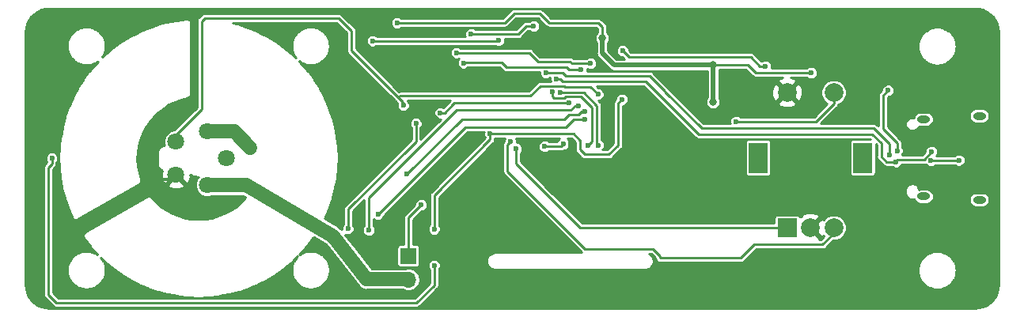
<source format=gbr>
G04 #@! TF.GenerationSoftware,KiCad,Pcbnew,5.0.2-bee76a0~70~ubuntu18.04.1*
G04 #@! TF.CreationDate,2019-11-12T09:59:33+01:00*
G04 #@! TF.ProjectId,RocketPCR,526f636b-6574-4504-9352-2e6b69636164,rev?*
G04 #@! TF.SameCoordinates,Original*
G04 #@! TF.FileFunction,Copper,L1,Top*
G04 #@! TF.FilePolarity,Positive*
%FSLAX46Y46*%
G04 Gerber Fmt 4.6, Leading zero omitted, Abs format (unit mm)*
G04 Created by KiCad (PCBNEW 5.0.2-bee76a0~70~ubuntu18.04.1) date Di 12 Nov 2019 09:59:33 CET*
%MOMM*%
%LPD*%
G01*
G04 APERTURE LIST*
G04 #@! TA.AperFunction,ComponentPad*
%ADD10O,1.400000X0.800000*%
G04 #@! TD*
G04 #@! TA.AperFunction,ComponentPad*
%ADD11C,2.000000*%
G04 #@! TD*
G04 #@! TA.AperFunction,ComponentPad*
%ADD12R,2.000000X3.200000*%
G04 #@! TD*
G04 #@! TA.AperFunction,ComponentPad*
%ADD13R,2.000000X2.000000*%
G04 #@! TD*
G04 #@! TA.AperFunction,ComponentPad*
%ADD14R,1.700000X1.700000*%
G04 #@! TD*
G04 #@! TA.AperFunction,ComponentPad*
%ADD15O,1.700000X1.700000*%
G04 #@! TD*
G04 #@! TA.AperFunction,BGAPad,CuDef*
%ADD16C,1.800000*%
G04 #@! TD*
G04 #@! TA.AperFunction,ViaPad*
%ADD17C,0.800000*%
G04 #@! TD*
G04 #@! TA.AperFunction,ViaPad*
%ADD18C,0.600000*%
G04 #@! TD*
G04 #@! TA.AperFunction,Conductor*
%ADD19C,0.300000*%
G04 #@! TD*
G04 #@! TA.AperFunction,Conductor*
%ADD20C,0.500000*%
G04 #@! TD*
G04 #@! TA.AperFunction,Conductor*
%ADD21C,0.250000*%
G04 #@! TD*
G04 #@! TA.AperFunction,Conductor*
%ADD22C,1.500000*%
G04 #@! TD*
G04 #@! TA.AperFunction,Conductor*
%ADD23C,0.254000*%
G04 #@! TD*
G04 APERTURE END LIST*
D10*
G04 #@! TO.P,J3,S1*
G04 #@! TO.N,Net-(J3-PadS1)*
X183537000Y-95475000D03*
X183537000Y-104455000D03*
X177587000Y-104095000D03*
X177587000Y-95835000D03*
G04 #@! TD*
D11*
G04 #@! TO.P,SW1,S1*
G04 #@! TO.N,SW1*
X167957000Y-92955000D03*
G04 #@! TO.P,SW1,S2*
G04 #@! TO.N,GND*
X162957000Y-92955000D03*
D12*
G04 #@! TO.P,SW1,MP*
G04 #@! TO.N,N/C*
X171057000Y-99955000D03*
X159857000Y-99955000D03*
D11*
G04 #@! TO.P,SW1,B*
G04 #@! TO.N,ENC2*
X167957000Y-107455000D03*
G04 #@! TO.P,SW1,C*
G04 #@! TO.N,GND*
X165457000Y-107455000D03*
D13*
G04 #@! TO.P,SW1,A*
G04 #@! TO.N,ENC1*
X162957000Y-107455000D03*
G04 #@! TD*
D14*
G04 #@! TO.P,J1,1*
G04 #@! TO.N,Net-(J1-Pad1)*
X122435200Y-110470600D03*
D15*
G04 #@! TO.P,J1,2*
G04 #@! TO.N,V_USB*
X122435200Y-113010600D03*
G04 #@! TD*
D16*
G04 #@! TO.P,X3,1*
G04 #@! TO.N,TEMP_BLOCK*
X97572949Y-98236644D03*
G04 #@! TD*
G04 #@! TO.P,X2,1*
G04 #@! TO.N,VSENS*
X100927051Y-97146830D03*
G04 #@! TD*
G04 #@! TO.P,X4,1*
G04 #@! TO.N,V_USB*
X100927051Y-102853170D03*
G04 #@! TD*
G04 #@! TO.P,X6,1*
G04 #@! TO.N,GND*
X97572949Y-101763356D03*
G04 #@! TD*
G04 #@! TO.P,X7,1*
G04 #@! TO.N,N/C*
X103000000Y-100000000D03*
G04 #@! TD*
D17*
G04 #@! TO.N,GND*
X174728000Y-103093000D03*
X177776000Y-102839000D03*
X178411000Y-96870000D03*
X175236000Y-96616000D03*
X140071000Y-103248000D03*
D18*
X139834200Y-98456400D03*
D17*
X177299200Y-92589000D03*
X117609200Y-84486400D03*
D18*
X121500000Y-98750000D03*
X85500000Y-108600000D03*
X85600000Y-91700000D03*
G04 #@! TO.N,DISP_RES*
X139046800Y-98456400D03*
X137014800Y-98735800D03*
G04 #@! TO.N,DISP_SCL*
X141700000Y-98600000D03*
X137827600Y-92919200D03*
G04 #@! TO.N,DISP_SDA*
X138716600Y-92944600D03*
X142750000Y-98608800D03*
G04 #@! TO.N,RX_LED*
X145371400Y-88499600D03*
X160662200Y-90150600D03*
G04 #@! TO.N,+3V3*
X132087200Y-87407400D03*
X118625200Y-87432800D03*
D17*
X155048800Y-93960600D03*
X155048800Y-90023600D03*
X143187000Y-87128000D03*
D18*
X165539000Y-90861800D03*
X121250000Y-85500000D03*
G04 #@! TO.N,RESET*
X135846400Y-85858000D03*
X129140800Y-86721600D03*
G04 #@! TO.N,SWDIO*
X127566000Y-88702800D03*
X141942400Y-89845800D03*
G04 #@! TO.N,SWCLK*
X128328000Y-89795000D03*
X140926400Y-90506200D03*
G04 #@! TO.N,V_USB*
X120936600Y-112959800D03*
X119996800Y-112959800D03*
X119031600Y-112959800D03*
X117990200Y-112959800D03*
G04 #@! TO.N,Net-(J1-Pad1)*
X123806800Y-105000000D03*
G04 #@! TO.N,Net-(J3-PadA5)*
X173768600Y-92741400D03*
X174733800Y-99218400D03*
G04 #@! TO.N,D+*
X137167200Y-90836400D03*
X173921000Y-99650200D03*
G04 #@! TO.N,D-*
X174606800Y-100386800D03*
X178411000Y-99283000D03*
X138284800Y-91496800D03*
G04 #@! TO.N,Net-(J3-PadB5)*
X178340600Y-100259800D03*
X181363200Y-100209000D03*
G04 #@! TO.N,VSENS*
X104900000Y-98200000D03*
X115983600Y-107549600D03*
X102900000Y-97150000D03*
X104025000Y-97350000D03*
X105600000Y-98925000D03*
X123250000Y-96276000D03*
G04 #@! TO.N,SW1*
X157512600Y-96068800D03*
G04 #@! TO.N,BLOCK*
X140647000Y-94392400D03*
X118218800Y-107702000D03*
G04 #@! TO.N,FAN*
X141332800Y-95840200D03*
X119184000Y-106000000D03*
G04 #@! TO.N,LID*
X141307400Y-94976600D03*
X122282800Y-101725000D03*
G04 #@! TO.N,ENC1*
X133966800Y-99000000D03*
G04 #@! TO.N,ENC2*
X133331800Y-98250000D03*
G04 #@! TO.N,TEMP_BLOCK*
X121909000Y-94345000D03*
X142729800Y-93147800D03*
G04 #@! TO.N,Net-(R5-Pad1)*
X139605600Y-94062200D03*
X125858000Y-95143000D03*
G04 #@! TO.N,TEMP_LID*
X131200000Y-97400000D03*
X145300000Y-93700000D03*
X84300000Y-100000000D03*
X125200000Y-111500000D03*
X125200000Y-107600000D03*
G04 #@! TD*
D19*
G04 #@! TO.N,GND*
X175236000Y-96616000D02*
X175236000Y-96489000D01*
D20*
X139834200Y-103011200D02*
X140071000Y-103248000D01*
X139834200Y-98456400D02*
X139834200Y-103011200D01*
D19*
X117609200Y-84486400D02*
X100108600Y-84486400D01*
X99600600Y-84994400D02*
X99600600Y-93731400D01*
X100108600Y-84486400D02*
X99600600Y-84994400D01*
X99600600Y-93731400D02*
X98214000Y-95118000D01*
X98214000Y-95118000D02*
X97445000Y-95118000D01*
X97572949Y-101763356D02*
X97236644Y-101763356D01*
X97236644Y-101763356D02*
X96700000Y-102300000D01*
X96700000Y-102300000D02*
X96100000Y-102300000D01*
X96100000Y-102300000D02*
X95000000Y-101200000D01*
X95000000Y-97563000D02*
X95800000Y-96763000D01*
X97445000Y-95118000D02*
X95800000Y-96763000D01*
X95000000Y-101200000D02*
X95000000Y-97563000D01*
X95800000Y-96763000D02*
X95637000Y-96926000D01*
D21*
G04 #@! TO.N,DISP_RES*
X139046800Y-98456400D02*
X138742000Y-98761200D01*
X138742000Y-98761200D02*
X137040200Y-98761200D01*
X137040200Y-98761200D02*
X137014800Y-98735800D01*
G04 #@! TO.N,DISP_SCL*
X142044000Y-94570200D02*
X142044000Y-94824200D01*
X137827600Y-93351000D02*
X138056200Y-93579600D01*
X139148400Y-93579600D02*
X139300800Y-93427200D01*
X137827600Y-92919200D02*
X137827600Y-93351000D01*
X139300800Y-93427200D02*
X140901000Y-93427200D01*
X138056200Y-93579600D02*
X139148400Y-93579600D01*
X140901000Y-93427200D02*
X142044000Y-94570200D01*
X142044000Y-98256000D02*
X141700000Y-98600000D01*
X142044000Y-96800000D02*
X142044000Y-98256000D01*
X142044000Y-96800000D02*
X142044000Y-97059400D01*
X142044000Y-94824200D02*
X142044000Y-96800000D01*
G04 #@! TO.N,DISP_SDA*
X142628200Y-94367000D02*
X141205800Y-92944600D01*
X142628200Y-97745200D02*
X142628200Y-94367000D01*
X138716600Y-92944600D02*
X141205800Y-92944600D01*
X142628200Y-98487000D02*
X142750000Y-98608800D01*
X142628200Y-97745200D02*
X142628200Y-98487000D01*
G04 #@! TO.N,RX_LED*
X145371400Y-88499600D02*
X146031800Y-89160000D01*
X146031800Y-89160000D02*
X159062000Y-89160000D01*
X159062000Y-89160000D02*
X160067000Y-90165000D01*
X160067000Y-90165000D02*
X160647800Y-90165000D01*
X160647800Y-90165000D02*
X160662200Y-90150600D01*
G04 #@! TO.N,+3V3*
X132087200Y-87407400D02*
X132011000Y-87483600D01*
X132011000Y-87483600D02*
X118676000Y-87483600D01*
X118676000Y-87483600D02*
X118625200Y-87432800D01*
D20*
X155048800Y-93960600D02*
X155048800Y-90023600D01*
X155048800Y-90023600D02*
X144457000Y-90023600D01*
X144457000Y-90023600D02*
X143187000Y-88753600D01*
X143187000Y-88753600D02*
X143187000Y-87128000D01*
D21*
X155048800Y-90023600D02*
X158757200Y-90023600D01*
X158757200Y-90023600D02*
X159595400Y-90861800D01*
X159595400Y-90861800D02*
X165539000Y-90861800D01*
X142750000Y-85500000D02*
X137500000Y-85500000D01*
X137500000Y-85500000D02*
X136500000Y-84500000D01*
X143187000Y-85937000D02*
X142750000Y-85500000D01*
X143187000Y-87128000D02*
X143187000Y-85937000D01*
X133750000Y-84500000D02*
X132750000Y-85500000D01*
X136500000Y-84500000D02*
X133750000Y-84500000D01*
X132750000Y-85500000D02*
X122250000Y-85500000D01*
X122250000Y-85500000D02*
X121250000Y-85500000D01*
G04 #@! TO.N,RESET*
X135846400Y-85858000D02*
X135033600Y-85858000D01*
X135033600Y-85858000D02*
X134170000Y-86721600D01*
X134170000Y-86721600D02*
X129140800Y-86721600D01*
G04 #@! TO.N,SWDIO*
X139935800Y-89845800D02*
X141434400Y-89845800D01*
X139732600Y-89642600D02*
X139935800Y-89845800D01*
X141434400Y-89845800D02*
X141942400Y-89845800D01*
X136303600Y-89642600D02*
X139732600Y-89642600D01*
X127566000Y-88702800D02*
X135363800Y-88702800D01*
X135363800Y-88702800D02*
X136303600Y-89642600D01*
G04 #@! TO.N,SWCLK*
X128328000Y-89795000D02*
X128378800Y-89744200D01*
X132392000Y-89744200D02*
X132900000Y-90252200D01*
X132900000Y-90252200D02*
X139351600Y-90252200D01*
X128378800Y-89744200D02*
X132392000Y-89744200D01*
X139351600Y-90252200D02*
X139605600Y-90506200D01*
X139605600Y-90506200D02*
X140316800Y-90506200D01*
X140316800Y-90506200D02*
X140926400Y-90506200D01*
D22*
G04 #@! TO.N,V_USB*
X117990200Y-112959800D02*
X114408800Y-108337000D01*
X122384400Y-112959800D02*
X122435200Y-113010600D01*
X117990200Y-112959800D02*
X122384400Y-112959800D01*
X100989197Y-102915316D02*
X100927051Y-102853170D01*
X105075000Y-102915316D02*
X100989197Y-102915316D01*
X114408800Y-108337000D02*
X105075000Y-102915316D01*
D21*
G04 #@! TO.N,Net-(J1-Pad1)*
X122435200Y-106500000D02*
X122435200Y-106371600D01*
X122435200Y-106371600D02*
X123806800Y-105000000D01*
X122435200Y-110470600D02*
X122435200Y-106500000D01*
G04 #@! TO.N,Net-(J3-PadA5)*
X173209800Y-93300200D02*
X173768600Y-92741400D01*
X174733800Y-98354800D02*
X173209800Y-96830800D01*
X174733800Y-99218400D02*
X174733800Y-98354800D01*
X173209800Y-96830800D02*
X173209800Y-93300200D01*
G04 #@! TO.N,D+*
X173921000Y-98481800D02*
X173921000Y-99650200D01*
X148241600Y-91166600D02*
X149892600Y-92817600D01*
X149892600Y-92817600D02*
X149892600Y-92843000D01*
X172219200Y-96780000D02*
X173921000Y-98481800D01*
X149892600Y-92843000D02*
X153829600Y-96780000D01*
X153829600Y-96780000D02*
X172219200Y-96780000D01*
X138970600Y-90836400D02*
X139300800Y-91166600D01*
X137167200Y-90836400D02*
X138970600Y-90836400D01*
X139300800Y-91166600D02*
X148241600Y-91166600D01*
G04 #@! TO.N,D-*
X177649000Y-100172000D02*
X178411000Y-99283000D01*
X174687000Y-100172000D02*
X177649000Y-100172000D01*
X173590800Y-100386800D02*
X174606800Y-100386800D01*
X172092200Y-97440400D02*
X173032000Y-98380200D01*
X173032000Y-99828000D02*
X173590800Y-100386800D01*
X153474000Y-97440400D02*
X172092200Y-97440400D01*
X147835200Y-91801600D02*
X153474000Y-97440400D01*
X173032000Y-98380200D02*
X173032000Y-99828000D01*
X139046800Y-91801600D02*
X138970600Y-91801600D01*
X139046800Y-91801600D02*
X147835200Y-91801600D01*
X138665800Y-91496800D02*
X138284800Y-91496800D01*
X138970600Y-91801600D02*
X138665800Y-91496800D01*
G04 #@! TO.N,Net-(J3-PadB5)*
X181312400Y-100259800D02*
X181363200Y-100209000D01*
X178340600Y-100259800D02*
X181312400Y-100259800D01*
G04 #@! TO.N,VSENS*
X115983600Y-107549600D02*
X116009000Y-107524200D01*
X116009000Y-107524200D02*
X116009000Y-105441400D01*
D22*
X100930221Y-97150000D02*
X100927051Y-97146830D01*
X102900000Y-97150000D02*
X100930221Y-97150000D01*
X102900000Y-97150000D02*
X103775000Y-97150000D01*
X103775000Y-97150000D02*
X105500000Y-98875000D01*
D21*
X123250000Y-98200400D02*
X122750000Y-98700400D01*
X123250000Y-96276000D02*
X123250000Y-98200400D01*
X116009000Y-105441400D02*
X122750000Y-98700400D01*
X122750000Y-98700400D02*
X123105400Y-98345000D01*
G04 #@! TO.N,SW1*
X157512600Y-96068800D02*
X166072400Y-96068800D01*
X167957000Y-94184200D02*
X167957000Y-92955000D01*
X166072400Y-96068800D02*
X167957000Y-94184200D01*
G04 #@! TO.N,BLOCK*
X140647000Y-94392400D02*
X140266000Y-94392400D01*
X140266000Y-94392400D02*
X139808800Y-94849600D01*
X138056200Y-94849600D02*
X138843600Y-94849600D01*
X138843600Y-94849600D02*
X138462600Y-94849600D01*
X138056200Y-94849600D02*
X132595200Y-94849600D01*
X139808800Y-94849600D02*
X138843600Y-94849600D01*
X138462600Y-94849600D02*
X138056200Y-94849600D01*
X132595200Y-94849600D02*
X127616800Y-94849600D01*
X127616800Y-94849600D02*
X123705200Y-98761200D01*
X123705200Y-98761200D02*
X118218800Y-104247600D01*
X118218800Y-104247600D02*
X118218800Y-107702000D01*
G04 #@! TO.N,FAN*
X141332800Y-95840200D02*
X140139000Y-95840200D01*
X140012000Y-95967200D02*
X139859600Y-96119600D01*
X140139000Y-95840200D02*
X139859600Y-96119600D01*
X119250000Y-106000000D02*
X119184000Y-106000000D01*
X139300800Y-96678400D02*
X128571600Y-96678400D01*
X128571600Y-96678400D02*
X119250000Y-106000000D01*
X139859600Y-96119600D02*
X139300800Y-96678400D01*
G04 #@! TO.N,LID*
X141307400Y-94976600D02*
X140951800Y-94976600D01*
X140621600Y-95306800D02*
X139656400Y-95306800D01*
X139656400Y-95306800D02*
X139148400Y-95814800D01*
X139148400Y-95814800D02*
X132544400Y-95814800D01*
X140951800Y-94976600D02*
X140621600Y-95306800D01*
X122282800Y-101725000D02*
X122384400Y-101725000D01*
X128193000Y-95814800D02*
X122282800Y-101725000D01*
X128250000Y-95814800D02*
X128193000Y-95814800D01*
X128250000Y-95814800D02*
X132544400Y-95814800D01*
G04 #@! TO.N,ENC1*
X140857200Y-107455000D02*
X162957000Y-107455000D01*
X133966800Y-100564600D02*
X140857200Y-107455000D01*
X133966800Y-99500000D02*
X133966800Y-100564600D01*
X133966800Y-99500000D02*
X133966800Y-99000000D01*
G04 #@! TO.N,ENC2*
X149390000Y-110699200D02*
X149390000Y-110474000D01*
X148631000Y-109715000D02*
X141339200Y-109715000D01*
X149390000Y-110474000D02*
X148631000Y-109715000D01*
X133052400Y-101428200D02*
X141339200Y-109715000D01*
X167957000Y-107455000D02*
X167957000Y-108043000D01*
X167957000Y-108043000D02*
X166750000Y-109250000D01*
X159449200Y-109250000D02*
X158000000Y-110699200D01*
X166750000Y-109250000D02*
X159449200Y-109250000D01*
X149390000Y-110699200D02*
X158000000Y-110699200D01*
X133052400Y-98529400D02*
X133331800Y-98250000D01*
X133052400Y-99250000D02*
X133052400Y-98529400D01*
X133052400Y-99250000D02*
X133052400Y-101428200D01*
G04 #@! TO.N,TEMP_BLOCK*
X116339200Y-87331200D02*
X116339200Y-87178800D01*
X116339200Y-88474200D02*
X116339200Y-87331200D01*
X116339200Y-86366000D02*
X116339200Y-87331200D01*
X100311800Y-85324600D02*
X100642000Y-84994400D01*
X100642000Y-84994400D02*
X114967600Y-84994400D01*
X114967600Y-84994400D02*
X116339200Y-86366000D01*
X100311800Y-94137000D02*
X100311800Y-94768200D01*
X100311800Y-94137000D02*
X100311800Y-85324600D01*
X100311800Y-94671800D02*
X100311800Y-94137000D01*
X97572949Y-97507051D02*
X97572949Y-98236644D01*
X100311800Y-94768200D02*
X97572949Y-97507051D01*
X121834000Y-93969000D02*
X121834000Y-94270000D01*
X121834000Y-94270000D02*
X121909000Y-94345000D01*
X121561400Y-93325600D02*
X121376000Y-93511000D01*
X135516200Y-93325600D02*
X121561400Y-93325600D01*
X136583000Y-92258800D02*
X135516200Y-93325600D01*
X121376000Y-93511000D02*
X116339200Y-88474200D01*
X139097600Y-92258800D02*
X136583000Y-92258800D01*
X142729800Y-93147800D02*
X141942400Y-92360400D01*
X141942400Y-92360400D02*
X139199200Y-92360400D01*
X121834000Y-93969000D02*
X121376000Y-93511000D01*
X139199200Y-92360400D02*
X139097600Y-92258800D01*
G04 #@! TO.N,Net-(R5-Pad1)*
X139605600Y-94062200D02*
X127388200Y-94062200D01*
X127388200Y-94062200D02*
X127185000Y-94265400D01*
X127185000Y-94265400D02*
X127185000Y-94277000D01*
X127185000Y-94277000D02*
X126319000Y-95143000D01*
X126319000Y-95143000D02*
X125858000Y-95143000D01*
G04 #@! TO.N,TEMP_LID*
X131200000Y-97400000D02*
X140100000Y-97400000D01*
X140100000Y-97400000D02*
X140800000Y-98100000D01*
X140800000Y-98100000D02*
X140800000Y-99100000D01*
X140800000Y-99100000D02*
X141300000Y-99600000D01*
X141300000Y-99600000D02*
X143900000Y-99600000D01*
X143900000Y-99600000D02*
X144900000Y-98600000D01*
X144900000Y-98600000D02*
X144900000Y-94100000D01*
X144900000Y-94100000D02*
X145300000Y-93700000D01*
X84300000Y-100000000D02*
X84300000Y-100600000D01*
X84300000Y-100600000D02*
X83900000Y-101000000D01*
X83900000Y-101000000D02*
X83900000Y-114600000D01*
X83900000Y-114600000D02*
X84800000Y-115500000D01*
X84800000Y-115500000D02*
X123300000Y-115500000D01*
X123300000Y-115500000D02*
X125200000Y-113600000D01*
X131200000Y-98000000D02*
X131200000Y-97400000D01*
X125200000Y-104000000D02*
X131200000Y-98000000D01*
X125200000Y-112200000D02*
X125200000Y-111500000D01*
X125200000Y-113600000D02*
X125200000Y-112200000D01*
X125200000Y-107600000D02*
X125200000Y-104000000D01*
G04 #@! TD*
D23*
G04 #@! TO.N,GND*
G36*
X183477609Y-83991131D02*
X183897788Y-84111181D01*
X184315540Y-84290221D01*
X184669833Y-84555937D01*
X184971072Y-84857177D01*
X185243040Y-85250028D01*
X185423640Y-85641339D01*
X185541980Y-86055507D01*
X185573080Y-86521712D01*
X185573081Y-113479094D01*
X185541711Y-113949357D01*
X185421953Y-114398426D01*
X185246669Y-114778218D01*
X184970701Y-115146173D01*
X184669707Y-115477279D01*
X184327200Y-115705612D01*
X183897788Y-115889649D01*
X183463147Y-116013831D01*
X182996427Y-116076100D01*
X84067015Y-116076100D01*
X83600304Y-116013832D01*
X83165669Y-115889652D01*
X82736253Y-115705614D01*
X82393755Y-115477281D01*
X82092757Y-115146183D01*
X81816780Y-114778217D01*
X81641488Y-114398425D01*
X81521740Y-113949361D01*
X81490370Y-113479109D01*
X81490370Y-101000000D01*
X83388167Y-101000000D01*
X83398000Y-101049434D01*
X83398001Y-114550561D01*
X83388167Y-114600000D01*
X83427128Y-114795870D01*
X83510074Y-114920008D01*
X83510076Y-114920010D01*
X83538080Y-114961921D01*
X83579991Y-114989925D01*
X84410076Y-115820012D01*
X84438079Y-115861921D01*
X84479987Y-115889923D01*
X84479990Y-115889926D01*
X84570613Y-115950478D01*
X84604130Y-115972873D01*
X84750561Y-116002000D01*
X84750565Y-116002000D01*
X84799999Y-116011833D01*
X84849433Y-116002000D01*
X123250566Y-116002000D01*
X123300000Y-116011833D01*
X123349434Y-116002000D01*
X123349439Y-116002000D01*
X123495870Y-115972873D01*
X123661921Y-115861921D01*
X123689927Y-115820007D01*
X125520010Y-113989925D01*
X125561921Y-113961921D01*
X125592686Y-113915879D01*
X125627453Y-113863846D01*
X125672873Y-113795870D01*
X125702000Y-113649439D01*
X125702000Y-113649434D01*
X125711833Y-113600000D01*
X125702000Y-113550566D01*
X125702000Y-112011743D01*
X176963074Y-112011743D01*
X176963142Y-112012450D01*
X176963074Y-112013156D01*
X176967426Y-112056650D01*
X176976041Y-112145542D01*
X176976386Y-112146189D01*
X176995814Y-112340353D01*
X176991739Y-112359609D01*
X177004708Y-112429232D01*
X177007239Y-112454530D01*
X177012840Y-112472891D01*
X177016355Y-112491762D01*
X177025797Y-112515368D01*
X177046461Y-112583108D01*
X177058971Y-112598303D01*
X177172460Y-112882029D01*
X177186782Y-112919820D01*
X177188988Y-112923349D01*
X177190532Y-112927210D01*
X177212564Y-112961070D01*
X177342893Y-113169595D01*
X177344285Y-113176591D01*
X177390423Y-113245642D01*
X177410362Y-113277543D01*
X177415114Y-113282594D01*
X177418969Y-113288363D01*
X177445582Y-113314976D01*
X177502478Y-113375447D01*
X177508982Y-113378376D01*
X177634000Y-113503394D01*
X177634095Y-113503623D01*
X177697095Y-113566489D01*
X177728877Y-113598271D01*
X177729081Y-113598407D01*
X177729250Y-113598576D01*
X177765509Y-113622748D01*
X177840648Y-113672955D01*
X177840895Y-113673004D01*
X178028384Y-113797994D01*
X178043232Y-113815974D01*
X178102636Y-113847494D01*
X178120832Y-113859624D01*
X178141877Y-113868315D01*
X178161979Y-113878981D01*
X178182915Y-113885262D01*
X178245081Y-113910935D01*
X178268401Y-113910910D01*
X178556444Y-113997331D01*
X178597980Y-114010001D01*
X178599022Y-114010105D01*
X178600028Y-114010407D01*
X178643336Y-114014539D01*
X178906322Y-114040855D01*
X178906967Y-114041198D01*
X178995756Y-114049804D01*
X179039353Y-114054166D01*
X179040060Y-114054098D01*
X179040766Y-114054166D01*
X179084356Y-114049804D01*
X179173153Y-114041198D01*
X179173798Y-114040854D01*
X179354372Y-114022786D01*
X179360179Y-114024376D01*
X179443616Y-114013856D01*
X179482140Y-114010001D01*
X179487742Y-114008292D01*
X179493549Y-114007560D01*
X179530259Y-113995323D01*
X179610718Y-113970779D01*
X179615367Y-113966951D01*
X179783458Y-113910918D01*
X179799768Y-113910935D01*
X179868270Y-113882645D01*
X179895515Y-113873563D01*
X179909325Y-113865690D01*
X179924017Y-113859623D01*
X179947912Y-113843694D01*
X180012299Y-113806989D01*
X180022299Y-113794104D01*
X180203962Y-113672999D01*
X180204218Y-113672948D01*
X180279082Y-113622920D01*
X180315600Y-113598576D01*
X180315777Y-113598399D01*
X180315987Y-113598259D01*
X180347336Y-113566908D01*
X180410755Y-113503623D01*
X180410854Y-113503384D01*
X180585672Y-113328552D01*
X180609655Y-113307048D01*
X180617103Y-113297118D01*
X180625872Y-113288348D01*
X180643755Y-113261583D01*
X180815752Y-113032259D01*
X180843584Y-113009275D01*
X180869193Y-112961008D01*
X180874748Y-112953601D01*
X180890032Y-112921730D01*
X180906587Y-112890527D01*
X180909246Y-112881664D01*
X180932875Y-112832391D01*
X180934840Y-112796346D01*
X181024928Y-112496042D01*
X181037591Y-112454530D01*
X181037696Y-112453480D01*
X181038000Y-112452467D01*
X181042135Y-112409122D01*
X181068444Y-112146189D01*
X181068789Y-112145542D01*
X181077399Y-112056699D01*
X181081756Y-112013157D01*
X181081687Y-112012450D01*
X181081756Y-112011742D01*
X181077391Y-111968125D01*
X181068788Y-111879357D01*
X181068444Y-111878712D01*
X181042131Y-111615745D01*
X181038000Y-111572443D01*
X181037696Y-111571430D01*
X181037591Y-111570379D01*
X181024910Y-111528808D01*
X180934840Y-111228564D01*
X180932875Y-111192519D01*
X180909246Y-111143246D01*
X180906587Y-111134383D01*
X180890032Y-111103180D01*
X180874748Y-111071309D01*
X180869193Y-111063902D01*
X180843584Y-111015635D01*
X180815752Y-110992651D01*
X180643755Y-110763327D01*
X180625872Y-110736562D01*
X180617103Y-110727792D01*
X180609655Y-110717862D01*
X180585672Y-110696358D01*
X180410859Y-110521531D01*
X180410761Y-110521295D01*
X180347342Y-110458009D01*
X180315987Y-110426651D01*
X180315780Y-110426513D01*
X180315607Y-110426340D01*
X180279140Y-110402028D01*
X180204218Y-110351962D01*
X180203967Y-110351912D01*
X180022296Y-110230795D01*
X180012289Y-110217902D01*
X179947916Y-110181208D01*
X179924026Y-110165281D01*
X179909320Y-110159208D01*
X179895504Y-110151332D01*
X179868274Y-110142256D01*
X179799778Y-110113967D01*
X179783457Y-110113984D01*
X179615362Y-110057954D01*
X179610718Y-110054131D01*
X179530264Y-110029589D01*
X179493537Y-110017347D01*
X179487734Y-110016616D01*
X179482140Y-110014909D01*
X179443614Y-110011054D01*
X179360166Y-110000535D01*
X179354365Y-110002124D01*
X179173798Y-109984056D01*
X179173153Y-109983712D01*
X179084356Y-109975106D01*
X179040766Y-109970744D01*
X179040060Y-109970812D01*
X179039353Y-109970744D01*
X178995756Y-109975106D01*
X178906967Y-109983712D01*
X178906322Y-109984055D01*
X178643311Y-110010373D01*
X178600040Y-110014501D01*
X178599030Y-110014804D01*
X178597980Y-110014909D01*
X178556370Y-110027602D01*
X178268403Y-110113991D01*
X178245070Y-110113967D01*
X178182910Y-110139639D01*
X178161990Y-110145915D01*
X178141882Y-110156583D01*
X178120823Y-110165281D01*
X178102632Y-110177408D01*
X178043242Y-110208919D01*
X178028388Y-110226905D01*
X177840889Y-110351907D01*
X177840648Y-110351955D01*
X177765783Y-110401979D01*
X177729242Y-110426340D01*
X177729075Y-110426507D01*
X177728877Y-110426639D01*
X177697524Y-110457992D01*
X177634089Y-110521295D01*
X177633995Y-110521521D01*
X177508982Y-110646534D01*
X177502478Y-110649463D01*
X177445582Y-110709934D01*
X177418969Y-110736547D01*
X177415114Y-110742316D01*
X177410362Y-110747367D01*
X177390423Y-110779268D01*
X177344285Y-110848319D01*
X177342893Y-110855315D01*
X177212564Y-111063840D01*
X177190532Y-111097700D01*
X177188988Y-111101561D01*
X177186782Y-111105090D01*
X177172460Y-111142881D01*
X177058972Y-111426605D01*
X177046461Y-111441801D01*
X177025796Y-111509545D01*
X177016355Y-111533148D01*
X177012840Y-111552016D01*
X177007239Y-111570379D01*
X177004707Y-111595680D01*
X176991739Y-111665301D01*
X176995814Y-111684556D01*
X176976386Y-111878711D01*
X176976042Y-111879357D01*
X176967434Y-111968174D01*
X176963074Y-112011743D01*
X125702000Y-112011743D01*
X125702000Y-111955423D01*
X125773933Y-111883490D01*
X125877000Y-111634664D01*
X125877000Y-111365336D01*
X125773933Y-111116510D01*
X125583490Y-110926067D01*
X125334664Y-110823000D01*
X125065336Y-110823000D01*
X124816510Y-110926067D01*
X124626067Y-111116510D01*
X124523000Y-111365336D01*
X124523000Y-111634664D01*
X124626067Y-111883490D01*
X124698000Y-111955423D01*
X124698000Y-112249438D01*
X124698001Y-112249443D01*
X124698000Y-113392065D01*
X123092066Y-114998000D01*
X85007936Y-114998000D01*
X84402000Y-114392066D01*
X84402000Y-111994134D01*
X85928745Y-111994134D01*
X85928813Y-111994840D01*
X85928745Y-111995546D01*
X85933104Y-112039109D01*
X85941713Y-112127933D01*
X85942057Y-112128578D01*
X85961485Y-112322741D01*
X85957410Y-112341998D01*
X85970379Y-112411622D01*
X85972910Y-112436918D01*
X85978510Y-112455277D01*
X85982026Y-112474151D01*
X85991469Y-112497760D01*
X86012132Y-112565496D01*
X86024641Y-112580690D01*
X86138133Y-112864423D01*
X86152452Y-112902205D01*
X86154658Y-112905735D01*
X86156203Y-112909597D01*
X86178224Y-112943440D01*
X86308564Y-113151982D01*
X86309955Y-113158976D01*
X86356079Y-113228007D01*
X86376031Y-113259929D01*
X86380785Y-113264982D01*
X86384638Y-113270748D01*
X86411248Y-113297359D01*
X86468148Y-113357833D01*
X86474650Y-113360761D01*
X86599657Y-113485771D01*
X86599752Y-113485999D01*
X86663112Y-113549226D01*
X86694536Y-113580651D01*
X86694737Y-113580785D01*
X86694906Y-113580954D01*
X86731490Y-113605343D01*
X86806306Y-113655335D01*
X86806550Y-113655384D01*
X86994049Y-113780384D01*
X87008903Y-113798370D01*
X87068299Y-113829884D01*
X87086487Y-113842009D01*
X87107541Y-113850704D01*
X87127651Y-113861374D01*
X87148575Y-113867651D01*
X87210735Y-113893323D01*
X87234067Y-113893299D01*
X87522008Y-113979680D01*
X87563676Y-113992388D01*
X87564714Y-113992492D01*
X87565711Y-113992791D01*
X87608999Y-113996921D01*
X87871992Y-114023221D01*
X87872615Y-114023553D01*
X87961447Y-114032167D01*
X88005050Y-114036528D01*
X88005732Y-114036462D01*
X88006413Y-114036528D01*
X88049973Y-114032172D01*
X88138849Y-114023553D01*
X88139472Y-114023221D01*
X88320015Y-114005165D01*
X88325831Y-114006758D01*
X88409265Y-113996239D01*
X88447777Y-113992388D01*
X88453387Y-113990677D01*
X88459202Y-113989944D01*
X88495907Y-113977709D01*
X88576357Y-113953173D01*
X88581012Y-113949341D01*
X88749118Y-113893306D01*
X88765436Y-113893323D01*
X88833929Y-113865036D01*
X88861168Y-113855956D01*
X88874986Y-113848079D01*
X88889684Y-113842009D01*
X88913572Y-113826084D01*
X88977953Y-113789384D01*
X88987957Y-113776493D01*
X89169618Y-113655387D01*
X89169857Y-113655339D01*
X89244319Y-113605586D01*
X89281267Y-113580954D01*
X89281435Y-113580786D01*
X89281630Y-113580656D01*
X89312843Y-113549444D01*
X89376420Y-113485999D01*
X89376513Y-113485775D01*
X89551351Y-113310941D01*
X89575337Y-113289435D01*
X89582775Y-113279518D01*
X89591538Y-113270755D01*
X89609433Y-113243975D01*
X89781433Y-113014646D01*
X89809264Y-112991662D01*
X89834873Y-112943394D01*
X89840430Y-112935985D01*
X89855718Y-112904106D01*
X89872267Y-112872914D01*
X89874925Y-112864054D01*
X89898557Y-112814775D01*
X89900522Y-112778728D01*
X89990601Y-112478455D01*
X90003272Y-112436918D01*
X90003377Y-112435868D01*
X90003681Y-112434855D01*
X90007816Y-112391508D01*
X90034125Y-112128578D01*
X90034469Y-112127933D01*
X90043073Y-112039158D01*
X90047437Y-111995547D01*
X90047368Y-111994840D01*
X90047437Y-111994133D01*
X90043073Y-111950522D01*
X90034469Y-111861747D01*
X90034125Y-111861102D01*
X90007816Y-111598172D01*
X90003681Y-111554825D01*
X90003377Y-111553812D01*
X90003272Y-111552762D01*
X89990601Y-111511225D01*
X89900522Y-111210952D01*
X89898557Y-111174905D01*
X89874925Y-111125626D01*
X89872267Y-111116766D01*
X89855718Y-111085574D01*
X89840430Y-111053695D01*
X89834873Y-111046286D01*
X89809264Y-110998018D01*
X89781433Y-110975034D01*
X89618479Y-110757767D01*
X89609927Y-110742916D01*
X89591825Y-110722229D01*
X89575337Y-110700245D01*
X89562581Y-110688808D01*
X89510565Y-110629363D01*
X89891597Y-110993076D01*
X89898065Y-111001432D01*
X89923742Y-111023760D01*
X89948358Y-111047257D01*
X89957279Y-111052922D01*
X90725195Y-111720675D01*
X90739407Y-111735918D01*
X90758693Y-111749804D01*
X90776641Y-111765411D01*
X90794749Y-111775764D01*
X91634707Y-112380537D01*
X91646775Y-112391735D01*
X91670754Y-112406491D01*
X91693602Y-112422942D01*
X91708582Y-112429770D01*
X92575185Y-112963066D01*
X92585311Y-112971428D01*
X92613013Y-112986345D01*
X92639823Y-113002843D01*
X92652142Y-113007414D01*
X93520361Y-113474918D01*
X93537052Y-113486368D01*
X93559455Y-113495969D01*
X93580923Y-113507529D01*
X93600282Y-113513466D01*
X94540063Y-113916229D01*
X94554368Y-113924580D01*
X94580880Y-113933722D01*
X94606668Y-113944774D01*
X94622881Y-113948205D01*
X95590964Y-114282025D01*
X95603748Y-114288447D01*
X95632946Y-114296502D01*
X95661602Y-114306383D01*
X95675787Y-114308320D01*
X96649587Y-114576956D01*
X96671693Y-114585315D01*
X96692391Y-114588765D01*
X96712627Y-114594347D01*
X96736205Y-114596067D01*
X97737357Y-114762924D01*
X97744388Y-114765324D01*
X97781222Y-114770235D01*
X97817857Y-114776341D01*
X97825278Y-114776109D01*
X98825312Y-114909447D01*
X98847515Y-114914613D01*
X98869334Y-114915317D01*
X98890972Y-114918202D01*
X98913720Y-114916749D01*
X99956037Y-114950374D01*
X99970760Y-114952796D01*
X100000438Y-114951807D01*
X100030113Y-114952764D01*
X100044832Y-114950327D01*
X101051625Y-114916764D01*
X101074133Y-114918202D01*
X101096015Y-114915284D01*
X101118075Y-114914549D01*
X101140032Y-114909416D01*
X102139837Y-114776109D01*
X102147259Y-114776341D01*
X102183894Y-114770235D01*
X102220728Y-114765324D01*
X102227759Y-114762924D01*
X103226993Y-114596385D01*
X103248641Y-114594992D01*
X103270791Y-114589085D01*
X103293413Y-114585315D01*
X103313713Y-114577640D01*
X104325079Y-114307942D01*
X104343622Y-114305202D01*
X104367996Y-114296497D01*
X104393001Y-114289829D01*
X104409819Y-114281560D01*
X105344660Y-113947689D01*
X105358435Y-113944774D01*
X105386500Y-113932746D01*
X105415251Y-113922478D01*
X105427331Y-113915247D01*
X106361581Y-113514856D01*
X106377625Y-113510208D01*
X106402390Y-113497367D01*
X106428052Y-113486369D01*
X106441837Y-113476913D01*
X107344931Y-113008643D01*
X107360561Y-113002843D01*
X107384356Y-112988200D01*
X107409167Y-112975335D01*
X107422190Y-112964917D01*
X108291805Y-112429769D01*
X108306779Y-112422944D01*
X108329621Y-112406498D01*
X108353609Y-112391736D01*
X108365680Y-112380535D01*
X109205656Y-111775758D01*
X109223752Y-111765411D01*
X109241687Y-111749816D01*
X109260985Y-111735921D01*
X109275209Y-111720666D01*
X110047110Y-111049449D01*
X110060276Y-111040652D01*
X110080602Y-111020326D01*
X110102329Y-111001433D01*
X110112037Y-110988891D01*
X110617645Y-110483282D01*
X110437812Y-110688809D01*
X110425057Y-110700245D01*
X110408563Y-110722236D01*
X110390461Y-110742925D01*
X110381912Y-110757771D01*
X110218964Y-110975031D01*
X110191130Y-110998018D01*
X110165518Y-111046293D01*
X110159965Y-111053696D01*
X110144685Y-111085558D01*
X110128127Y-111116767D01*
X110125468Y-111125629D01*
X110101837Y-111174906D01*
X110099872Y-111210953D01*
X110009811Y-111511165D01*
X109997122Y-111552762D01*
X109997017Y-111553813D01*
X109996713Y-111554826D01*
X109992579Y-111598161D01*
X109966269Y-111861094D01*
X109965928Y-111861735D01*
X109957311Y-111950620D01*
X109952957Y-111994134D01*
X109953025Y-111994834D01*
X109952957Y-111995534D01*
X109957319Y-112039136D01*
X109965925Y-112127933D01*
X109966265Y-112128572D01*
X109992576Y-112391594D01*
X109996705Y-112434866D01*
X109997005Y-112435866D01*
X109997109Y-112436906D01*
X110009801Y-112478516D01*
X110099872Y-112778733D01*
X110101835Y-112814764D01*
X110125467Y-112864046D01*
X110128131Y-112872925D01*
X110144691Y-112904135D01*
X110159959Y-112935975D01*
X110165518Y-112943387D01*
X110191137Y-112991671D01*
X110218963Y-113014650D01*
X110390947Y-113243968D01*
X110408846Y-113270755D01*
X110417606Y-113279515D01*
X110425040Y-113289427D01*
X110449029Y-113310937D01*
X110678566Y-113540468D01*
X110700068Y-113564449D01*
X110709988Y-113571889D01*
X110718755Y-113580656D01*
X110745536Y-113598551D01*
X110974852Y-113770540D01*
X110997835Y-113798370D01*
X111046106Y-113823981D01*
X111053515Y-113829538D01*
X111085388Y-113844823D01*
X111116583Y-113861374D01*
X111125446Y-113864033D01*
X111174725Y-113887665D01*
X111210769Y-113889630D01*
X111510940Y-113979680D01*
X111552608Y-113992388D01*
X111553646Y-113992492D01*
X111554643Y-113992791D01*
X111597931Y-113996921D01*
X111860924Y-114023221D01*
X111861547Y-114023553D01*
X111950379Y-114032167D01*
X111993982Y-114036528D01*
X111994664Y-114036462D01*
X111995345Y-114036528D01*
X112038905Y-114032172D01*
X112127781Y-114023553D01*
X112128404Y-114023221D01*
X112391443Y-113996915D01*
X112434672Y-113992791D01*
X112435668Y-113992492D01*
X112436709Y-113992388D01*
X112478426Y-113979665D01*
X112778546Y-113889630D01*
X112814590Y-113887665D01*
X112863868Y-113864034D01*
X112872733Y-113861374D01*
X112903938Y-113844818D01*
X112935800Y-113829538D01*
X112943207Y-113823983D01*
X112991481Y-113798370D01*
X113014465Y-113770538D01*
X113243774Y-113598555D01*
X113270562Y-113580656D01*
X113279332Y-113571886D01*
X113289248Y-113564449D01*
X113310743Y-113540476D01*
X113540283Y-113310941D01*
X113564269Y-113289435D01*
X113571707Y-113279518D01*
X113580470Y-113270755D01*
X113598365Y-113243975D01*
X113770365Y-113014646D01*
X113798196Y-112991662D01*
X113823805Y-112943394D01*
X113829362Y-112935985D01*
X113844650Y-112904106D01*
X113861199Y-112872914D01*
X113863857Y-112864054D01*
X113887489Y-112814775D01*
X113889454Y-112778728D01*
X113979533Y-112478455D01*
X113992204Y-112436918D01*
X113992309Y-112435868D01*
X113992613Y-112434855D01*
X113996748Y-112391508D01*
X114023057Y-112128578D01*
X114023401Y-112127933D01*
X114032005Y-112039158D01*
X114036369Y-111995547D01*
X114036300Y-111994840D01*
X114036369Y-111994133D01*
X114032005Y-111950522D01*
X114023401Y-111861747D01*
X114023057Y-111861102D01*
X113996748Y-111598172D01*
X113992613Y-111554825D01*
X113992309Y-111553812D01*
X113992204Y-111552762D01*
X113979533Y-111511225D01*
X113889454Y-111210952D01*
X113887489Y-111174905D01*
X113863857Y-111125626D01*
X113861199Y-111116766D01*
X113844650Y-111085574D01*
X113829362Y-111053695D01*
X113823805Y-111046286D01*
X113798196Y-110998018D01*
X113770365Y-110975034D01*
X113607416Y-110757772D01*
X113598865Y-110742924D01*
X113580759Y-110722231D01*
X113564269Y-110700245D01*
X113551518Y-110688812D01*
X113366936Y-110477858D01*
X113357655Y-110457251D01*
X113308156Y-110410681D01*
X113293295Y-110393696D01*
X113275811Y-110380249D01*
X113259749Y-110365137D01*
X113240612Y-110353177D01*
X113186739Y-110311742D01*
X113164917Y-110305868D01*
X113002002Y-110204049D01*
X112991484Y-110191312D01*
X112926201Y-110156675D01*
X112902016Y-110141559D01*
X112886956Y-110135852D01*
X112872736Y-110128307D01*
X112845431Y-110120115D01*
X112776313Y-110093922D01*
X112759799Y-110094425D01*
X112478285Y-110009969D01*
X112436718Y-109997292D01*
X112435685Y-109997189D01*
X112434686Y-109996889D01*
X112391333Y-109992753D01*
X112128404Y-109966459D01*
X112127781Y-109966127D01*
X112038904Y-109957508D01*
X111995344Y-109953152D01*
X111994663Y-109953218D01*
X111993982Y-109953152D01*
X111950422Y-109957508D01*
X111861545Y-109966127D01*
X111860922Y-109966459D01*
X111597931Y-109992759D01*
X111554643Y-109996889D01*
X111553646Y-109997188D01*
X111552608Y-109997292D01*
X111510940Y-110010000D01*
X111229514Y-110094427D01*
X111212995Y-110093924D01*
X111143886Y-110120115D01*
X111116583Y-110128306D01*
X111102356Y-110135854D01*
X111087293Y-110141563D01*
X111063114Y-110156675D01*
X110997835Y-110191310D01*
X110987313Y-110204051D01*
X110824408Y-110305868D01*
X110802586Y-110311741D01*
X110748709Y-110353180D01*
X110746143Y-110354784D01*
X110812314Y-110288612D01*
X110824841Y-110278916D01*
X110843715Y-110257211D01*
X110864064Y-110236862D01*
X110872870Y-110223683D01*
X111537295Y-109459600D01*
X111545290Y-109452800D01*
X111566444Y-109426080D01*
X111588825Y-109400341D01*
X111594039Y-109391221D01*
X112236363Y-108579857D01*
X112288274Y-108520477D01*
X112306346Y-108466964D01*
X112325242Y-108430066D01*
X113652570Y-109201065D01*
X117075086Y-113618781D01*
X117177678Y-113772322D01*
X117304838Y-113857288D01*
X117420283Y-113957586D01*
X117489650Y-113980775D01*
X117550467Y-114021411D01*
X117700462Y-114051247D01*
X117845502Y-114099732D01*
X118029706Y-114086800D01*
X121837307Y-114086800D01*
X121956448Y-114166408D01*
X122314353Y-114237600D01*
X122556047Y-114237600D01*
X122913952Y-114166408D01*
X123319817Y-113895217D01*
X123591008Y-113489352D01*
X123686238Y-113010600D01*
X123591008Y-112531848D01*
X123319817Y-112125983D01*
X122913952Y-111854792D01*
X122556047Y-111783600D01*
X122314353Y-111783600D01*
X122067009Y-111832800D01*
X118542728Y-111832800D01*
X116828881Y-109620600D01*
X121200815Y-109620600D01*
X121200815Y-111320600D01*
X121230075Y-111467698D01*
X121313399Y-111592401D01*
X121438102Y-111675725D01*
X121585200Y-111704985D01*
X123285200Y-111704985D01*
X123432298Y-111675725D01*
X123557001Y-111592401D01*
X123640325Y-111467698D01*
X123669585Y-111320600D01*
X123669585Y-109620600D01*
X123640325Y-109473502D01*
X123557001Y-109348799D01*
X123432298Y-109265475D01*
X123285200Y-109236215D01*
X122937200Y-109236215D01*
X122937200Y-106579534D01*
X123839736Y-105677000D01*
X123941464Y-105677000D01*
X124190290Y-105573933D01*
X124380733Y-105383490D01*
X124483800Y-105134664D01*
X124483800Y-104865336D01*
X124380733Y-104616510D01*
X124190290Y-104426067D01*
X123941464Y-104323000D01*
X123672136Y-104323000D01*
X123423310Y-104426067D01*
X123232867Y-104616510D01*
X123129800Y-104865336D01*
X123129800Y-104967064D01*
X122115191Y-105981675D01*
X122073280Y-106009679D01*
X121962327Y-106175730D01*
X121933200Y-106322161D01*
X121933200Y-106322166D01*
X121923367Y-106371600D01*
X121933200Y-106421034D01*
X121933200Y-106549438D01*
X121933201Y-106549443D01*
X121933200Y-109236215D01*
X121585200Y-109236215D01*
X121438102Y-109265475D01*
X121313399Y-109348799D01*
X121230075Y-109473502D01*
X121200815Y-109620600D01*
X116828881Y-109620600D01*
X115701649Y-108165592D01*
X115848936Y-108226600D01*
X116118264Y-108226600D01*
X116367090Y-108123533D01*
X116557533Y-107933090D01*
X116660600Y-107684264D01*
X116660600Y-107414936D01*
X116557533Y-107166110D01*
X116511000Y-107119577D01*
X116511000Y-105649334D01*
X117716800Y-104443534D01*
X117716801Y-107246576D01*
X117644867Y-107318510D01*
X117541800Y-107567336D01*
X117541800Y-107836664D01*
X117644867Y-108085490D01*
X117835310Y-108275933D01*
X118084136Y-108379000D01*
X118353464Y-108379000D01*
X118602290Y-108275933D01*
X118792733Y-108085490D01*
X118895800Y-107836664D01*
X118895800Y-107567336D01*
X118792733Y-107318510D01*
X118720800Y-107246577D01*
X118720800Y-106494223D01*
X118800510Y-106573933D01*
X119049336Y-106677000D01*
X119318664Y-106677000D01*
X119567490Y-106573933D01*
X119757933Y-106383490D01*
X119861000Y-106134664D01*
X119861000Y-106098934D01*
X128779536Y-97180400D01*
X130558182Y-97180400D01*
X130523000Y-97265336D01*
X130523000Y-97534664D01*
X130626067Y-97783490D01*
X130666321Y-97823744D01*
X124879991Y-103610075D01*
X124838080Y-103638079D01*
X124810076Y-103679990D01*
X124810074Y-103679992D01*
X124727128Y-103804130D01*
X124688167Y-104000000D01*
X124698001Y-104049439D01*
X124698000Y-107144577D01*
X124626067Y-107216510D01*
X124523000Y-107465336D01*
X124523000Y-107734664D01*
X124626067Y-107983490D01*
X124816510Y-108173933D01*
X125065336Y-108277000D01*
X125334664Y-108277000D01*
X125583490Y-108173933D01*
X125773933Y-107983490D01*
X125877000Y-107734664D01*
X125877000Y-107465336D01*
X125773933Y-107216510D01*
X125702000Y-107144577D01*
X125702000Y-104207934D01*
X131520010Y-98389925D01*
X131561921Y-98361921D01*
X131672873Y-98195870D01*
X131702000Y-98049439D01*
X131702000Y-98049435D01*
X131711833Y-98000001D01*
X131702000Y-97950567D01*
X131702000Y-97902000D01*
X132743167Y-97902000D01*
X132654800Y-98115336D01*
X132654800Y-98220877D01*
X132586564Y-98323000D01*
X132579528Y-98333530D01*
X132550567Y-98479129D01*
X132540567Y-98529400D01*
X132550401Y-98578838D01*
X132550400Y-99200561D01*
X132550400Y-99200562D01*
X132550401Y-101378761D01*
X132540567Y-101428200D01*
X132579528Y-101624070D01*
X132662474Y-101748208D01*
X132662476Y-101748210D01*
X132690480Y-101790121D01*
X132732391Y-101818125D01*
X140949275Y-110035010D01*
X140977279Y-110076921D01*
X141016309Y-110103000D01*
X131694946Y-110103000D01*
X131653701Y-110111204D01*
X131653697Y-110111204D01*
X131462355Y-110149265D01*
X131462352Y-110149265D01*
X131404473Y-110173240D01*
X131308430Y-110213022D01*
X131308428Y-110213024D01*
X131146224Y-110321406D01*
X131146220Y-110321408D01*
X131028408Y-110439220D01*
X131028406Y-110439224D01*
X130920026Y-110601425D01*
X130920022Y-110601429D01*
X130888261Y-110678108D01*
X130856265Y-110755352D01*
X130856265Y-110755355D01*
X130818206Y-110946690D01*
X130818204Y-110946696D01*
X130818205Y-111030000D01*
X130818204Y-111113304D01*
X130818206Y-111113310D01*
X130856265Y-111304645D01*
X130856265Y-111304648D01*
X130882454Y-111367872D01*
X130920022Y-111458571D01*
X130920026Y-111458575D01*
X131028406Y-111620776D01*
X131028408Y-111620780D01*
X131146220Y-111738592D01*
X131146224Y-111738594D01*
X131308428Y-111846976D01*
X131308430Y-111846978D01*
X131383125Y-111877917D01*
X131462352Y-111910735D01*
X131462355Y-111910735D01*
X131653697Y-111948796D01*
X131653701Y-111948796D01*
X131694946Y-111957000D01*
X147779054Y-111957000D01*
X147903607Y-111932225D01*
X148011645Y-111910735D01*
X148011648Y-111910735D01*
X148079272Y-111882724D01*
X148165571Y-111846978D01*
X148165575Y-111846974D01*
X148327776Y-111738594D01*
X148327780Y-111738592D01*
X148445592Y-111620780D01*
X148445594Y-111620776D01*
X148553976Y-111458572D01*
X148553978Y-111458570D01*
X148588279Y-111375759D01*
X148617735Y-111304648D01*
X148617735Y-111304645D01*
X148655796Y-111113303D01*
X148655796Y-110946695D01*
X148655795Y-110946693D01*
X148617735Y-110755355D01*
X148617735Y-110755352D01*
X148578698Y-110661110D01*
X148553978Y-110601430D01*
X148553976Y-110601428D01*
X148445594Y-110439224D01*
X148445592Y-110439220D01*
X148327780Y-110321408D01*
X148327776Y-110321406D01*
X148171522Y-110217000D01*
X148423066Y-110217000D01*
X148882662Y-110676597D01*
X148878166Y-110699200D01*
X148917127Y-110895070D01*
X149009535Y-111033368D01*
X149028079Y-111061121D01*
X149194130Y-111172073D01*
X149390000Y-111211034D01*
X149439439Y-111201200D01*
X157950566Y-111201200D01*
X158000000Y-111211033D01*
X158049434Y-111201200D01*
X158049439Y-111201200D01*
X158195870Y-111172073D01*
X158361921Y-111061121D01*
X158389927Y-111019207D01*
X159657136Y-109752000D01*
X166700566Y-109752000D01*
X166750000Y-109761833D01*
X166799434Y-109752000D01*
X166799439Y-109752000D01*
X166945870Y-109722873D01*
X167111921Y-109611921D01*
X167139927Y-109570007D01*
X167877935Y-108832000D01*
X168230902Y-108832000D01*
X168737008Y-108622364D01*
X169124364Y-108235008D01*
X169334000Y-107728902D01*
X169334000Y-107181098D01*
X169124364Y-106674992D01*
X168737008Y-106287636D01*
X168230902Y-106078000D01*
X167683098Y-106078000D01*
X167176992Y-106287636D01*
X166878585Y-106586043D01*
X166876387Y-106580736D01*
X166609532Y-106482073D01*
X165636605Y-107455000D01*
X166609532Y-108427927D01*
X166876387Y-108329264D01*
X166878420Y-108323792D01*
X166922347Y-108367719D01*
X166542066Y-108748000D01*
X166377992Y-108748000D01*
X166429927Y-108607532D01*
X165457000Y-107634605D01*
X165442858Y-107648748D01*
X165263253Y-107469143D01*
X165277395Y-107455000D01*
X165263253Y-107440858D01*
X165442858Y-107261253D01*
X165457000Y-107275395D01*
X166429927Y-106302468D01*
X166331264Y-106035613D01*
X165721539Y-105809092D01*
X165071540Y-105833144D01*
X164582736Y-106035613D01*
X164484074Y-106302466D01*
X164369794Y-106188186D01*
X164287272Y-106270708D01*
X164228801Y-106183199D01*
X164104098Y-106099875D01*
X163957000Y-106070615D01*
X161957000Y-106070615D01*
X161809902Y-106099875D01*
X161685199Y-106183199D01*
X161601875Y-106307902D01*
X161572615Y-106455000D01*
X161572615Y-106953000D01*
X141065136Y-106953000D01*
X137457999Y-103345864D01*
X175635000Y-103345864D01*
X175635000Y-103784135D01*
X175675731Y-103988905D01*
X175830887Y-104221112D01*
X176063094Y-104376269D01*
X176337000Y-104430752D01*
X176553016Y-104387784D01*
X176555082Y-104398170D01*
X176726814Y-104655186D01*
X176983830Y-104826918D01*
X177210474Y-104872000D01*
X177963526Y-104872000D01*
X178190170Y-104826918D01*
X178447186Y-104655186D01*
X178580945Y-104455000D01*
X182444778Y-104455000D01*
X182505082Y-104758170D01*
X182676814Y-105015186D01*
X182933830Y-105186918D01*
X183160474Y-105232000D01*
X183913526Y-105232000D01*
X184140170Y-105186918D01*
X184397186Y-105015186D01*
X184568918Y-104758170D01*
X184629222Y-104455000D01*
X184568918Y-104151830D01*
X184397186Y-103894814D01*
X184140170Y-103723082D01*
X183913526Y-103678000D01*
X183160474Y-103678000D01*
X182933830Y-103723082D01*
X182676814Y-103894814D01*
X182505082Y-104151830D01*
X182444778Y-104455000D01*
X178580945Y-104455000D01*
X178618918Y-104398170D01*
X178679222Y-104095000D01*
X178618918Y-103791830D01*
X178447186Y-103534814D01*
X178190170Y-103363082D01*
X177963526Y-103318000D01*
X177210474Y-103318000D01*
X177039000Y-103352108D01*
X177039000Y-103345865D01*
X176998269Y-103141094D01*
X176843113Y-102908887D01*
X176610906Y-102753731D01*
X176337000Y-102699248D01*
X176063095Y-102753731D01*
X175830888Y-102908887D01*
X175675731Y-103141094D01*
X175635000Y-103345864D01*
X137457999Y-103345864D01*
X134468800Y-100356666D01*
X134468800Y-99455423D01*
X134540733Y-99383490D01*
X134643800Y-99134664D01*
X134643800Y-98865336D01*
X134540733Y-98616510D01*
X134350290Y-98426067D01*
X134101464Y-98323000D01*
X134008800Y-98323000D01*
X134008800Y-98115336D01*
X133920433Y-97902000D01*
X138643777Y-97902000D01*
X138472867Y-98072910D01*
X138395703Y-98259200D01*
X137495623Y-98259200D01*
X137398290Y-98161867D01*
X137149464Y-98058800D01*
X136880136Y-98058800D01*
X136631310Y-98161867D01*
X136440867Y-98352310D01*
X136337800Y-98601136D01*
X136337800Y-98870464D01*
X136440867Y-99119290D01*
X136631310Y-99309733D01*
X136880136Y-99412800D01*
X137149464Y-99412800D01*
X137398290Y-99309733D01*
X137444823Y-99263200D01*
X138692566Y-99263200D01*
X138742000Y-99273033D01*
X138791434Y-99263200D01*
X138791439Y-99263200D01*
X138937870Y-99234073D01*
X139088537Y-99133400D01*
X139181464Y-99133400D01*
X139430290Y-99030333D01*
X139620733Y-98839890D01*
X139723800Y-98591064D01*
X139723800Y-98321736D01*
X139620733Y-98072910D01*
X139449823Y-97902000D01*
X139892066Y-97902000D01*
X140298000Y-98307935D01*
X140298001Y-99050562D01*
X140288167Y-99100000D01*
X140298001Y-99149439D01*
X140320630Y-99263200D01*
X140327128Y-99295870D01*
X140410074Y-99420008D01*
X140410076Y-99420010D01*
X140438080Y-99461921D01*
X140479991Y-99489925D01*
X140910074Y-99920009D01*
X140938079Y-99961921D01*
X140979990Y-99989925D01*
X140979991Y-99989926D01*
X141012779Y-100011834D01*
X141104130Y-100072873D01*
X141250561Y-100102000D01*
X141250566Y-100102000D01*
X141300000Y-100111833D01*
X141349434Y-100102000D01*
X143850566Y-100102000D01*
X143900000Y-100111833D01*
X143949434Y-100102000D01*
X143949439Y-100102000D01*
X144095870Y-100072873D01*
X144261921Y-99961921D01*
X144289927Y-99920007D01*
X145220010Y-98989925D01*
X145261921Y-98961921D01*
X145290382Y-98919326D01*
X145372873Y-98795871D01*
X145379769Y-98761200D01*
X145402000Y-98649439D01*
X145402000Y-98649435D01*
X145411833Y-98600000D01*
X145402000Y-98550565D01*
X145402000Y-98355000D01*
X158472615Y-98355000D01*
X158472615Y-101555000D01*
X158501875Y-101702098D01*
X158585199Y-101826801D01*
X158709902Y-101910125D01*
X158857000Y-101939385D01*
X160857000Y-101939385D01*
X161004098Y-101910125D01*
X161128801Y-101826801D01*
X161212125Y-101702098D01*
X161241385Y-101555000D01*
X161241385Y-98355000D01*
X161212125Y-98207902D01*
X161128801Y-98083199D01*
X161004098Y-97999875D01*
X160857000Y-97970615D01*
X158857000Y-97970615D01*
X158709902Y-97999875D01*
X158585199Y-98083199D01*
X158501875Y-98207902D01*
X158472615Y-98355000D01*
X145402000Y-98355000D01*
X145402000Y-94377000D01*
X145434664Y-94377000D01*
X145683490Y-94273933D01*
X145873933Y-94083490D01*
X145977000Y-93834664D01*
X145977000Y-93565336D01*
X145873933Y-93316510D01*
X145683490Y-93126067D01*
X145434664Y-93023000D01*
X145165336Y-93023000D01*
X144916510Y-93126067D01*
X144726067Y-93316510D01*
X144623000Y-93565336D01*
X144623000Y-93667066D01*
X144579991Y-93710075D01*
X144538080Y-93738079D01*
X144510076Y-93779990D01*
X144510074Y-93779992D01*
X144427128Y-93904130D01*
X144388167Y-94100000D01*
X144398001Y-94149439D01*
X144398000Y-98392065D01*
X143692066Y-99098000D01*
X143218223Y-99098000D01*
X143323933Y-98992290D01*
X143427000Y-98743464D01*
X143427000Y-98474136D01*
X143323933Y-98225310D01*
X143133490Y-98034867D01*
X143130200Y-98033504D01*
X143130200Y-94416433D01*
X143140033Y-94366999D01*
X143130200Y-94317565D01*
X143130200Y-94317561D01*
X143101073Y-94171130D01*
X142990121Y-94005079D01*
X142948210Y-93977075D01*
X142795935Y-93824800D01*
X142864464Y-93824800D01*
X143113290Y-93721733D01*
X143303733Y-93531290D01*
X143406800Y-93282464D01*
X143406800Y-93013136D01*
X143303733Y-92764310D01*
X143113290Y-92573867D01*
X142864464Y-92470800D01*
X142762735Y-92470800D01*
X142595534Y-92303600D01*
X147627266Y-92303600D01*
X153084075Y-97760410D01*
X153112079Y-97802321D01*
X153153990Y-97830325D01*
X153278128Y-97913272D01*
X153278129Y-97913272D01*
X153278130Y-97913273D01*
X153424561Y-97942400D01*
X153424565Y-97942400D01*
X153473999Y-97952233D01*
X153523433Y-97942400D01*
X171884266Y-97942400D01*
X171912481Y-97970615D01*
X170057000Y-97970615D01*
X169909902Y-97999875D01*
X169785199Y-98083199D01*
X169701875Y-98207902D01*
X169672615Y-98355000D01*
X169672615Y-101555000D01*
X169701875Y-101702098D01*
X169785199Y-101826801D01*
X169909902Y-101910125D01*
X170057000Y-101939385D01*
X172057000Y-101939385D01*
X172204098Y-101910125D01*
X172328801Y-101826801D01*
X172412125Y-101702098D01*
X172441385Y-101555000D01*
X172441385Y-98499520D01*
X172530000Y-98588135D01*
X172530001Y-99778562D01*
X172520167Y-99828000D01*
X172559128Y-100023870D01*
X172642074Y-100148008D01*
X172642076Y-100148010D01*
X172670080Y-100189921D01*
X172711991Y-100217925D01*
X173200874Y-100706809D01*
X173228879Y-100748721D01*
X173270790Y-100776725D01*
X173270791Y-100776726D01*
X173394929Y-100859673D01*
X173426129Y-100865879D01*
X173541361Y-100888800D01*
X173541365Y-100888800D01*
X173590800Y-100898633D01*
X173640235Y-100888800D01*
X174151377Y-100888800D01*
X174223310Y-100960733D01*
X174472136Y-101063800D01*
X174741464Y-101063800D01*
X174990290Y-100960733D01*
X175180733Y-100770290D01*
X175220618Y-100674000D01*
X177618965Y-100674000D01*
X177688255Y-100682325D01*
X177765829Y-100660595D01*
X177780962Y-100657585D01*
X177957110Y-100833733D01*
X178205936Y-100936800D01*
X178475264Y-100936800D01*
X178724090Y-100833733D01*
X178796023Y-100761800D01*
X180958577Y-100761800D01*
X180979710Y-100782933D01*
X181228536Y-100886000D01*
X181497864Y-100886000D01*
X181746690Y-100782933D01*
X181937133Y-100592490D01*
X182040200Y-100343664D01*
X182040200Y-100074336D01*
X181937133Y-99825510D01*
X181746690Y-99635067D01*
X181497864Y-99532000D01*
X181228536Y-99532000D01*
X180979710Y-99635067D01*
X180856977Y-99757800D01*
X178893623Y-99757800D01*
X178984933Y-99666490D01*
X179088000Y-99417664D01*
X179088000Y-99148336D01*
X178984933Y-98899510D01*
X178794490Y-98709067D01*
X178545664Y-98606000D01*
X178276336Y-98606000D01*
X178027510Y-98709067D01*
X177837067Y-98899510D01*
X177734000Y-99148336D01*
X177734000Y-99301465D01*
X177418113Y-99670000D01*
X175239623Y-99670000D01*
X175307733Y-99601890D01*
X175410800Y-99353064D01*
X175410800Y-99083736D01*
X175307733Y-98834910D01*
X175235800Y-98762977D01*
X175235800Y-98404233D01*
X175245633Y-98354799D01*
X175235800Y-98305365D01*
X175235800Y-98305361D01*
X175206673Y-98158930D01*
X175205102Y-98156578D01*
X175125954Y-98038126D01*
X175095721Y-97992879D01*
X175053810Y-97964875D01*
X173711800Y-96622866D01*
X173711800Y-96225364D01*
X175635000Y-96225364D01*
X175635000Y-96504636D01*
X175741873Y-96762651D01*
X175939349Y-96960127D01*
X176197364Y-97067000D01*
X176476636Y-97067000D01*
X176734651Y-96960127D01*
X176932127Y-96762651D01*
X177010966Y-96572316D01*
X177210474Y-96612000D01*
X177963526Y-96612000D01*
X178190170Y-96566918D01*
X178447186Y-96395186D01*
X178618918Y-96138170D01*
X178679222Y-95835000D01*
X178618918Y-95531830D01*
X178580946Y-95475000D01*
X182444778Y-95475000D01*
X182505082Y-95778170D01*
X182676814Y-96035186D01*
X182933830Y-96206918D01*
X183160474Y-96252000D01*
X183913526Y-96252000D01*
X184140170Y-96206918D01*
X184397186Y-96035186D01*
X184568918Y-95778170D01*
X184629222Y-95475000D01*
X184568918Y-95171830D01*
X184397186Y-94914814D01*
X184140170Y-94743082D01*
X183913526Y-94698000D01*
X183160474Y-94698000D01*
X182933830Y-94743082D01*
X182676814Y-94914814D01*
X182505082Y-95171830D01*
X182444778Y-95475000D01*
X178580946Y-95475000D01*
X178447186Y-95274814D01*
X178190170Y-95103082D01*
X177963526Y-95058000D01*
X177210474Y-95058000D01*
X176983830Y-95103082D01*
X176726814Y-95274814D01*
X176555082Y-95531830D01*
X176525006Y-95683035D01*
X176476636Y-95663000D01*
X176197364Y-95663000D01*
X175939349Y-95769873D01*
X175741873Y-95967349D01*
X175635000Y-96225364D01*
X173711800Y-96225364D01*
X173711800Y-93508134D01*
X173801534Y-93418400D01*
X173903264Y-93418400D01*
X174152090Y-93315333D01*
X174342533Y-93124890D01*
X174445600Y-92876064D01*
X174445600Y-92606736D01*
X174342533Y-92357910D01*
X174152090Y-92167467D01*
X173903264Y-92064400D01*
X173633936Y-92064400D01*
X173385110Y-92167467D01*
X173194667Y-92357910D01*
X173091600Y-92606736D01*
X173091600Y-92708466D01*
X172889791Y-92910275D01*
X172847880Y-92938279D01*
X172819876Y-92980190D01*
X172819874Y-92980192D01*
X172750567Y-93083918D01*
X172736928Y-93104330D01*
X172720008Y-93189395D01*
X172697967Y-93300200D01*
X172707801Y-93349639D01*
X172707800Y-96558666D01*
X172609127Y-96459993D01*
X172581121Y-96418079D01*
X172415070Y-96307127D01*
X172268639Y-96278000D01*
X172268634Y-96278000D01*
X172219200Y-96268167D01*
X172169766Y-96278000D01*
X166573134Y-96278000D01*
X168277010Y-94574125D01*
X168318921Y-94546121D01*
X168356470Y-94489926D01*
X168388578Y-94441872D01*
X168429873Y-94380070D01*
X168458159Y-94237867D01*
X168737008Y-94122364D01*
X169124364Y-93735008D01*
X169334000Y-93228902D01*
X169334000Y-92681098D01*
X169124364Y-92174992D01*
X168737008Y-91787636D01*
X168230902Y-91578000D01*
X167683098Y-91578000D01*
X167176992Y-91787636D01*
X166789636Y-92174992D01*
X166580000Y-92681098D01*
X166580000Y-93228902D01*
X166789636Y-93735008D01*
X167176992Y-94122364D01*
X167270266Y-94160999D01*
X165864466Y-95566800D01*
X157968023Y-95566800D01*
X157896090Y-95494867D01*
X157647264Y-95391800D01*
X157377936Y-95391800D01*
X157129110Y-95494867D01*
X156938667Y-95685310D01*
X156835600Y-95934136D01*
X156835600Y-96203464D01*
X156866474Y-96278000D01*
X154037535Y-96278000D01*
X150333675Y-92574141D01*
X150254521Y-92455679D01*
X150212610Y-92427675D01*
X148631527Y-90846593D01*
X148603521Y-90804679D01*
X148437470Y-90693727D01*
X148291039Y-90664600D01*
X148291034Y-90664600D01*
X148241600Y-90654767D01*
X148192166Y-90664600D01*
X141593568Y-90664600D01*
X141603400Y-90640864D01*
X141603400Y-90438161D01*
X141807736Y-90522800D01*
X142077064Y-90522800D01*
X142325890Y-90419733D01*
X142516333Y-90229290D01*
X142619400Y-89980464D01*
X142619400Y-89711136D01*
X142516333Y-89462310D01*
X142325890Y-89271867D01*
X142077064Y-89168800D01*
X141807736Y-89168800D01*
X141558910Y-89271867D01*
X141486977Y-89343800D01*
X140143734Y-89343800D01*
X140122527Y-89322593D01*
X140094521Y-89280679D01*
X139928470Y-89169727D01*
X139782039Y-89140600D01*
X139782034Y-89140600D01*
X139732600Y-89130767D01*
X139683166Y-89140600D01*
X136511535Y-89140600D01*
X135753727Y-88382793D01*
X135725721Y-88340879D01*
X135559670Y-88229927D01*
X135413239Y-88200800D01*
X135413234Y-88200800D01*
X135363800Y-88190967D01*
X135314366Y-88200800D01*
X128021423Y-88200800D01*
X127949490Y-88128867D01*
X127700664Y-88025800D01*
X127431336Y-88025800D01*
X127182510Y-88128867D01*
X126992067Y-88319310D01*
X126889000Y-88568136D01*
X126889000Y-88837464D01*
X126992067Y-89086290D01*
X127182510Y-89276733D01*
X127431336Y-89379800D01*
X127700664Y-89379800D01*
X127845961Y-89319616D01*
X127754067Y-89411510D01*
X127651000Y-89660336D01*
X127651000Y-89929664D01*
X127754067Y-90178490D01*
X127944510Y-90368933D01*
X128193336Y-90472000D01*
X128462664Y-90472000D01*
X128711490Y-90368933D01*
X128834223Y-90246200D01*
X132184066Y-90246200D01*
X132510074Y-90572209D01*
X132538079Y-90614121D01*
X132579990Y-90642125D01*
X132704128Y-90725072D01*
X132704129Y-90725072D01*
X132704130Y-90725073D01*
X132850561Y-90754200D01*
X132850565Y-90754200D01*
X132899999Y-90764033D01*
X132949433Y-90754200D01*
X136490200Y-90754200D01*
X136490200Y-90971064D01*
X136593267Y-91219890D01*
X136783710Y-91410333D01*
X137032536Y-91513400D01*
X137301864Y-91513400D01*
X137550690Y-91410333D01*
X137614102Y-91346921D01*
X137607800Y-91362136D01*
X137607800Y-91631464D01*
X137659716Y-91756800D01*
X136632433Y-91756800D01*
X136582999Y-91746967D01*
X136533565Y-91756800D01*
X136533561Y-91756800D01*
X136387130Y-91785927D01*
X136221079Y-91896879D01*
X136193075Y-91938790D01*
X135308266Y-92823600D01*
X121610833Y-92823600D01*
X121561399Y-92813767D01*
X121511965Y-92823600D01*
X121511961Y-92823600D01*
X121417354Y-92842419D01*
X116841200Y-88266266D01*
X116841200Y-87298136D01*
X117948200Y-87298136D01*
X117948200Y-87567464D01*
X118051267Y-87816290D01*
X118241710Y-88006733D01*
X118490536Y-88109800D01*
X118759864Y-88109800D01*
X119008690Y-88006733D01*
X119029823Y-87985600D01*
X131714011Y-87985600D01*
X131952536Y-88084400D01*
X132221864Y-88084400D01*
X132470690Y-87981333D01*
X132661133Y-87790890D01*
X132764200Y-87542064D01*
X132764200Y-87272736D01*
X132743847Y-87223600D01*
X134120566Y-87223600D01*
X134170000Y-87233433D01*
X134219434Y-87223600D01*
X134219439Y-87223600D01*
X134365870Y-87194473D01*
X134531921Y-87083521D01*
X134559927Y-87041607D01*
X135241535Y-86360000D01*
X135390977Y-86360000D01*
X135462910Y-86431933D01*
X135711736Y-86535000D01*
X135981064Y-86535000D01*
X136229890Y-86431933D01*
X136420333Y-86241490D01*
X136523400Y-85992664D01*
X136523400Y-85723336D01*
X136420333Y-85474510D01*
X136229890Y-85284067D01*
X135981064Y-85181000D01*
X135711736Y-85181000D01*
X135462910Y-85284067D01*
X135390977Y-85356000D01*
X135083034Y-85356000D01*
X135033600Y-85346167D01*
X134984166Y-85356000D01*
X134984161Y-85356000D01*
X134837730Y-85385127D01*
X134671679Y-85496079D01*
X134643675Y-85537991D01*
X133962066Y-86219600D01*
X129596223Y-86219600D01*
X129524290Y-86147667D01*
X129275464Y-86044600D01*
X129006136Y-86044600D01*
X128757310Y-86147667D01*
X128566867Y-86338110D01*
X128463800Y-86586936D01*
X128463800Y-86856264D01*
X128515716Y-86981600D01*
X119131423Y-86981600D01*
X119008690Y-86858867D01*
X118759864Y-86755800D01*
X118490536Y-86755800D01*
X118241710Y-86858867D01*
X118051267Y-87049310D01*
X117948200Y-87298136D01*
X116841200Y-87298136D01*
X116841200Y-86415433D01*
X116851033Y-86365999D01*
X116841200Y-86316565D01*
X116841200Y-86316561D01*
X116812073Y-86170130D01*
X116786285Y-86131536D01*
X116729126Y-86045990D01*
X116729123Y-86045987D01*
X116701121Y-86004079D01*
X116659213Y-85976077D01*
X116048472Y-85365336D01*
X120573000Y-85365336D01*
X120573000Y-85634664D01*
X120676067Y-85883490D01*
X120866510Y-86073933D01*
X121115336Y-86177000D01*
X121384664Y-86177000D01*
X121633490Y-86073933D01*
X121705423Y-86002000D01*
X132700566Y-86002000D01*
X132750000Y-86011833D01*
X132799434Y-86002000D01*
X132799439Y-86002000D01*
X132945870Y-85972873D01*
X133111921Y-85861921D01*
X133139927Y-85820007D01*
X133957935Y-85002000D01*
X136292066Y-85002000D01*
X137110075Y-85820009D01*
X137138079Y-85861921D01*
X137179990Y-85889925D01*
X137179991Y-85889926D01*
X137304129Y-85972873D01*
X137316859Y-85975405D01*
X137450561Y-86002000D01*
X137450565Y-86002000D01*
X137500000Y-86011833D01*
X137549435Y-86002000D01*
X142542065Y-86002000D01*
X142685001Y-86144936D01*
X142685001Y-86531155D01*
X142528291Y-86687865D01*
X142410000Y-86973445D01*
X142410000Y-87282555D01*
X142528291Y-87568135D01*
X142560001Y-87599845D01*
X142560000Y-88691853D01*
X142547718Y-88753600D01*
X142560000Y-88815346D01*
X142560000Y-88815349D01*
X142596380Y-88998242D01*
X142734959Y-89205641D01*
X142787309Y-89240620D01*
X143969981Y-90423293D01*
X144004959Y-90475641D01*
X144212357Y-90614220D01*
X144395250Y-90650600D01*
X144395254Y-90650600D01*
X144456999Y-90662882D01*
X144518744Y-90650600D01*
X154421801Y-90650600D01*
X154421800Y-93488756D01*
X154390091Y-93520465D01*
X154271800Y-93806045D01*
X154271800Y-94115155D01*
X154390091Y-94400735D01*
X154608665Y-94619309D01*
X154894245Y-94737600D01*
X155203355Y-94737600D01*
X155488935Y-94619309D01*
X155707509Y-94400735D01*
X155825800Y-94115155D01*
X155825800Y-94107532D01*
X161984073Y-94107532D01*
X162082736Y-94374387D01*
X162692461Y-94600908D01*
X163342460Y-94576856D01*
X163831264Y-94374387D01*
X163929927Y-94107532D01*
X162957000Y-93134605D01*
X161984073Y-94107532D01*
X155825800Y-94107532D01*
X155825800Y-93806045D01*
X155707509Y-93520465D01*
X155675800Y-93488756D01*
X155675800Y-92690461D01*
X161311092Y-92690461D01*
X161335144Y-93340460D01*
X161537613Y-93829264D01*
X161804468Y-93927927D01*
X162777395Y-92955000D01*
X163136605Y-92955000D01*
X164109532Y-93927927D01*
X164376387Y-93829264D01*
X164602908Y-93219539D01*
X164578856Y-92569540D01*
X164376387Y-92080736D01*
X164109532Y-91982073D01*
X163136605Y-92955000D01*
X162777395Y-92955000D01*
X161804468Y-91982073D01*
X161537613Y-92080736D01*
X161311092Y-92690461D01*
X155675800Y-92690461D01*
X155675800Y-90525600D01*
X158549266Y-90525600D01*
X159205475Y-91181809D01*
X159233479Y-91223721D01*
X159399530Y-91334673D01*
X159545961Y-91363800D01*
X159545966Y-91363800D01*
X159595400Y-91373633D01*
X159644834Y-91363800D01*
X162497530Y-91363800D01*
X162082736Y-91535613D01*
X161984073Y-91802468D01*
X162957000Y-92775395D01*
X163929927Y-91802468D01*
X163831264Y-91535613D01*
X163368796Y-91363800D01*
X165083577Y-91363800D01*
X165155510Y-91435733D01*
X165404336Y-91538800D01*
X165673664Y-91538800D01*
X165922490Y-91435733D01*
X166112933Y-91245290D01*
X166216000Y-90996464D01*
X166216000Y-90727136D01*
X166112933Y-90478310D01*
X165922490Y-90287867D01*
X165673664Y-90184800D01*
X165404336Y-90184800D01*
X165155510Y-90287867D01*
X165083577Y-90359800D01*
X161308326Y-90359800D01*
X161339200Y-90285264D01*
X161339200Y-90015936D01*
X161236133Y-89767110D01*
X161045690Y-89576667D01*
X160796864Y-89473600D01*
X160527536Y-89473600D01*
X160278710Y-89576667D01*
X160233656Y-89621721D01*
X159451927Y-88839993D01*
X159423921Y-88798079D01*
X159257870Y-88687127D01*
X159111439Y-88658000D01*
X159111434Y-88658000D01*
X159062000Y-88648167D01*
X159012566Y-88658000D01*
X146239735Y-88658000D01*
X146048400Y-88466666D01*
X146048400Y-88364936D01*
X145945333Y-88116110D01*
X145852127Y-88022904D01*
X176963074Y-88022904D01*
X176963142Y-88023610D01*
X176963074Y-88024317D01*
X176967434Y-88067886D01*
X176976042Y-88156703D01*
X176976386Y-88157349D01*
X176996681Y-88360167D01*
X176991855Y-88388140D01*
X177005558Y-88448884D01*
X177007239Y-88465681D01*
X177015334Y-88492217D01*
X177021437Y-88519272D01*
X177028291Y-88534693D01*
X177046461Y-88594259D01*
X177064505Y-88616176D01*
X177170754Y-88855240D01*
X177176932Y-88874475D01*
X177188787Y-88895814D01*
X177198707Y-88918134D01*
X177210361Y-88934647D01*
X177340557Y-89168997D01*
X177344285Y-89187741D01*
X177383947Y-89247099D01*
X177396562Y-89269806D01*
X177408612Y-89284013D01*
X177418969Y-89299513D01*
X177437349Y-89317893D01*
X177483516Y-89372323D01*
X177500512Y-89381056D01*
X177633995Y-89514539D01*
X177634089Y-89514765D01*
X177697524Y-89578068D01*
X177728877Y-89609421D01*
X177729075Y-89609553D01*
X177729242Y-89609720D01*
X177765783Y-89634081D01*
X177840648Y-89684105D01*
X177840889Y-89684153D01*
X178028388Y-89809155D01*
X178043242Y-89827141D01*
X178102632Y-89858652D01*
X178120823Y-89870779D01*
X178141882Y-89879477D01*
X178161990Y-89890145D01*
X178182910Y-89896421D01*
X178245070Y-89922093D01*
X178268403Y-89922069D01*
X178556370Y-90008458D01*
X178597980Y-90021151D01*
X178599030Y-90021256D01*
X178600040Y-90021559D01*
X178643311Y-90025687D01*
X178906322Y-90052005D01*
X178906967Y-90052348D01*
X178995756Y-90060954D01*
X179039353Y-90065316D01*
X179040060Y-90065248D01*
X179040766Y-90065316D01*
X179084356Y-90060954D01*
X179173153Y-90052348D01*
X179173798Y-90052004D01*
X179354365Y-90033936D01*
X179360166Y-90035525D01*
X179443614Y-90025006D01*
X179482140Y-90021151D01*
X179487734Y-90019444D01*
X179493537Y-90018713D01*
X179530264Y-90006471D01*
X179610718Y-89981929D01*
X179615362Y-89978106D01*
X179783457Y-89922076D01*
X179799778Y-89922093D01*
X179868274Y-89893804D01*
X179895504Y-89884728D01*
X179909320Y-89876852D01*
X179924026Y-89870779D01*
X179947916Y-89854852D01*
X180012289Y-89818158D01*
X180022296Y-89805265D01*
X180203967Y-89684148D01*
X180204218Y-89684098D01*
X180279140Y-89634032D01*
X180315607Y-89609720D01*
X180315780Y-89609547D01*
X180315987Y-89609409D01*
X180347342Y-89578051D01*
X180410761Y-89514765D01*
X180410859Y-89514529D01*
X180530986Y-89394392D01*
X180531205Y-89394301D01*
X180595192Y-89330180D01*
X180625872Y-89299498D01*
X180625996Y-89299312D01*
X180626160Y-89299148D01*
X180650879Y-89262070D01*
X180700552Y-89187725D01*
X180700598Y-89187493D01*
X180821706Y-89005835D01*
X180834597Y-88995830D01*
X180871287Y-88931465D01*
X180887219Y-88907567D01*
X180893294Y-88892857D01*
X180901168Y-88879044D01*
X180910242Y-88851821D01*
X180938533Y-88783320D01*
X180938516Y-88766997D01*
X180994546Y-88598903D01*
X180998369Y-88594259D01*
X181022911Y-88513804D01*
X181035153Y-88477078D01*
X181035884Y-88471275D01*
X181037591Y-88465681D01*
X181041446Y-88427151D01*
X181051965Y-88343707D01*
X181050377Y-88337907D01*
X181068444Y-88157348D01*
X181068788Y-88156703D01*
X181077391Y-88067935D01*
X181081756Y-88024318D01*
X181081687Y-88023610D01*
X181081756Y-88022903D01*
X181077399Y-87979361D01*
X181068789Y-87890518D01*
X181068444Y-87889871D01*
X181042135Y-87626938D01*
X181038000Y-87583593D01*
X181037696Y-87582580D01*
X181037591Y-87581530D01*
X181024928Y-87540018D01*
X180938509Y-87251943D01*
X180938533Y-87228610D01*
X180912864Y-87166458D01*
X180906587Y-87145533D01*
X180895914Y-87125417D01*
X180887219Y-87104363D01*
X180875096Y-87086179D01*
X180843584Y-87026785D01*
X180825595Y-87011929D01*
X180700595Y-86824432D01*
X180700548Y-86824197D01*
X180650571Y-86749397D01*
X180626160Y-86712782D01*
X180625997Y-86712619D01*
X180625867Y-86712424D01*
X180594404Y-86680959D01*
X180531205Y-86617629D01*
X180530984Y-86617537D01*
X180397518Y-86484066D01*
X180388783Y-86467066D01*
X180334355Y-86420900D01*
X180315980Y-86402525D01*
X180300477Y-86392166D01*
X180286266Y-86380112D01*
X180263561Y-86367498D01*
X180204210Y-86327839D01*
X180185462Y-86324109D01*
X179951107Y-86193911D01*
X179934594Y-86182257D01*
X179912274Y-86172337D01*
X179890935Y-86160482D01*
X179871700Y-86154304D01*
X179632634Y-86048054D01*
X179610718Y-86030011D01*
X179551155Y-86011842D01*
X179535732Y-86004987D01*
X179508673Y-85998883D01*
X179482140Y-85990789D01*
X179465345Y-85989108D01*
X179404600Y-85975405D01*
X179376626Y-85980231D01*
X179173798Y-85959936D01*
X179173153Y-85959592D01*
X179084356Y-85950986D01*
X179040766Y-85946624D01*
X179040060Y-85946692D01*
X179039353Y-85946624D01*
X178995756Y-85950986D01*
X178906967Y-85959592D01*
X178906322Y-85959935D01*
X178712155Y-85979364D01*
X178692897Y-85975289D01*
X178623274Y-85988258D01*
X178597980Y-85990789D01*
X178579619Y-85996390D01*
X178560743Y-85999906D01*
X178537134Y-86009350D01*
X178469402Y-86030011D01*
X178454206Y-86042522D01*
X178181293Y-86151689D01*
X178153913Y-86160482D01*
X178140034Y-86168193D01*
X178125306Y-86174084D01*
X178101222Y-86189755D01*
X177859394Y-86324105D01*
X177840657Y-86327832D01*
X177781300Y-86367491D01*
X177758583Y-86380112D01*
X177744378Y-86392161D01*
X177728884Y-86402513D01*
X177710502Y-86420894D01*
X177656067Y-86467066D01*
X177647336Y-86484057D01*
X177500516Y-86630872D01*
X177483516Y-86639607D01*
X177437350Y-86694035D01*
X177418975Y-86712410D01*
X177408616Y-86727913D01*
X177396562Y-86742124D01*
X177383948Y-86764829D01*
X177344289Y-86824180D01*
X177340559Y-86842928D01*
X177206211Y-87084753D01*
X177190532Y-87108850D01*
X177184639Y-87123582D01*
X177176932Y-87137455D01*
X177168140Y-87164831D01*
X177058971Y-87437757D01*
X177046461Y-87452952D01*
X177025797Y-87520692D01*
X177016355Y-87544298D01*
X177012840Y-87563169D01*
X177007239Y-87581530D01*
X177004708Y-87606828D01*
X176991739Y-87676451D01*
X176995814Y-87695707D01*
X176976386Y-87889871D01*
X176976041Y-87890518D01*
X176967426Y-87979410D01*
X176963074Y-88022904D01*
X145852127Y-88022904D01*
X145754890Y-87925667D01*
X145506064Y-87822600D01*
X145236736Y-87822600D01*
X144987910Y-87925667D01*
X144797467Y-88116110D01*
X144694400Y-88364936D01*
X144694400Y-88634264D01*
X144797467Y-88883090D01*
X144987910Y-89073533D01*
X145236736Y-89176600D01*
X145338466Y-89176600D01*
X145558465Y-89396600D01*
X144716712Y-89396600D01*
X143814000Y-88493889D01*
X143814000Y-87599844D01*
X143845709Y-87568135D01*
X143964000Y-87282555D01*
X143964000Y-86973445D01*
X143845709Y-86687865D01*
X143689000Y-86531156D01*
X143689000Y-85986433D01*
X143698833Y-85936999D01*
X143689000Y-85887565D01*
X143689000Y-85887561D01*
X143659873Y-85741130D01*
X143629631Y-85695870D01*
X143576926Y-85616990D01*
X143576923Y-85616987D01*
X143548921Y-85575079D01*
X143507012Y-85547076D01*
X143139927Y-85179992D01*
X143111921Y-85138079D01*
X142945870Y-85027127D01*
X142799439Y-84998000D01*
X142799434Y-84998000D01*
X142750000Y-84988167D01*
X142700566Y-84998000D01*
X137707935Y-84998000D01*
X136889927Y-84179993D01*
X136861921Y-84138079D01*
X136695870Y-84027127D01*
X136549439Y-83998000D01*
X136549434Y-83998000D01*
X136500000Y-83988167D01*
X136450566Y-83998000D01*
X133799435Y-83998000D01*
X133750000Y-83988167D01*
X133700565Y-83998000D01*
X133700561Y-83998000D01*
X133585329Y-84020921D01*
X133554129Y-84027127D01*
X133471474Y-84082356D01*
X133388079Y-84138079D01*
X133360075Y-84179991D01*
X132542066Y-84998000D01*
X121705423Y-84998000D01*
X121633490Y-84926067D01*
X121384664Y-84823000D01*
X121115336Y-84823000D01*
X120866510Y-84926067D01*
X120676067Y-85116510D01*
X120573000Y-85365336D01*
X116048472Y-85365336D01*
X115357527Y-84674393D01*
X115329521Y-84632479D01*
X115163470Y-84521527D01*
X115017039Y-84492400D01*
X115017034Y-84492400D01*
X114967600Y-84482567D01*
X114918166Y-84492400D01*
X100691433Y-84492400D01*
X100641999Y-84482567D01*
X100592565Y-84492400D01*
X100592561Y-84492400D01*
X100446130Y-84521527D01*
X100446128Y-84521528D01*
X100446129Y-84521528D01*
X100321990Y-84604474D01*
X100321987Y-84604477D01*
X100280079Y-84632479D01*
X100252076Y-84674388D01*
X99991790Y-84934675D01*
X99949880Y-84962679D01*
X99921876Y-85004590D01*
X99921874Y-85004592D01*
X99850955Y-85110730D01*
X99838928Y-85128730D01*
X99825337Y-85197059D01*
X99799967Y-85324600D01*
X99809801Y-85374039D01*
X99809800Y-94087561D01*
X99809800Y-94560264D01*
X97410422Y-96959644D01*
X97318938Y-96959644D01*
X96849587Y-97154056D01*
X96490361Y-97513282D01*
X96295949Y-97982633D01*
X96295949Y-98490655D01*
X96339396Y-98595545D01*
X96321423Y-98598540D01*
X96299137Y-98595731D01*
X96238274Y-98612398D01*
X96218320Y-98615724D01*
X96197807Y-98623480D01*
X96176654Y-98629273D01*
X96158560Y-98638320D01*
X96099535Y-98660638D01*
X96083164Y-98676018D01*
X96070387Y-98682406D01*
X96043393Y-98687776D01*
X95995065Y-98720068D01*
X95981426Y-98726887D01*
X95960173Y-98743381D01*
X95937802Y-98758329D01*
X95927019Y-98769112D01*
X95881102Y-98804748D01*
X95867471Y-98828661D01*
X95857223Y-98838908D01*
X95843432Y-98845786D01*
X95797512Y-98898620D01*
X95778329Y-98917803D01*
X95769983Y-98930294D01*
X95760125Y-98941636D01*
X95746663Y-98965194D01*
X95707776Y-99023393D01*
X95704769Y-99038509D01*
X95690921Y-99062743D01*
X95675539Y-99077216D01*
X95649086Y-99135954D01*
X95638396Y-99154662D01*
X95631856Y-99174214D01*
X95623392Y-99193008D01*
X95618548Y-99213999D01*
X95598111Y-99275096D01*
X95599239Y-99291203D01*
X95597775Y-99293394D01*
X95582473Y-99370321D01*
X95574479Y-99404963D01*
X95574279Y-99411515D01*
X95573000Y-99417947D01*
X95573000Y-99453522D01*
X95570613Y-99531896D01*
X95573000Y-99538195D01*
X95573001Y-100469857D01*
X95571486Y-100501752D01*
X95573001Y-100511852D01*
X95573001Y-100522054D01*
X95579225Y-100553343D01*
X95598983Y-100685064D01*
X95595731Y-100710862D01*
X95611479Y-100768366D01*
X95613963Y-100784929D01*
X95622562Y-100808839D01*
X95629273Y-100833345D01*
X95636762Y-100848324D01*
X95656940Y-100904429D01*
X95668385Y-100917015D01*
X95669575Y-100925236D01*
X95705034Y-100984867D01*
X95716887Y-101008574D01*
X95726482Y-101020937D01*
X95734481Y-101034389D01*
X95752214Y-101054092D01*
X95794748Y-101108897D01*
X95808692Y-101116846D01*
X95812485Y-101121060D01*
X95823419Y-101143485D01*
X95868847Y-101183685D01*
X95880746Y-101196906D01*
X95900274Y-101211495D01*
X95918522Y-101227643D01*
X95933882Y-101236603D01*
X95982483Y-101272912D01*
X96004434Y-101278492D01*
X96004749Y-101278898D01*
X96076681Y-101319902D01*
X96096462Y-101331442D01*
X96026491Y-101522692D01*
X96052110Y-102132816D01*
X96236306Y-102577504D01*
X96492790Y-102663910D01*
X97393344Y-101763356D01*
X97379202Y-101749214D01*
X97558807Y-101569609D01*
X97572949Y-101583751D01*
X97587092Y-101569609D01*
X97766697Y-101749214D01*
X97752554Y-101763356D01*
X98653108Y-102663910D01*
X98909592Y-102577504D01*
X99119407Y-102004020D01*
X99109706Y-101772978D01*
X99128004Y-101781110D01*
X99149348Y-101792968D01*
X99168584Y-101799146D01*
X99407661Y-101905403D01*
X99429587Y-101923452D01*
X99489135Y-101941613D01*
X99504549Y-101948464D01*
X99531625Y-101954572D01*
X99558167Y-101962667D01*
X99574948Y-101964345D01*
X99635681Y-101978046D01*
X99663668Y-101973218D01*
X99866472Y-101993500D01*
X99867095Y-101993832D01*
X99955941Y-102002448D01*
X99970379Y-102003892D01*
X99844463Y-102129808D01*
X99650051Y-102599159D01*
X99650051Y-103107181D01*
X99844463Y-103576532D01*
X100203689Y-103935758D01*
X100673040Y-104130170D01*
X101181062Y-104130170D01*
X101393160Y-104042316D01*
X104771432Y-104042316D01*
X105016426Y-104184624D01*
X104992025Y-104212536D01*
X104483515Y-104754943D01*
X103958169Y-105214618D01*
X103367288Y-105608539D01*
X102738551Y-105939458D01*
X102073527Y-106205466D01*
X101421089Y-106401200D01*
X100699652Y-106499577D01*
X99999710Y-106532909D01*
X99266403Y-106499575D01*
X98577746Y-106401196D01*
X97888813Y-106204360D01*
X97226572Y-105939462D01*
X96603178Y-105611361D01*
X96041255Y-105214710D01*
X95476974Y-104750009D01*
X94972754Y-104212180D01*
X94918240Y-104150115D01*
X94870880Y-104126805D01*
X94827966Y-104096084D01*
X94790980Y-104087479D01*
X94756906Y-104070708D01*
X94704231Y-104067296D01*
X94652827Y-104055337D01*
X94615364Y-104061541D01*
X94577465Y-104059086D01*
X94527497Y-104076091D01*
X94475428Y-104084713D01*
X94405347Y-104128340D01*
X87900392Y-107890665D01*
X87835068Y-107921991D01*
X87793046Y-107968858D01*
X87745744Y-108010405D01*
X87733514Y-108035254D01*
X87715027Y-108055872D01*
X87694137Y-108115257D01*
X87666338Y-108171739D01*
X87664548Y-108199375D01*
X87655358Y-108225500D01*
X87658784Y-108288360D01*
X87654715Y-108351179D01*
X87663637Y-108377395D01*
X87665144Y-108405049D01*
X87692366Y-108461813D01*
X87712647Y-108521409D01*
X87760463Y-108575848D01*
X88368133Y-109386075D01*
X88376289Y-109400340D01*
X88394779Y-109421604D01*
X88411692Y-109444154D01*
X88423930Y-109455127D01*
X89095711Y-110227671D01*
X89107844Y-110244946D01*
X89124841Y-110261171D01*
X89140272Y-110278916D01*
X89156978Y-110291847D01*
X89169972Y-110304251D01*
X89164525Y-110302784D01*
X88897725Y-110154563D01*
X88861168Y-110133724D01*
X88858785Y-110132930D01*
X88856595Y-110131713D01*
X88816601Y-110118868D01*
X88581012Y-110040339D01*
X88576357Y-110036507D01*
X88495907Y-110011971D01*
X88459202Y-109999736D01*
X88453387Y-109999003D01*
X88447777Y-109997292D01*
X88409265Y-109993441D01*
X88325831Y-109982922D01*
X88320015Y-109984515D01*
X88139472Y-109966459D01*
X88138849Y-109966127D01*
X88049973Y-109957508D01*
X88006413Y-109953152D01*
X88005732Y-109953218D01*
X88005050Y-109953152D01*
X87961447Y-109957513D01*
X87872615Y-109966127D01*
X87871992Y-109966459D01*
X87608999Y-109992759D01*
X87565711Y-109996889D01*
X87564714Y-109997188D01*
X87563676Y-109997292D01*
X87522008Y-110010000D01*
X87252076Y-110090979D01*
X87247564Y-110090608D01*
X87166092Y-110116774D01*
X87127651Y-110128306D01*
X87123766Y-110130367D01*
X87119576Y-110131713D01*
X87084462Y-110151221D01*
X87008903Y-110191310D01*
X87006022Y-110194798D01*
X86811643Y-110302786D01*
X86778374Y-110311741D01*
X86733761Y-110346054D01*
X86724245Y-110351341D01*
X86698540Y-110373144D01*
X86671819Y-110393696D01*
X86664649Y-110401890D01*
X86621729Y-110438295D01*
X86605984Y-110468937D01*
X86400944Y-110703273D01*
X86376031Y-110729751D01*
X86371668Y-110736732D01*
X86366249Y-110742925D01*
X86348111Y-110774422D01*
X86178224Y-111046240D01*
X86156203Y-111080083D01*
X86154658Y-111083945D01*
X86152452Y-111087475D01*
X86138133Y-111125257D01*
X86024641Y-111408990D01*
X86012132Y-111424184D01*
X85991469Y-111491920D01*
X85982026Y-111515529D01*
X85978510Y-111534403D01*
X85972910Y-111552762D01*
X85970379Y-111578058D01*
X85957410Y-111647682D01*
X85961485Y-111666939D01*
X85942057Y-111861102D01*
X85941713Y-111861747D01*
X85933104Y-111950571D01*
X85928745Y-111994134D01*
X84402000Y-111994134D01*
X84402000Y-101207934D01*
X84620009Y-100989926D01*
X84661921Y-100961921D01*
X84728150Y-100862802D01*
X84772872Y-100795872D01*
X84772872Y-100795871D01*
X84772873Y-100795870D01*
X84802000Y-100649439D01*
X84802000Y-100649435D01*
X84811833Y-100600001D01*
X84802000Y-100550567D01*
X84802000Y-100455423D01*
X84873933Y-100383490D01*
X84977000Y-100134664D01*
X84977000Y-99923988D01*
X85047769Y-99923988D01*
X85050192Y-99938720D01*
X85083595Y-100973590D01*
X85082115Y-100988855D01*
X85085028Y-101017987D01*
X85085973Y-101047251D01*
X85089449Y-101062189D01*
X85189437Y-102062006D01*
X85188972Y-102076899D01*
X85193859Y-102106220D01*
X85196815Y-102135782D01*
X85201159Y-102150026D01*
X85369239Y-103158555D01*
X85370959Y-103182129D01*
X85376539Y-103202354D01*
X85379989Y-103223058D01*
X85388352Y-103245175D01*
X85656994Y-104218977D01*
X85658930Y-104233154D01*
X85668808Y-104261800D01*
X85676867Y-104291014D01*
X85683291Y-104303801D01*
X86014839Y-105265312D01*
X86016544Y-105274793D01*
X86029330Y-105307339D01*
X86040724Y-105340382D01*
X86045578Y-105348698D01*
X86416860Y-106293765D01*
X86442110Y-106368532D01*
X86479270Y-106411039D01*
X86509778Y-106458565D01*
X86537915Y-106478122D01*
X86560460Y-106503911D01*
X86611058Y-106528962D01*
X86657431Y-106561194D01*
X86690906Y-106568494D01*
X86721608Y-106583694D01*
X86777950Y-106587475D01*
X86833119Y-106599506D01*
X86866835Y-106593441D01*
X86901020Y-106595735D01*
X86954522Y-106577666D01*
X87010095Y-106567669D01*
X87076509Y-106525036D01*
X93476168Y-102843515D01*
X96672395Y-102843515D01*
X96758801Y-103099999D01*
X97332285Y-103309814D01*
X97942409Y-103284195D01*
X98387097Y-103099999D01*
X98473503Y-102843515D01*
X97572949Y-101942961D01*
X96672395Y-102843515D01*
X93476168Y-102843515D01*
X93619199Y-102761234D01*
X93689818Y-102724948D01*
X93726213Y-102682039D01*
X93768433Y-102645130D01*
X93783736Y-102614221D01*
X93806132Y-102587816D01*
X93823346Y-102534214D01*
X93848216Y-102483981D01*
X93850524Y-102449586D01*
X93861114Y-102416612D01*
X93856504Y-102360489D01*
X93860257Y-102304568D01*
X93835047Y-102229921D01*
X93631804Y-101518582D01*
X93498634Y-100819433D01*
X93432868Y-100096463D01*
X93465663Y-99408206D01*
X93564112Y-98719048D01*
X93763673Y-98020595D01*
X93995209Y-97359078D01*
X94324094Y-96734182D01*
X94723533Y-96101749D01*
X95145854Y-95581969D01*
X95677358Y-95083682D01*
X96241338Y-94619227D01*
X96828727Y-94260270D01*
X97464656Y-93959042D01*
X98126383Y-93694352D01*
X98826642Y-93527621D01*
X98906555Y-93511726D01*
X98951384Y-93481772D01*
X99000378Y-93459297D01*
X99025434Y-93432293D01*
X99056067Y-93411825D01*
X99086018Y-93367000D01*
X99122685Y-93327483D01*
X99135501Y-93292945D01*
X99155968Y-93262313D01*
X99166485Y-93209442D01*
X99185239Y-93158898D01*
X99182193Y-93077497D01*
X99182193Y-85550911D01*
X99187004Y-85475596D01*
X99167657Y-85418910D01*
X99155968Y-85360143D01*
X99138864Y-85334545D01*
X99128923Y-85305418D01*
X99089354Y-85260449D01*
X99056067Y-85210631D01*
X99030469Y-85193527D01*
X99010138Y-85170421D01*
X98956371Y-85144017D01*
X98906554Y-85110730D01*
X98876361Y-85104724D01*
X98848734Y-85091157D01*
X98788954Y-85087338D01*
X98730193Y-85075650D01*
X98656149Y-85090378D01*
X97641627Y-85225650D01*
X97626872Y-85225665D01*
X97597592Y-85231521D01*
X97567997Y-85235467D01*
X97554035Y-85240232D01*
X96552521Y-85440533D01*
X96536237Y-85441721D01*
X96508966Y-85449244D01*
X96481226Y-85454792D01*
X96466148Y-85461056D01*
X95496999Y-85728409D01*
X95480373Y-85730865D01*
X95454166Y-85740225D01*
X95427358Y-85747620D01*
X95412350Y-85755159D01*
X94472974Y-86090650D01*
X94452727Y-86095569D01*
X94431144Y-86105590D01*
X94408743Y-86113590D01*
X94390870Y-86124288D01*
X93455925Y-86558369D01*
X93446368Y-86561138D01*
X93415610Y-86577087D01*
X93384191Y-86591674D01*
X93376159Y-86597543D01*
X92479069Y-87062701D01*
X92463431Y-87068504D01*
X92439627Y-87083153D01*
X92414827Y-87096012D01*
X92401809Y-87106426D01*
X91523400Y-87646990D01*
X91499539Y-87659209D01*
X91485559Y-87670277D01*
X91470384Y-87679615D01*
X91450747Y-87697835D01*
X90649151Y-88332427D01*
X90644969Y-88334680D01*
X90614249Y-88360057D01*
X90583061Y-88384748D01*
X90579989Y-88388360D01*
X89812892Y-89022057D01*
X89790924Y-89037486D01*
X89778652Y-89050343D01*
X89764947Y-89061664D01*
X89747984Y-89082470D01*
X89670344Y-89163807D01*
X89787427Y-88988186D01*
X89800318Y-88978181D01*
X89837008Y-88913816D01*
X89852940Y-88889918D01*
X89859015Y-88875208D01*
X89866889Y-88861395D01*
X89875963Y-88834172D01*
X89904254Y-88765671D01*
X89904237Y-88749348D01*
X89960267Y-88581252D01*
X89964090Y-88576609D01*
X89988629Y-88496165D01*
X90000874Y-88459429D01*
X90001606Y-88453625D01*
X90003312Y-88448031D01*
X90007167Y-88409509D01*
X90017686Y-88326058D01*
X90016097Y-88320257D01*
X90042909Y-88052317D01*
X90047465Y-88009341D01*
X90047343Y-88008000D01*
X90047477Y-88006661D01*
X90043314Y-87963706D01*
X90015541Y-87658399D01*
X90017686Y-87650568D01*
X90007422Y-87569142D01*
X90004099Y-87532613D01*
X90001862Y-87525036D01*
X90000874Y-87517197D01*
X89989275Y-87482400D01*
X89966038Y-87403687D01*
X89960933Y-87397371D01*
X89904237Y-87227278D01*
X89904254Y-87210955D01*
X89875963Y-87142454D01*
X89866889Y-87115231D01*
X89859015Y-87101418D01*
X89852940Y-87086708D01*
X89837008Y-87062810D01*
X89800318Y-86998445D01*
X89787427Y-86988440D01*
X89666312Y-86806771D01*
X89666263Y-86806525D01*
X89616194Y-86731596D01*
X89591881Y-86695127D01*
X89591711Y-86694957D01*
X89591577Y-86694756D01*
X89560002Y-86663182D01*
X89496926Y-86599974D01*
X89496696Y-86599878D01*
X89363216Y-86466404D01*
X89354486Y-86449413D01*
X89300044Y-86403235D01*
X89281667Y-86384858D01*
X89266180Y-86374510D01*
X89251971Y-86362458D01*
X89229248Y-86349834D01*
X89169894Y-86310176D01*
X89151158Y-86306450D01*
X88916803Y-86176249D01*
X88900292Y-86164597D01*
X88877984Y-86154683D01*
X88856639Y-86142824D01*
X88837394Y-86136643D01*
X88598324Y-86030393D01*
X88576397Y-86012343D01*
X88516839Y-85994179D01*
X88501429Y-85987330D01*
X88474366Y-85981225D01*
X88447817Y-85973128D01*
X88431029Y-85971449D01*
X88370297Y-85957749D01*
X88342313Y-85962577D01*
X88139512Y-85942295D01*
X88138889Y-85941963D01*
X88050013Y-85933344D01*
X88006453Y-85928988D01*
X88005772Y-85929054D01*
X88005090Y-85928988D01*
X87961487Y-85933349D01*
X87872655Y-85941963D01*
X87872032Y-85942295D01*
X87677883Y-85961711D01*
X87658615Y-85957633D01*
X87589000Y-85970599D01*
X87563716Y-85973128D01*
X87545346Y-85978731D01*
X87526461Y-85982248D01*
X87502864Y-85991686D01*
X87435136Y-86012342D01*
X87419931Y-86024859D01*
X87146992Y-86134031D01*
X87119612Y-86142824D01*
X87105740Y-86150531D01*
X87091014Y-86156421D01*
X87066921Y-86172097D01*
X86825091Y-86306451D01*
X86806348Y-86310179D01*
X86746995Y-86349839D01*
X86724281Y-86362458D01*
X86710069Y-86374513D01*
X86694578Y-86384864D01*
X86676206Y-86403236D01*
X86621766Y-86449413D01*
X86613033Y-86466409D01*
X86466224Y-86613218D01*
X86449227Y-86621952D01*
X86403054Y-86676388D01*
X86384680Y-86694763D01*
X86374326Y-86710259D01*
X86362273Y-86724469D01*
X86349654Y-86747182D01*
X86309996Y-86806535D01*
X86306268Y-86825277D01*
X86176072Y-87059628D01*
X86164418Y-87076141D01*
X86154498Y-87098461D01*
X86142643Y-87119800D01*
X86136465Y-87139035D01*
X86029373Y-87379996D01*
X86010224Y-87403687D01*
X85993171Y-87461450D01*
X85987148Y-87475003D01*
X85980595Y-87504049D01*
X85972163Y-87532613D01*
X85970819Y-87547386D01*
X85957566Y-87606135D01*
X85962744Y-87636153D01*
X85932948Y-87963712D01*
X85928785Y-88006661D01*
X85928919Y-88008000D01*
X85928797Y-88009341D01*
X85933354Y-88052323D01*
X85962392Y-88342517D01*
X85957566Y-88370491D01*
X85971269Y-88431236D01*
X85972950Y-88448031D01*
X85981044Y-88474564D01*
X85987148Y-88501623D01*
X85994003Y-88517046D01*
X86012172Y-88576609D01*
X86030215Y-88598524D01*
X86136465Y-88837591D01*
X86142643Y-88856826D01*
X86154498Y-88878165D01*
X86164418Y-88900485D01*
X86176072Y-88916998D01*
X86306268Y-89151349D01*
X86309996Y-89170091D01*
X86349654Y-89229444D01*
X86362273Y-89252157D01*
X86374326Y-89266367D01*
X86384680Y-89281863D01*
X86403054Y-89300238D01*
X86449227Y-89354674D01*
X86466224Y-89363408D01*
X86613034Y-89510218D01*
X86621767Y-89527214D01*
X86676207Y-89573391D01*
X86694578Y-89591762D01*
X86710068Y-89602113D01*
X86724282Y-89614169D01*
X86746999Y-89626790D01*
X86806348Y-89666447D01*
X86825091Y-89670175D01*
X87066925Y-89804530D01*
X87091013Y-89820203D01*
X87105737Y-89826092D01*
X87119612Y-89833801D01*
X87146996Y-89842596D01*
X87419931Y-89951767D01*
X87435136Y-89964284D01*
X87502861Y-89984939D01*
X87526460Y-89994378D01*
X87545347Y-89997896D01*
X87563716Y-90003498D01*
X87588998Y-90006026D01*
X87658614Y-90018993D01*
X87677882Y-90014915D01*
X87872032Y-90034331D01*
X87872655Y-90034663D01*
X87961487Y-90043277D01*
X88005090Y-90047638D01*
X88005772Y-90047572D01*
X88006453Y-90047638D01*
X88050013Y-90043282D01*
X88138889Y-90034663D01*
X88139512Y-90034331D01*
X88342314Y-90014049D01*
X88370299Y-90018877D01*
X88431032Y-90005177D01*
X88447817Y-90003498D01*
X88474363Y-89995402D01*
X88501430Y-89989296D01*
X88516842Y-89982446D01*
X88576397Y-89964283D01*
X88598323Y-89946233D01*
X88837402Y-89839979D01*
X88856638Y-89833801D01*
X88877975Y-89821947D01*
X88900293Y-89812028D01*
X88916809Y-89800372D01*
X89151157Y-89670177D01*
X89169894Y-89666450D01*
X89226905Y-89628358D01*
X89042788Y-89821241D01*
X89034430Y-89827710D01*
X89012102Y-89853387D01*
X88988607Y-89878001D01*
X88982941Y-89886923D01*
X88318100Y-90651497D01*
X88305861Y-90662471D01*
X88288946Y-90685025D01*
X88270457Y-90706287D01*
X88262302Y-90720550D01*
X87658342Y-91525834D01*
X87644134Y-91541146D01*
X87631681Y-91561382D01*
X87617440Y-91580370D01*
X87608417Y-91599185D01*
X87070946Y-92472566D01*
X87060528Y-92485590D01*
X87047663Y-92510401D01*
X87033021Y-92534194D01*
X87027221Y-92549825D01*
X86562061Y-93446919D01*
X86556189Y-93454955D01*
X86541594Y-93486391D01*
X86525654Y-93517132D01*
X86522887Y-93526683D01*
X86087762Y-94463879D01*
X86076006Y-94484017D01*
X86069060Y-94504160D01*
X86060086Y-94523489D01*
X86054581Y-94546149D01*
X85718562Y-95520600D01*
X85712135Y-95533393D01*
X85704075Y-95562610D01*
X85694201Y-95591245D01*
X85692265Y-95605423D01*
X85423631Y-96579230D01*
X85415270Y-96601342D01*
X85411819Y-96622050D01*
X85406238Y-96642280D01*
X85404519Y-96665850D01*
X85237660Y-97667000D01*
X85235260Y-97674031D01*
X85230349Y-97710865D01*
X85224243Y-97747500D01*
X85224475Y-97754922D01*
X85091170Y-98754714D01*
X85086037Y-98776669D01*
X85085301Y-98798735D01*
X85082383Y-98820620D01*
X85083820Y-98843122D01*
X85050239Y-99849923D01*
X85047801Y-99864651D01*
X85048759Y-99894318D01*
X85047769Y-99923988D01*
X84977000Y-99923988D01*
X84977000Y-99865336D01*
X84873933Y-99616510D01*
X84683490Y-99426067D01*
X84434664Y-99323000D01*
X84165336Y-99323000D01*
X83916510Y-99426067D01*
X83726067Y-99616510D01*
X83623000Y-99865336D01*
X83623000Y-100134664D01*
X83726067Y-100383490D01*
X83766321Y-100423744D01*
X83579993Y-100610073D01*
X83538079Y-100638079D01*
X83427127Y-100804131D01*
X83398000Y-100950562D01*
X83398000Y-100950566D01*
X83388167Y-101000000D01*
X81490370Y-101000000D01*
X81490370Y-86521713D01*
X81521470Y-86055501D01*
X81639802Y-85641337D01*
X81820410Y-85250029D01*
X82092379Y-84857175D01*
X82393631Y-84555933D01*
X82747915Y-84290219D01*
X83165669Y-84111178D01*
X83585841Y-83991130D01*
X84052052Y-83960030D01*
X183011389Y-83960030D01*
X183477609Y-83991131D01*
X183477609Y-83991131D01*
G37*
X183477609Y-83991131D02*
X183897788Y-84111181D01*
X184315540Y-84290221D01*
X184669833Y-84555937D01*
X184971072Y-84857177D01*
X185243040Y-85250028D01*
X185423640Y-85641339D01*
X185541980Y-86055507D01*
X185573080Y-86521712D01*
X185573081Y-113479094D01*
X185541711Y-113949357D01*
X185421953Y-114398426D01*
X185246669Y-114778218D01*
X184970701Y-115146173D01*
X184669707Y-115477279D01*
X184327200Y-115705612D01*
X183897788Y-115889649D01*
X183463147Y-116013831D01*
X182996427Y-116076100D01*
X84067015Y-116076100D01*
X83600304Y-116013832D01*
X83165669Y-115889652D01*
X82736253Y-115705614D01*
X82393755Y-115477281D01*
X82092757Y-115146183D01*
X81816780Y-114778217D01*
X81641488Y-114398425D01*
X81521740Y-113949361D01*
X81490370Y-113479109D01*
X81490370Y-101000000D01*
X83388167Y-101000000D01*
X83398000Y-101049434D01*
X83398001Y-114550561D01*
X83388167Y-114600000D01*
X83427128Y-114795870D01*
X83510074Y-114920008D01*
X83510076Y-114920010D01*
X83538080Y-114961921D01*
X83579991Y-114989925D01*
X84410076Y-115820012D01*
X84438079Y-115861921D01*
X84479987Y-115889923D01*
X84479990Y-115889926D01*
X84570613Y-115950478D01*
X84604130Y-115972873D01*
X84750561Y-116002000D01*
X84750565Y-116002000D01*
X84799999Y-116011833D01*
X84849433Y-116002000D01*
X123250566Y-116002000D01*
X123300000Y-116011833D01*
X123349434Y-116002000D01*
X123349439Y-116002000D01*
X123495870Y-115972873D01*
X123661921Y-115861921D01*
X123689927Y-115820007D01*
X125520010Y-113989925D01*
X125561921Y-113961921D01*
X125592686Y-113915879D01*
X125627453Y-113863846D01*
X125672873Y-113795870D01*
X125702000Y-113649439D01*
X125702000Y-113649434D01*
X125711833Y-113600000D01*
X125702000Y-113550566D01*
X125702000Y-112011743D01*
X176963074Y-112011743D01*
X176963142Y-112012450D01*
X176963074Y-112013156D01*
X176967426Y-112056650D01*
X176976041Y-112145542D01*
X176976386Y-112146189D01*
X176995814Y-112340353D01*
X176991739Y-112359609D01*
X177004708Y-112429232D01*
X177007239Y-112454530D01*
X177012840Y-112472891D01*
X177016355Y-112491762D01*
X177025797Y-112515368D01*
X177046461Y-112583108D01*
X177058971Y-112598303D01*
X177172460Y-112882029D01*
X177186782Y-112919820D01*
X177188988Y-112923349D01*
X177190532Y-112927210D01*
X177212564Y-112961070D01*
X177342893Y-113169595D01*
X177344285Y-113176591D01*
X177390423Y-113245642D01*
X177410362Y-113277543D01*
X177415114Y-113282594D01*
X177418969Y-113288363D01*
X177445582Y-113314976D01*
X177502478Y-113375447D01*
X177508982Y-113378376D01*
X177634000Y-113503394D01*
X177634095Y-113503623D01*
X177697095Y-113566489D01*
X177728877Y-113598271D01*
X177729081Y-113598407D01*
X177729250Y-113598576D01*
X177765509Y-113622748D01*
X177840648Y-113672955D01*
X177840895Y-113673004D01*
X178028384Y-113797994D01*
X178043232Y-113815974D01*
X178102636Y-113847494D01*
X178120832Y-113859624D01*
X178141877Y-113868315D01*
X178161979Y-113878981D01*
X178182915Y-113885262D01*
X178245081Y-113910935D01*
X178268401Y-113910910D01*
X178556444Y-113997331D01*
X178597980Y-114010001D01*
X178599022Y-114010105D01*
X178600028Y-114010407D01*
X178643336Y-114014539D01*
X178906322Y-114040855D01*
X178906967Y-114041198D01*
X178995756Y-114049804D01*
X179039353Y-114054166D01*
X179040060Y-114054098D01*
X179040766Y-114054166D01*
X179084356Y-114049804D01*
X179173153Y-114041198D01*
X179173798Y-114040854D01*
X179354372Y-114022786D01*
X179360179Y-114024376D01*
X179443616Y-114013856D01*
X179482140Y-114010001D01*
X179487742Y-114008292D01*
X179493549Y-114007560D01*
X179530259Y-113995323D01*
X179610718Y-113970779D01*
X179615367Y-113966951D01*
X179783458Y-113910918D01*
X179799768Y-113910935D01*
X179868270Y-113882645D01*
X179895515Y-113873563D01*
X179909325Y-113865690D01*
X179924017Y-113859623D01*
X179947912Y-113843694D01*
X180012299Y-113806989D01*
X180022299Y-113794104D01*
X180203962Y-113672999D01*
X180204218Y-113672948D01*
X180279082Y-113622920D01*
X180315600Y-113598576D01*
X180315777Y-113598399D01*
X180315987Y-113598259D01*
X180347336Y-113566908D01*
X180410755Y-113503623D01*
X180410854Y-113503384D01*
X180585672Y-113328552D01*
X180609655Y-113307048D01*
X180617103Y-113297118D01*
X180625872Y-113288348D01*
X180643755Y-113261583D01*
X180815752Y-113032259D01*
X180843584Y-113009275D01*
X180869193Y-112961008D01*
X180874748Y-112953601D01*
X180890032Y-112921730D01*
X180906587Y-112890527D01*
X180909246Y-112881664D01*
X180932875Y-112832391D01*
X180934840Y-112796346D01*
X181024928Y-112496042D01*
X181037591Y-112454530D01*
X181037696Y-112453480D01*
X181038000Y-112452467D01*
X181042135Y-112409122D01*
X181068444Y-112146189D01*
X181068789Y-112145542D01*
X181077399Y-112056699D01*
X181081756Y-112013157D01*
X181081687Y-112012450D01*
X181081756Y-112011742D01*
X181077391Y-111968125D01*
X181068788Y-111879357D01*
X181068444Y-111878712D01*
X181042131Y-111615745D01*
X181038000Y-111572443D01*
X181037696Y-111571430D01*
X181037591Y-111570379D01*
X181024910Y-111528808D01*
X180934840Y-111228564D01*
X180932875Y-111192519D01*
X180909246Y-111143246D01*
X180906587Y-111134383D01*
X180890032Y-111103180D01*
X180874748Y-111071309D01*
X180869193Y-111063902D01*
X180843584Y-111015635D01*
X180815752Y-110992651D01*
X180643755Y-110763327D01*
X180625872Y-110736562D01*
X180617103Y-110727792D01*
X180609655Y-110717862D01*
X180585672Y-110696358D01*
X180410859Y-110521531D01*
X180410761Y-110521295D01*
X180347342Y-110458009D01*
X180315987Y-110426651D01*
X180315780Y-110426513D01*
X180315607Y-110426340D01*
X180279140Y-110402028D01*
X180204218Y-110351962D01*
X180203967Y-110351912D01*
X180022296Y-110230795D01*
X180012289Y-110217902D01*
X179947916Y-110181208D01*
X179924026Y-110165281D01*
X179909320Y-110159208D01*
X179895504Y-110151332D01*
X179868274Y-110142256D01*
X179799778Y-110113967D01*
X179783457Y-110113984D01*
X179615362Y-110057954D01*
X179610718Y-110054131D01*
X179530264Y-110029589D01*
X179493537Y-110017347D01*
X179487734Y-110016616D01*
X179482140Y-110014909D01*
X179443614Y-110011054D01*
X179360166Y-110000535D01*
X179354365Y-110002124D01*
X179173798Y-109984056D01*
X179173153Y-109983712D01*
X179084356Y-109975106D01*
X179040766Y-109970744D01*
X179040060Y-109970812D01*
X179039353Y-109970744D01*
X178995756Y-109975106D01*
X178906967Y-109983712D01*
X178906322Y-109984055D01*
X178643311Y-110010373D01*
X178600040Y-110014501D01*
X178599030Y-110014804D01*
X178597980Y-110014909D01*
X178556370Y-110027602D01*
X178268403Y-110113991D01*
X178245070Y-110113967D01*
X178182910Y-110139639D01*
X178161990Y-110145915D01*
X178141882Y-110156583D01*
X178120823Y-110165281D01*
X178102632Y-110177408D01*
X178043242Y-110208919D01*
X178028388Y-110226905D01*
X177840889Y-110351907D01*
X177840648Y-110351955D01*
X177765783Y-110401979D01*
X177729242Y-110426340D01*
X177729075Y-110426507D01*
X177728877Y-110426639D01*
X177697524Y-110457992D01*
X177634089Y-110521295D01*
X177633995Y-110521521D01*
X177508982Y-110646534D01*
X177502478Y-110649463D01*
X177445582Y-110709934D01*
X177418969Y-110736547D01*
X177415114Y-110742316D01*
X177410362Y-110747367D01*
X177390423Y-110779268D01*
X177344285Y-110848319D01*
X177342893Y-110855315D01*
X177212564Y-111063840D01*
X177190532Y-111097700D01*
X177188988Y-111101561D01*
X177186782Y-111105090D01*
X177172460Y-111142881D01*
X177058972Y-111426605D01*
X177046461Y-111441801D01*
X177025796Y-111509545D01*
X177016355Y-111533148D01*
X177012840Y-111552016D01*
X177007239Y-111570379D01*
X177004707Y-111595680D01*
X176991739Y-111665301D01*
X176995814Y-111684556D01*
X176976386Y-111878711D01*
X176976042Y-111879357D01*
X176967434Y-111968174D01*
X176963074Y-112011743D01*
X125702000Y-112011743D01*
X125702000Y-111955423D01*
X125773933Y-111883490D01*
X125877000Y-111634664D01*
X125877000Y-111365336D01*
X125773933Y-111116510D01*
X125583490Y-110926067D01*
X125334664Y-110823000D01*
X125065336Y-110823000D01*
X124816510Y-110926067D01*
X124626067Y-111116510D01*
X124523000Y-111365336D01*
X124523000Y-111634664D01*
X124626067Y-111883490D01*
X124698000Y-111955423D01*
X124698000Y-112249438D01*
X124698001Y-112249443D01*
X124698000Y-113392065D01*
X123092066Y-114998000D01*
X85007936Y-114998000D01*
X84402000Y-114392066D01*
X84402000Y-111994134D01*
X85928745Y-111994134D01*
X85928813Y-111994840D01*
X85928745Y-111995546D01*
X85933104Y-112039109D01*
X85941713Y-112127933D01*
X85942057Y-112128578D01*
X85961485Y-112322741D01*
X85957410Y-112341998D01*
X85970379Y-112411622D01*
X85972910Y-112436918D01*
X85978510Y-112455277D01*
X85982026Y-112474151D01*
X85991469Y-112497760D01*
X86012132Y-112565496D01*
X86024641Y-112580690D01*
X86138133Y-112864423D01*
X86152452Y-112902205D01*
X86154658Y-112905735D01*
X86156203Y-112909597D01*
X86178224Y-112943440D01*
X86308564Y-113151982D01*
X86309955Y-113158976D01*
X86356079Y-113228007D01*
X86376031Y-113259929D01*
X86380785Y-113264982D01*
X86384638Y-113270748D01*
X86411248Y-113297359D01*
X86468148Y-113357833D01*
X86474650Y-113360761D01*
X86599657Y-113485771D01*
X86599752Y-113485999D01*
X86663112Y-113549226D01*
X86694536Y-113580651D01*
X86694737Y-113580785D01*
X86694906Y-113580954D01*
X86731490Y-113605343D01*
X86806306Y-113655335D01*
X86806550Y-113655384D01*
X86994049Y-113780384D01*
X87008903Y-113798370D01*
X87068299Y-113829884D01*
X87086487Y-113842009D01*
X87107541Y-113850704D01*
X87127651Y-113861374D01*
X87148575Y-113867651D01*
X87210735Y-113893323D01*
X87234067Y-113893299D01*
X87522008Y-113979680D01*
X87563676Y-113992388D01*
X87564714Y-113992492D01*
X87565711Y-113992791D01*
X87608999Y-113996921D01*
X87871992Y-114023221D01*
X87872615Y-114023553D01*
X87961447Y-114032167D01*
X88005050Y-114036528D01*
X88005732Y-114036462D01*
X88006413Y-114036528D01*
X88049973Y-114032172D01*
X88138849Y-114023553D01*
X88139472Y-114023221D01*
X88320015Y-114005165D01*
X88325831Y-114006758D01*
X88409265Y-113996239D01*
X88447777Y-113992388D01*
X88453387Y-113990677D01*
X88459202Y-113989944D01*
X88495907Y-113977709D01*
X88576357Y-113953173D01*
X88581012Y-113949341D01*
X88749118Y-113893306D01*
X88765436Y-113893323D01*
X88833929Y-113865036D01*
X88861168Y-113855956D01*
X88874986Y-113848079D01*
X88889684Y-113842009D01*
X88913572Y-113826084D01*
X88977953Y-113789384D01*
X88987957Y-113776493D01*
X89169618Y-113655387D01*
X89169857Y-113655339D01*
X89244319Y-113605586D01*
X89281267Y-113580954D01*
X89281435Y-113580786D01*
X89281630Y-113580656D01*
X89312843Y-113549444D01*
X89376420Y-113485999D01*
X89376513Y-113485775D01*
X89551351Y-113310941D01*
X89575337Y-113289435D01*
X89582775Y-113279518D01*
X89591538Y-113270755D01*
X89609433Y-113243975D01*
X89781433Y-113014646D01*
X89809264Y-112991662D01*
X89834873Y-112943394D01*
X89840430Y-112935985D01*
X89855718Y-112904106D01*
X89872267Y-112872914D01*
X89874925Y-112864054D01*
X89898557Y-112814775D01*
X89900522Y-112778728D01*
X89990601Y-112478455D01*
X90003272Y-112436918D01*
X90003377Y-112435868D01*
X90003681Y-112434855D01*
X90007816Y-112391508D01*
X90034125Y-112128578D01*
X90034469Y-112127933D01*
X90043073Y-112039158D01*
X90047437Y-111995547D01*
X90047368Y-111994840D01*
X90047437Y-111994133D01*
X90043073Y-111950522D01*
X90034469Y-111861747D01*
X90034125Y-111861102D01*
X90007816Y-111598172D01*
X90003681Y-111554825D01*
X90003377Y-111553812D01*
X90003272Y-111552762D01*
X89990601Y-111511225D01*
X89900522Y-111210952D01*
X89898557Y-111174905D01*
X89874925Y-111125626D01*
X89872267Y-111116766D01*
X89855718Y-111085574D01*
X89840430Y-111053695D01*
X89834873Y-111046286D01*
X89809264Y-110998018D01*
X89781433Y-110975034D01*
X89618479Y-110757767D01*
X89609927Y-110742916D01*
X89591825Y-110722229D01*
X89575337Y-110700245D01*
X89562581Y-110688808D01*
X89510565Y-110629363D01*
X89891597Y-110993076D01*
X89898065Y-111001432D01*
X89923742Y-111023760D01*
X89948358Y-111047257D01*
X89957279Y-111052922D01*
X90725195Y-111720675D01*
X90739407Y-111735918D01*
X90758693Y-111749804D01*
X90776641Y-111765411D01*
X90794749Y-111775764D01*
X91634707Y-112380537D01*
X91646775Y-112391735D01*
X91670754Y-112406491D01*
X91693602Y-112422942D01*
X91708582Y-112429770D01*
X92575185Y-112963066D01*
X92585311Y-112971428D01*
X92613013Y-112986345D01*
X92639823Y-113002843D01*
X92652142Y-113007414D01*
X93520361Y-113474918D01*
X93537052Y-113486368D01*
X93559455Y-113495969D01*
X93580923Y-113507529D01*
X93600282Y-113513466D01*
X94540063Y-113916229D01*
X94554368Y-113924580D01*
X94580880Y-113933722D01*
X94606668Y-113944774D01*
X94622881Y-113948205D01*
X95590964Y-114282025D01*
X95603748Y-114288447D01*
X95632946Y-114296502D01*
X95661602Y-114306383D01*
X95675787Y-114308320D01*
X96649587Y-114576956D01*
X96671693Y-114585315D01*
X96692391Y-114588765D01*
X96712627Y-114594347D01*
X96736205Y-114596067D01*
X97737357Y-114762924D01*
X97744388Y-114765324D01*
X97781222Y-114770235D01*
X97817857Y-114776341D01*
X97825278Y-114776109D01*
X98825312Y-114909447D01*
X98847515Y-114914613D01*
X98869334Y-114915317D01*
X98890972Y-114918202D01*
X98913720Y-114916749D01*
X99956037Y-114950374D01*
X99970760Y-114952796D01*
X100000438Y-114951807D01*
X100030113Y-114952764D01*
X100044832Y-114950327D01*
X101051625Y-114916764D01*
X101074133Y-114918202D01*
X101096015Y-114915284D01*
X101118075Y-114914549D01*
X101140032Y-114909416D01*
X102139837Y-114776109D01*
X102147259Y-114776341D01*
X102183894Y-114770235D01*
X102220728Y-114765324D01*
X102227759Y-114762924D01*
X103226993Y-114596385D01*
X103248641Y-114594992D01*
X103270791Y-114589085D01*
X103293413Y-114585315D01*
X103313713Y-114577640D01*
X104325079Y-114307942D01*
X104343622Y-114305202D01*
X104367996Y-114296497D01*
X104393001Y-114289829D01*
X104409819Y-114281560D01*
X105344660Y-113947689D01*
X105358435Y-113944774D01*
X105386500Y-113932746D01*
X105415251Y-113922478D01*
X105427331Y-113915247D01*
X106361581Y-113514856D01*
X106377625Y-113510208D01*
X106402390Y-113497367D01*
X106428052Y-113486369D01*
X106441837Y-113476913D01*
X107344931Y-113008643D01*
X107360561Y-113002843D01*
X107384356Y-112988200D01*
X107409167Y-112975335D01*
X107422190Y-112964917D01*
X108291805Y-112429769D01*
X108306779Y-112422944D01*
X108329621Y-112406498D01*
X108353609Y-112391736D01*
X108365680Y-112380535D01*
X109205656Y-111775758D01*
X109223752Y-111765411D01*
X109241687Y-111749816D01*
X109260985Y-111735921D01*
X109275209Y-111720666D01*
X110047110Y-111049449D01*
X110060276Y-111040652D01*
X110080602Y-111020326D01*
X110102329Y-111001433D01*
X110112037Y-110988891D01*
X110617645Y-110483282D01*
X110437812Y-110688809D01*
X110425057Y-110700245D01*
X110408563Y-110722236D01*
X110390461Y-110742925D01*
X110381912Y-110757771D01*
X110218964Y-110975031D01*
X110191130Y-110998018D01*
X110165518Y-111046293D01*
X110159965Y-111053696D01*
X110144685Y-111085558D01*
X110128127Y-111116767D01*
X110125468Y-111125629D01*
X110101837Y-111174906D01*
X110099872Y-111210953D01*
X110009811Y-111511165D01*
X109997122Y-111552762D01*
X109997017Y-111553813D01*
X109996713Y-111554826D01*
X109992579Y-111598161D01*
X109966269Y-111861094D01*
X109965928Y-111861735D01*
X109957311Y-111950620D01*
X109952957Y-111994134D01*
X109953025Y-111994834D01*
X109952957Y-111995534D01*
X109957319Y-112039136D01*
X109965925Y-112127933D01*
X109966265Y-112128572D01*
X109992576Y-112391594D01*
X109996705Y-112434866D01*
X109997005Y-112435866D01*
X109997109Y-112436906D01*
X110009801Y-112478516D01*
X110099872Y-112778733D01*
X110101835Y-112814764D01*
X110125467Y-112864046D01*
X110128131Y-112872925D01*
X110144691Y-112904135D01*
X110159959Y-112935975D01*
X110165518Y-112943387D01*
X110191137Y-112991671D01*
X110218963Y-113014650D01*
X110390947Y-113243968D01*
X110408846Y-113270755D01*
X110417606Y-113279515D01*
X110425040Y-113289427D01*
X110449029Y-113310937D01*
X110678566Y-113540468D01*
X110700068Y-113564449D01*
X110709988Y-113571889D01*
X110718755Y-113580656D01*
X110745536Y-113598551D01*
X110974852Y-113770540D01*
X110997835Y-113798370D01*
X111046106Y-113823981D01*
X111053515Y-113829538D01*
X111085388Y-113844823D01*
X111116583Y-113861374D01*
X111125446Y-113864033D01*
X111174725Y-113887665D01*
X111210769Y-113889630D01*
X111510940Y-113979680D01*
X111552608Y-113992388D01*
X111553646Y-113992492D01*
X111554643Y-113992791D01*
X111597931Y-113996921D01*
X111860924Y-114023221D01*
X111861547Y-114023553D01*
X111950379Y-114032167D01*
X111993982Y-114036528D01*
X111994664Y-114036462D01*
X111995345Y-114036528D01*
X112038905Y-114032172D01*
X112127781Y-114023553D01*
X112128404Y-114023221D01*
X112391443Y-113996915D01*
X112434672Y-113992791D01*
X112435668Y-113992492D01*
X112436709Y-113992388D01*
X112478426Y-113979665D01*
X112778546Y-113889630D01*
X112814590Y-113887665D01*
X112863868Y-113864034D01*
X112872733Y-113861374D01*
X112903938Y-113844818D01*
X112935800Y-113829538D01*
X112943207Y-113823983D01*
X112991481Y-113798370D01*
X113014465Y-113770538D01*
X113243774Y-113598555D01*
X113270562Y-113580656D01*
X113279332Y-113571886D01*
X113289248Y-113564449D01*
X113310743Y-113540476D01*
X113540283Y-113310941D01*
X113564269Y-113289435D01*
X113571707Y-113279518D01*
X113580470Y-113270755D01*
X113598365Y-113243975D01*
X113770365Y-113014646D01*
X113798196Y-112991662D01*
X113823805Y-112943394D01*
X113829362Y-112935985D01*
X113844650Y-112904106D01*
X113861199Y-112872914D01*
X113863857Y-112864054D01*
X113887489Y-112814775D01*
X113889454Y-112778728D01*
X113979533Y-112478455D01*
X113992204Y-112436918D01*
X113992309Y-112435868D01*
X113992613Y-112434855D01*
X113996748Y-112391508D01*
X114023057Y-112128578D01*
X114023401Y-112127933D01*
X114032005Y-112039158D01*
X114036369Y-111995547D01*
X114036300Y-111994840D01*
X114036369Y-111994133D01*
X114032005Y-111950522D01*
X114023401Y-111861747D01*
X114023057Y-111861102D01*
X113996748Y-111598172D01*
X113992613Y-111554825D01*
X113992309Y-111553812D01*
X113992204Y-111552762D01*
X113979533Y-111511225D01*
X113889454Y-111210952D01*
X113887489Y-111174905D01*
X113863857Y-111125626D01*
X113861199Y-111116766D01*
X113844650Y-111085574D01*
X113829362Y-111053695D01*
X113823805Y-111046286D01*
X113798196Y-110998018D01*
X113770365Y-110975034D01*
X113607416Y-110757772D01*
X113598865Y-110742924D01*
X113580759Y-110722231D01*
X113564269Y-110700245D01*
X113551518Y-110688812D01*
X113366936Y-110477858D01*
X113357655Y-110457251D01*
X113308156Y-110410681D01*
X113293295Y-110393696D01*
X113275811Y-110380249D01*
X113259749Y-110365137D01*
X113240612Y-110353177D01*
X113186739Y-110311742D01*
X113164917Y-110305868D01*
X113002002Y-110204049D01*
X112991484Y-110191312D01*
X112926201Y-110156675D01*
X112902016Y-110141559D01*
X112886956Y-110135852D01*
X112872736Y-110128307D01*
X112845431Y-110120115D01*
X112776313Y-110093922D01*
X112759799Y-110094425D01*
X112478285Y-110009969D01*
X112436718Y-109997292D01*
X112435685Y-109997189D01*
X112434686Y-109996889D01*
X112391333Y-109992753D01*
X112128404Y-109966459D01*
X112127781Y-109966127D01*
X112038904Y-109957508D01*
X111995344Y-109953152D01*
X111994663Y-109953218D01*
X111993982Y-109953152D01*
X111950422Y-109957508D01*
X111861545Y-109966127D01*
X111860922Y-109966459D01*
X111597931Y-109992759D01*
X111554643Y-109996889D01*
X111553646Y-109997188D01*
X111552608Y-109997292D01*
X111510940Y-110010000D01*
X111229514Y-110094427D01*
X111212995Y-110093924D01*
X111143886Y-110120115D01*
X111116583Y-110128306D01*
X111102356Y-110135854D01*
X111087293Y-110141563D01*
X111063114Y-110156675D01*
X110997835Y-110191310D01*
X110987313Y-110204051D01*
X110824408Y-110305868D01*
X110802586Y-110311741D01*
X110748709Y-110353180D01*
X110746143Y-110354784D01*
X110812314Y-110288612D01*
X110824841Y-110278916D01*
X110843715Y-110257211D01*
X110864064Y-110236862D01*
X110872870Y-110223683D01*
X111537295Y-109459600D01*
X111545290Y-109452800D01*
X111566444Y-109426080D01*
X111588825Y-109400341D01*
X111594039Y-109391221D01*
X112236363Y-108579857D01*
X112288274Y-108520477D01*
X112306346Y-108466964D01*
X112325242Y-108430066D01*
X113652570Y-109201065D01*
X117075086Y-113618781D01*
X117177678Y-113772322D01*
X117304838Y-113857288D01*
X117420283Y-113957586D01*
X117489650Y-113980775D01*
X117550467Y-114021411D01*
X117700462Y-114051247D01*
X117845502Y-114099732D01*
X118029706Y-114086800D01*
X121837307Y-114086800D01*
X121956448Y-114166408D01*
X122314353Y-114237600D01*
X122556047Y-114237600D01*
X122913952Y-114166408D01*
X123319817Y-113895217D01*
X123591008Y-113489352D01*
X123686238Y-113010600D01*
X123591008Y-112531848D01*
X123319817Y-112125983D01*
X122913952Y-111854792D01*
X122556047Y-111783600D01*
X122314353Y-111783600D01*
X122067009Y-111832800D01*
X118542728Y-111832800D01*
X116828881Y-109620600D01*
X121200815Y-109620600D01*
X121200815Y-111320600D01*
X121230075Y-111467698D01*
X121313399Y-111592401D01*
X121438102Y-111675725D01*
X121585200Y-111704985D01*
X123285200Y-111704985D01*
X123432298Y-111675725D01*
X123557001Y-111592401D01*
X123640325Y-111467698D01*
X123669585Y-111320600D01*
X123669585Y-109620600D01*
X123640325Y-109473502D01*
X123557001Y-109348799D01*
X123432298Y-109265475D01*
X123285200Y-109236215D01*
X122937200Y-109236215D01*
X122937200Y-106579534D01*
X123839736Y-105677000D01*
X123941464Y-105677000D01*
X124190290Y-105573933D01*
X124380733Y-105383490D01*
X124483800Y-105134664D01*
X124483800Y-104865336D01*
X124380733Y-104616510D01*
X124190290Y-104426067D01*
X123941464Y-104323000D01*
X123672136Y-104323000D01*
X123423310Y-104426067D01*
X123232867Y-104616510D01*
X123129800Y-104865336D01*
X123129800Y-104967064D01*
X122115191Y-105981675D01*
X122073280Y-106009679D01*
X121962327Y-106175730D01*
X121933200Y-106322161D01*
X121933200Y-106322166D01*
X121923367Y-106371600D01*
X121933200Y-106421034D01*
X121933200Y-106549438D01*
X121933201Y-106549443D01*
X121933200Y-109236215D01*
X121585200Y-109236215D01*
X121438102Y-109265475D01*
X121313399Y-109348799D01*
X121230075Y-109473502D01*
X121200815Y-109620600D01*
X116828881Y-109620600D01*
X115701649Y-108165592D01*
X115848936Y-108226600D01*
X116118264Y-108226600D01*
X116367090Y-108123533D01*
X116557533Y-107933090D01*
X116660600Y-107684264D01*
X116660600Y-107414936D01*
X116557533Y-107166110D01*
X116511000Y-107119577D01*
X116511000Y-105649334D01*
X117716800Y-104443534D01*
X117716801Y-107246576D01*
X117644867Y-107318510D01*
X117541800Y-107567336D01*
X117541800Y-107836664D01*
X117644867Y-108085490D01*
X117835310Y-108275933D01*
X118084136Y-108379000D01*
X118353464Y-108379000D01*
X118602290Y-108275933D01*
X118792733Y-108085490D01*
X118895800Y-107836664D01*
X118895800Y-107567336D01*
X118792733Y-107318510D01*
X118720800Y-107246577D01*
X118720800Y-106494223D01*
X118800510Y-106573933D01*
X119049336Y-106677000D01*
X119318664Y-106677000D01*
X119567490Y-106573933D01*
X119757933Y-106383490D01*
X119861000Y-106134664D01*
X119861000Y-106098934D01*
X128779536Y-97180400D01*
X130558182Y-97180400D01*
X130523000Y-97265336D01*
X130523000Y-97534664D01*
X130626067Y-97783490D01*
X130666321Y-97823744D01*
X124879991Y-103610075D01*
X124838080Y-103638079D01*
X124810076Y-103679990D01*
X124810074Y-103679992D01*
X124727128Y-103804130D01*
X124688167Y-104000000D01*
X124698001Y-104049439D01*
X124698000Y-107144577D01*
X124626067Y-107216510D01*
X124523000Y-107465336D01*
X124523000Y-107734664D01*
X124626067Y-107983490D01*
X124816510Y-108173933D01*
X125065336Y-108277000D01*
X125334664Y-108277000D01*
X125583490Y-108173933D01*
X125773933Y-107983490D01*
X125877000Y-107734664D01*
X125877000Y-107465336D01*
X125773933Y-107216510D01*
X125702000Y-107144577D01*
X125702000Y-104207934D01*
X131520010Y-98389925D01*
X131561921Y-98361921D01*
X131672873Y-98195870D01*
X131702000Y-98049439D01*
X131702000Y-98049435D01*
X131711833Y-98000001D01*
X131702000Y-97950567D01*
X131702000Y-97902000D01*
X132743167Y-97902000D01*
X132654800Y-98115336D01*
X132654800Y-98220877D01*
X132586564Y-98323000D01*
X132579528Y-98333530D01*
X132550567Y-98479129D01*
X132540567Y-98529400D01*
X132550401Y-98578838D01*
X132550400Y-99200561D01*
X132550400Y-99200562D01*
X132550401Y-101378761D01*
X132540567Y-101428200D01*
X132579528Y-101624070D01*
X132662474Y-101748208D01*
X132662476Y-101748210D01*
X132690480Y-101790121D01*
X132732391Y-101818125D01*
X140949275Y-110035010D01*
X140977279Y-110076921D01*
X141016309Y-110103000D01*
X131694946Y-110103000D01*
X131653701Y-110111204D01*
X131653697Y-110111204D01*
X131462355Y-110149265D01*
X131462352Y-110149265D01*
X131404473Y-110173240D01*
X131308430Y-110213022D01*
X131308428Y-110213024D01*
X131146224Y-110321406D01*
X131146220Y-110321408D01*
X131028408Y-110439220D01*
X131028406Y-110439224D01*
X130920026Y-110601425D01*
X130920022Y-110601429D01*
X130888261Y-110678108D01*
X130856265Y-110755352D01*
X130856265Y-110755355D01*
X130818206Y-110946690D01*
X130818204Y-110946696D01*
X130818205Y-111030000D01*
X130818204Y-111113304D01*
X130818206Y-111113310D01*
X130856265Y-111304645D01*
X130856265Y-111304648D01*
X130882454Y-111367872D01*
X130920022Y-111458571D01*
X130920026Y-111458575D01*
X131028406Y-111620776D01*
X131028408Y-111620780D01*
X131146220Y-111738592D01*
X131146224Y-111738594D01*
X131308428Y-111846976D01*
X131308430Y-111846978D01*
X131383125Y-111877917D01*
X131462352Y-111910735D01*
X131462355Y-111910735D01*
X131653697Y-111948796D01*
X131653701Y-111948796D01*
X131694946Y-111957000D01*
X147779054Y-111957000D01*
X147903607Y-111932225D01*
X148011645Y-111910735D01*
X148011648Y-111910735D01*
X148079272Y-111882724D01*
X148165571Y-111846978D01*
X148165575Y-111846974D01*
X148327776Y-111738594D01*
X148327780Y-111738592D01*
X148445592Y-111620780D01*
X148445594Y-111620776D01*
X148553976Y-111458572D01*
X148553978Y-111458570D01*
X148588279Y-111375759D01*
X148617735Y-111304648D01*
X148617735Y-111304645D01*
X148655796Y-111113303D01*
X148655796Y-110946695D01*
X148655795Y-110946693D01*
X148617735Y-110755355D01*
X148617735Y-110755352D01*
X148578698Y-110661110D01*
X148553978Y-110601430D01*
X148553976Y-110601428D01*
X148445594Y-110439224D01*
X148445592Y-110439220D01*
X148327780Y-110321408D01*
X148327776Y-110321406D01*
X148171522Y-110217000D01*
X148423066Y-110217000D01*
X148882662Y-110676597D01*
X148878166Y-110699200D01*
X148917127Y-110895070D01*
X149009535Y-111033368D01*
X149028079Y-111061121D01*
X149194130Y-111172073D01*
X149390000Y-111211034D01*
X149439439Y-111201200D01*
X157950566Y-111201200D01*
X158000000Y-111211033D01*
X158049434Y-111201200D01*
X158049439Y-111201200D01*
X158195870Y-111172073D01*
X158361921Y-111061121D01*
X158389927Y-111019207D01*
X159657136Y-109752000D01*
X166700566Y-109752000D01*
X166750000Y-109761833D01*
X166799434Y-109752000D01*
X166799439Y-109752000D01*
X166945870Y-109722873D01*
X167111921Y-109611921D01*
X167139927Y-109570007D01*
X167877935Y-108832000D01*
X168230902Y-108832000D01*
X168737008Y-108622364D01*
X169124364Y-108235008D01*
X169334000Y-107728902D01*
X169334000Y-107181098D01*
X169124364Y-106674992D01*
X168737008Y-106287636D01*
X168230902Y-106078000D01*
X167683098Y-106078000D01*
X167176992Y-106287636D01*
X166878585Y-106586043D01*
X166876387Y-106580736D01*
X166609532Y-106482073D01*
X165636605Y-107455000D01*
X166609532Y-108427927D01*
X166876387Y-108329264D01*
X166878420Y-108323792D01*
X166922347Y-108367719D01*
X166542066Y-108748000D01*
X166377992Y-108748000D01*
X166429927Y-108607532D01*
X165457000Y-107634605D01*
X165442858Y-107648748D01*
X165263253Y-107469143D01*
X165277395Y-107455000D01*
X165263253Y-107440858D01*
X165442858Y-107261253D01*
X165457000Y-107275395D01*
X166429927Y-106302468D01*
X166331264Y-106035613D01*
X165721539Y-105809092D01*
X165071540Y-105833144D01*
X164582736Y-106035613D01*
X164484074Y-106302466D01*
X164369794Y-106188186D01*
X164287272Y-106270708D01*
X164228801Y-106183199D01*
X164104098Y-106099875D01*
X163957000Y-106070615D01*
X161957000Y-106070615D01*
X161809902Y-106099875D01*
X161685199Y-106183199D01*
X161601875Y-106307902D01*
X161572615Y-106455000D01*
X161572615Y-106953000D01*
X141065136Y-106953000D01*
X137457999Y-103345864D01*
X175635000Y-103345864D01*
X175635000Y-103784135D01*
X175675731Y-103988905D01*
X175830887Y-104221112D01*
X176063094Y-104376269D01*
X176337000Y-104430752D01*
X176553016Y-104387784D01*
X176555082Y-104398170D01*
X176726814Y-104655186D01*
X176983830Y-104826918D01*
X177210474Y-104872000D01*
X177963526Y-104872000D01*
X178190170Y-104826918D01*
X178447186Y-104655186D01*
X178580945Y-104455000D01*
X182444778Y-104455000D01*
X182505082Y-104758170D01*
X182676814Y-105015186D01*
X182933830Y-105186918D01*
X183160474Y-105232000D01*
X183913526Y-105232000D01*
X184140170Y-105186918D01*
X184397186Y-105015186D01*
X184568918Y-104758170D01*
X184629222Y-104455000D01*
X184568918Y-104151830D01*
X184397186Y-103894814D01*
X184140170Y-103723082D01*
X183913526Y-103678000D01*
X183160474Y-103678000D01*
X182933830Y-103723082D01*
X182676814Y-103894814D01*
X182505082Y-104151830D01*
X182444778Y-104455000D01*
X178580945Y-104455000D01*
X178618918Y-104398170D01*
X178679222Y-104095000D01*
X178618918Y-103791830D01*
X178447186Y-103534814D01*
X178190170Y-103363082D01*
X177963526Y-103318000D01*
X177210474Y-103318000D01*
X177039000Y-103352108D01*
X177039000Y-103345865D01*
X176998269Y-103141094D01*
X176843113Y-102908887D01*
X176610906Y-102753731D01*
X176337000Y-102699248D01*
X176063095Y-102753731D01*
X175830888Y-102908887D01*
X175675731Y-103141094D01*
X175635000Y-103345864D01*
X137457999Y-103345864D01*
X134468800Y-100356666D01*
X134468800Y-99455423D01*
X134540733Y-99383490D01*
X134643800Y-99134664D01*
X134643800Y-98865336D01*
X134540733Y-98616510D01*
X134350290Y-98426067D01*
X134101464Y-98323000D01*
X134008800Y-98323000D01*
X134008800Y-98115336D01*
X133920433Y-97902000D01*
X138643777Y-97902000D01*
X138472867Y-98072910D01*
X138395703Y-98259200D01*
X137495623Y-98259200D01*
X137398290Y-98161867D01*
X137149464Y-98058800D01*
X136880136Y-98058800D01*
X136631310Y-98161867D01*
X136440867Y-98352310D01*
X136337800Y-98601136D01*
X136337800Y-98870464D01*
X136440867Y-99119290D01*
X136631310Y-99309733D01*
X136880136Y-99412800D01*
X137149464Y-99412800D01*
X137398290Y-99309733D01*
X137444823Y-99263200D01*
X138692566Y-99263200D01*
X138742000Y-99273033D01*
X138791434Y-99263200D01*
X138791439Y-99263200D01*
X138937870Y-99234073D01*
X139088537Y-99133400D01*
X139181464Y-99133400D01*
X139430290Y-99030333D01*
X139620733Y-98839890D01*
X139723800Y-98591064D01*
X139723800Y-98321736D01*
X139620733Y-98072910D01*
X139449823Y-97902000D01*
X139892066Y-97902000D01*
X140298000Y-98307935D01*
X140298001Y-99050562D01*
X140288167Y-99100000D01*
X140298001Y-99149439D01*
X140320630Y-99263200D01*
X140327128Y-99295870D01*
X140410074Y-99420008D01*
X140410076Y-99420010D01*
X140438080Y-99461921D01*
X140479991Y-99489925D01*
X140910074Y-99920009D01*
X140938079Y-99961921D01*
X140979990Y-99989925D01*
X140979991Y-99989926D01*
X141012779Y-100011834D01*
X141104130Y-100072873D01*
X141250561Y-100102000D01*
X141250566Y-100102000D01*
X141300000Y-100111833D01*
X141349434Y-100102000D01*
X143850566Y-100102000D01*
X143900000Y-100111833D01*
X143949434Y-100102000D01*
X143949439Y-100102000D01*
X144095870Y-100072873D01*
X144261921Y-99961921D01*
X144289927Y-99920007D01*
X145220010Y-98989925D01*
X145261921Y-98961921D01*
X145290382Y-98919326D01*
X145372873Y-98795871D01*
X145379769Y-98761200D01*
X145402000Y-98649439D01*
X145402000Y-98649435D01*
X145411833Y-98600000D01*
X145402000Y-98550565D01*
X145402000Y-98355000D01*
X158472615Y-98355000D01*
X158472615Y-101555000D01*
X158501875Y-101702098D01*
X158585199Y-101826801D01*
X158709902Y-101910125D01*
X158857000Y-101939385D01*
X160857000Y-101939385D01*
X161004098Y-101910125D01*
X161128801Y-101826801D01*
X161212125Y-101702098D01*
X161241385Y-101555000D01*
X161241385Y-98355000D01*
X161212125Y-98207902D01*
X161128801Y-98083199D01*
X161004098Y-97999875D01*
X160857000Y-97970615D01*
X158857000Y-97970615D01*
X158709902Y-97999875D01*
X158585199Y-98083199D01*
X158501875Y-98207902D01*
X158472615Y-98355000D01*
X145402000Y-98355000D01*
X145402000Y-94377000D01*
X145434664Y-94377000D01*
X145683490Y-94273933D01*
X145873933Y-94083490D01*
X145977000Y-93834664D01*
X145977000Y-93565336D01*
X145873933Y-93316510D01*
X145683490Y-93126067D01*
X145434664Y-93023000D01*
X145165336Y-93023000D01*
X144916510Y-93126067D01*
X144726067Y-93316510D01*
X144623000Y-93565336D01*
X144623000Y-93667066D01*
X144579991Y-93710075D01*
X144538080Y-93738079D01*
X144510076Y-93779990D01*
X144510074Y-93779992D01*
X144427128Y-93904130D01*
X144388167Y-94100000D01*
X144398001Y-94149439D01*
X144398000Y-98392065D01*
X143692066Y-99098000D01*
X143218223Y-99098000D01*
X143323933Y-98992290D01*
X143427000Y-98743464D01*
X143427000Y-98474136D01*
X143323933Y-98225310D01*
X143133490Y-98034867D01*
X143130200Y-98033504D01*
X143130200Y-94416433D01*
X143140033Y-94366999D01*
X143130200Y-94317565D01*
X143130200Y-94317561D01*
X143101073Y-94171130D01*
X142990121Y-94005079D01*
X142948210Y-93977075D01*
X142795935Y-93824800D01*
X142864464Y-93824800D01*
X143113290Y-93721733D01*
X143303733Y-93531290D01*
X143406800Y-93282464D01*
X143406800Y-93013136D01*
X143303733Y-92764310D01*
X143113290Y-92573867D01*
X142864464Y-92470800D01*
X142762735Y-92470800D01*
X142595534Y-92303600D01*
X147627266Y-92303600D01*
X153084075Y-97760410D01*
X153112079Y-97802321D01*
X153153990Y-97830325D01*
X153278128Y-97913272D01*
X153278129Y-97913272D01*
X153278130Y-97913273D01*
X153424561Y-97942400D01*
X153424565Y-97942400D01*
X153473999Y-97952233D01*
X153523433Y-97942400D01*
X171884266Y-97942400D01*
X171912481Y-97970615D01*
X170057000Y-97970615D01*
X169909902Y-97999875D01*
X169785199Y-98083199D01*
X169701875Y-98207902D01*
X169672615Y-98355000D01*
X169672615Y-101555000D01*
X169701875Y-101702098D01*
X169785199Y-101826801D01*
X169909902Y-101910125D01*
X170057000Y-101939385D01*
X172057000Y-101939385D01*
X172204098Y-101910125D01*
X172328801Y-101826801D01*
X172412125Y-101702098D01*
X172441385Y-101555000D01*
X172441385Y-98499520D01*
X172530000Y-98588135D01*
X172530001Y-99778562D01*
X172520167Y-99828000D01*
X172559128Y-100023870D01*
X172642074Y-100148008D01*
X172642076Y-100148010D01*
X172670080Y-100189921D01*
X172711991Y-100217925D01*
X173200874Y-100706809D01*
X173228879Y-100748721D01*
X173270790Y-100776725D01*
X173270791Y-100776726D01*
X173394929Y-100859673D01*
X173426129Y-100865879D01*
X173541361Y-100888800D01*
X173541365Y-100888800D01*
X173590800Y-100898633D01*
X173640235Y-100888800D01*
X174151377Y-100888800D01*
X174223310Y-100960733D01*
X174472136Y-101063800D01*
X174741464Y-101063800D01*
X174990290Y-100960733D01*
X175180733Y-100770290D01*
X175220618Y-100674000D01*
X177618965Y-100674000D01*
X177688255Y-100682325D01*
X177765829Y-100660595D01*
X177780962Y-100657585D01*
X177957110Y-100833733D01*
X178205936Y-100936800D01*
X178475264Y-100936800D01*
X178724090Y-100833733D01*
X178796023Y-100761800D01*
X180958577Y-100761800D01*
X180979710Y-100782933D01*
X181228536Y-100886000D01*
X181497864Y-100886000D01*
X181746690Y-100782933D01*
X181937133Y-100592490D01*
X182040200Y-100343664D01*
X182040200Y-100074336D01*
X181937133Y-99825510D01*
X181746690Y-99635067D01*
X181497864Y-99532000D01*
X181228536Y-99532000D01*
X180979710Y-99635067D01*
X180856977Y-99757800D01*
X178893623Y-99757800D01*
X178984933Y-99666490D01*
X179088000Y-99417664D01*
X179088000Y-99148336D01*
X178984933Y-98899510D01*
X178794490Y-98709067D01*
X178545664Y-98606000D01*
X178276336Y-98606000D01*
X178027510Y-98709067D01*
X177837067Y-98899510D01*
X177734000Y-99148336D01*
X177734000Y-99301465D01*
X177418113Y-99670000D01*
X175239623Y-99670000D01*
X175307733Y-99601890D01*
X175410800Y-99353064D01*
X175410800Y-99083736D01*
X175307733Y-98834910D01*
X175235800Y-98762977D01*
X175235800Y-98404233D01*
X175245633Y-98354799D01*
X175235800Y-98305365D01*
X175235800Y-98305361D01*
X175206673Y-98158930D01*
X175205102Y-98156578D01*
X175125954Y-98038126D01*
X175095721Y-97992879D01*
X175053810Y-97964875D01*
X173711800Y-96622866D01*
X173711800Y-96225364D01*
X175635000Y-96225364D01*
X175635000Y-96504636D01*
X175741873Y-96762651D01*
X175939349Y-96960127D01*
X176197364Y-97067000D01*
X176476636Y-97067000D01*
X176734651Y-96960127D01*
X176932127Y-96762651D01*
X177010966Y-96572316D01*
X177210474Y-96612000D01*
X177963526Y-96612000D01*
X178190170Y-96566918D01*
X178447186Y-96395186D01*
X178618918Y-96138170D01*
X178679222Y-95835000D01*
X178618918Y-95531830D01*
X178580946Y-95475000D01*
X182444778Y-95475000D01*
X182505082Y-95778170D01*
X182676814Y-96035186D01*
X182933830Y-96206918D01*
X183160474Y-96252000D01*
X183913526Y-96252000D01*
X184140170Y-96206918D01*
X184397186Y-96035186D01*
X184568918Y-95778170D01*
X184629222Y-95475000D01*
X184568918Y-95171830D01*
X184397186Y-94914814D01*
X184140170Y-94743082D01*
X183913526Y-94698000D01*
X183160474Y-94698000D01*
X182933830Y-94743082D01*
X182676814Y-94914814D01*
X182505082Y-95171830D01*
X182444778Y-95475000D01*
X178580946Y-95475000D01*
X178447186Y-95274814D01*
X178190170Y-95103082D01*
X177963526Y-95058000D01*
X177210474Y-95058000D01*
X176983830Y-95103082D01*
X176726814Y-95274814D01*
X176555082Y-95531830D01*
X176525006Y-95683035D01*
X176476636Y-95663000D01*
X176197364Y-95663000D01*
X175939349Y-95769873D01*
X175741873Y-95967349D01*
X175635000Y-96225364D01*
X173711800Y-96225364D01*
X173711800Y-93508134D01*
X173801534Y-93418400D01*
X173903264Y-93418400D01*
X174152090Y-93315333D01*
X174342533Y-93124890D01*
X174445600Y-92876064D01*
X174445600Y-92606736D01*
X174342533Y-92357910D01*
X174152090Y-92167467D01*
X173903264Y-92064400D01*
X173633936Y-92064400D01*
X173385110Y-92167467D01*
X173194667Y-92357910D01*
X173091600Y-92606736D01*
X173091600Y-92708466D01*
X172889791Y-92910275D01*
X172847880Y-92938279D01*
X172819876Y-92980190D01*
X172819874Y-92980192D01*
X172750567Y-93083918D01*
X172736928Y-93104330D01*
X172720008Y-93189395D01*
X172697967Y-93300200D01*
X172707801Y-93349639D01*
X172707800Y-96558666D01*
X172609127Y-96459993D01*
X172581121Y-96418079D01*
X172415070Y-96307127D01*
X172268639Y-96278000D01*
X172268634Y-96278000D01*
X172219200Y-96268167D01*
X172169766Y-96278000D01*
X166573134Y-96278000D01*
X168277010Y-94574125D01*
X168318921Y-94546121D01*
X168356470Y-94489926D01*
X168388578Y-94441872D01*
X168429873Y-94380070D01*
X168458159Y-94237867D01*
X168737008Y-94122364D01*
X169124364Y-93735008D01*
X169334000Y-93228902D01*
X169334000Y-92681098D01*
X169124364Y-92174992D01*
X168737008Y-91787636D01*
X168230902Y-91578000D01*
X167683098Y-91578000D01*
X167176992Y-91787636D01*
X166789636Y-92174992D01*
X166580000Y-92681098D01*
X166580000Y-93228902D01*
X166789636Y-93735008D01*
X167176992Y-94122364D01*
X167270266Y-94160999D01*
X165864466Y-95566800D01*
X157968023Y-95566800D01*
X157896090Y-95494867D01*
X157647264Y-95391800D01*
X157377936Y-95391800D01*
X157129110Y-95494867D01*
X156938667Y-95685310D01*
X156835600Y-95934136D01*
X156835600Y-96203464D01*
X156866474Y-96278000D01*
X154037535Y-96278000D01*
X150333675Y-92574141D01*
X150254521Y-92455679D01*
X150212610Y-92427675D01*
X148631527Y-90846593D01*
X148603521Y-90804679D01*
X148437470Y-90693727D01*
X148291039Y-90664600D01*
X148291034Y-90664600D01*
X148241600Y-90654767D01*
X148192166Y-90664600D01*
X141593568Y-90664600D01*
X141603400Y-90640864D01*
X141603400Y-90438161D01*
X141807736Y-90522800D01*
X142077064Y-90522800D01*
X142325890Y-90419733D01*
X142516333Y-90229290D01*
X142619400Y-89980464D01*
X142619400Y-89711136D01*
X142516333Y-89462310D01*
X142325890Y-89271867D01*
X142077064Y-89168800D01*
X141807736Y-89168800D01*
X141558910Y-89271867D01*
X141486977Y-89343800D01*
X140143734Y-89343800D01*
X140122527Y-89322593D01*
X140094521Y-89280679D01*
X139928470Y-89169727D01*
X139782039Y-89140600D01*
X139782034Y-89140600D01*
X139732600Y-89130767D01*
X139683166Y-89140600D01*
X136511535Y-89140600D01*
X135753727Y-88382793D01*
X135725721Y-88340879D01*
X135559670Y-88229927D01*
X135413239Y-88200800D01*
X135413234Y-88200800D01*
X135363800Y-88190967D01*
X135314366Y-88200800D01*
X128021423Y-88200800D01*
X127949490Y-88128867D01*
X127700664Y-88025800D01*
X127431336Y-88025800D01*
X127182510Y-88128867D01*
X126992067Y-88319310D01*
X126889000Y-88568136D01*
X126889000Y-88837464D01*
X126992067Y-89086290D01*
X127182510Y-89276733D01*
X127431336Y-89379800D01*
X127700664Y-89379800D01*
X127845961Y-89319616D01*
X127754067Y-89411510D01*
X127651000Y-89660336D01*
X127651000Y-89929664D01*
X127754067Y-90178490D01*
X127944510Y-90368933D01*
X128193336Y-90472000D01*
X128462664Y-90472000D01*
X128711490Y-90368933D01*
X128834223Y-90246200D01*
X132184066Y-90246200D01*
X132510074Y-90572209D01*
X132538079Y-90614121D01*
X132579990Y-90642125D01*
X132704128Y-90725072D01*
X132704129Y-90725072D01*
X132704130Y-90725073D01*
X132850561Y-90754200D01*
X132850565Y-90754200D01*
X132899999Y-90764033D01*
X132949433Y-90754200D01*
X136490200Y-90754200D01*
X136490200Y-90971064D01*
X136593267Y-91219890D01*
X136783710Y-91410333D01*
X137032536Y-91513400D01*
X137301864Y-91513400D01*
X137550690Y-91410333D01*
X137614102Y-91346921D01*
X137607800Y-91362136D01*
X137607800Y-91631464D01*
X137659716Y-91756800D01*
X136632433Y-91756800D01*
X136582999Y-91746967D01*
X136533565Y-91756800D01*
X136533561Y-91756800D01*
X136387130Y-91785927D01*
X136221079Y-91896879D01*
X136193075Y-91938790D01*
X135308266Y-92823600D01*
X121610833Y-92823600D01*
X121561399Y-92813767D01*
X121511965Y-92823600D01*
X121511961Y-92823600D01*
X121417354Y-92842419D01*
X116841200Y-88266266D01*
X116841200Y-87298136D01*
X117948200Y-87298136D01*
X117948200Y-87567464D01*
X118051267Y-87816290D01*
X118241710Y-88006733D01*
X118490536Y-88109800D01*
X118759864Y-88109800D01*
X119008690Y-88006733D01*
X119029823Y-87985600D01*
X131714011Y-87985600D01*
X131952536Y-88084400D01*
X132221864Y-88084400D01*
X132470690Y-87981333D01*
X132661133Y-87790890D01*
X132764200Y-87542064D01*
X132764200Y-87272736D01*
X132743847Y-87223600D01*
X134120566Y-87223600D01*
X134170000Y-87233433D01*
X134219434Y-87223600D01*
X134219439Y-87223600D01*
X134365870Y-87194473D01*
X134531921Y-87083521D01*
X134559927Y-87041607D01*
X135241535Y-86360000D01*
X135390977Y-86360000D01*
X135462910Y-86431933D01*
X135711736Y-86535000D01*
X135981064Y-86535000D01*
X136229890Y-86431933D01*
X136420333Y-86241490D01*
X136523400Y-85992664D01*
X136523400Y-85723336D01*
X136420333Y-85474510D01*
X136229890Y-85284067D01*
X135981064Y-85181000D01*
X135711736Y-85181000D01*
X135462910Y-85284067D01*
X135390977Y-85356000D01*
X135083034Y-85356000D01*
X135033600Y-85346167D01*
X134984166Y-85356000D01*
X134984161Y-85356000D01*
X134837730Y-85385127D01*
X134671679Y-85496079D01*
X134643675Y-85537991D01*
X133962066Y-86219600D01*
X129596223Y-86219600D01*
X129524290Y-86147667D01*
X129275464Y-86044600D01*
X129006136Y-86044600D01*
X128757310Y-86147667D01*
X128566867Y-86338110D01*
X128463800Y-86586936D01*
X128463800Y-86856264D01*
X128515716Y-86981600D01*
X119131423Y-86981600D01*
X119008690Y-86858867D01*
X118759864Y-86755800D01*
X118490536Y-86755800D01*
X118241710Y-86858867D01*
X118051267Y-87049310D01*
X117948200Y-87298136D01*
X116841200Y-87298136D01*
X116841200Y-86415433D01*
X116851033Y-86365999D01*
X116841200Y-86316565D01*
X116841200Y-86316561D01*
X116812073Y-86170130D01*
X116786285Y-86131536D01*
X116729126Y-86045990D01*
X116729123Y-86045987D01*
X116701121Y-86004079D01*
X116659213Y-85976077D01*
X116048472Y-85365336D01*
X120573000Y-85365336D01*
X120573000Y-85634664D01*
X120676067Y-85883490D01*
X120866510Y-86073933D01*
X121115336Y-86177000D01*
X121384664Y-86177000D01*
X121633490Y-86073933D01*
X121705423Y-86002000D01*
X132700566Y-86002000D01*
X132750000Y-86011833D01*
X132799434Y-86002000D01*
X132799439Y-86002000D01*
X132945870Y-85972873D01*
X133111921Y-85861921D01*
X133139927Y-85820007D01*
X133957935Y-85002000D01*
X136292066Y-85002000D01*
X137110075Y-85820009D01*
X137138079Y-85861921D01*
X137179990Y-85889925D01*
X137179991Y-85889926D01*
X137304129Y-85972873D01*
X137316859Y-85975405D01*
X137450561Y-86002000D01*
X137450565Y-86002000D01*
X137500000Y-86011833D01*
X137549435Y-86002000D01*
X142542065Y-86002000D01*
X142685001Y-86144936D01*
X142685001Y-86531155D01*
X142528291Y-86687865D01*
X142410000Y-86973445D01*
X142410000Y-87282555D01*
X142528291Y-87568135D01*
X142560001Y-87599845D01*
X142560000Y-88691853D01*
X142547718Y-88753600D01*
X142560000Y-88815346D01*
X142560000Y-88815349D01*
X142596380Y-88998242D01*
X142734959Y-89205641D01*
X142787309Y-89240620D01*
X143969981Y-90423293D01*
X144004959Y-90475641D01*
X144212357Y-90614220D01*
X144395250Y-90650600D01*
X144395254Y-90650600D01*
X144456999Y-90662882D01*
X144518744Y-90650600D01*
X154421801Y-90650600D01*
X154421800Y-93488756D01*
X154390091Y-93520465D01*
X154271800Y-93806045D01*
X154271800Y-94115155D01*
X154390091Y-94400735D01*
X154608665Y-94619309D01*
X154894245Y-94737600D01*
X155203355Y-94737600D01*
X155488935Y-94619309D01*
X155707509Y-94400735D01*
X155825800Y-94115155D01*
X155825800Y-94107532D01*
X161984073Y-94107532D01*
X162082736Y-94374387D01*
X162692461Y-94600908D01*
X163342460Y-94576856D01*
X163831264Y-94374387D01*
X163929927Y-94107532D01*
X162957000Y-93134605D01*
X161984073Y-94107532D01*
X155825800Y-94107532D01*
X155825800Y-93806045D01*
X155707509Y-93520465D01*
X155675800Y-93488756D01*
X155675800Y-92690461D01*
X161311092Y-92690461D01*
X161335144Y-93340460D01*
X161537613Y-93829264D01*
X161804468Y-93927927D01*
X162777395Y-92955000D01*
X163136605Y-92955000D01*
X164109532Y-93927927D01*
X164376387Y-93829264D01*
X164602908Y-93219539D01*
X164578856Y-92569540D01*
X164376387Y-92080736D01*
X164109532Y-91982073D01*
X163136605Y-92955000D01*
X162777395Y-92955000D01*
X161804468Y-91982073D01*
X161537613Y-92080736D01*
X161311092Y-92690461D01*
X155675800Y-92690461D01*
X155675800Y-90525600D01*
X158549266Y-90525600D01*
X159205475Y-91181809D01*
X159233479Y-91223721D01*
X159399530Y-91334673D01*
X159545961Y-91363800D01*
X159545966Y-91363800D01*
X159595400Y-91373633D01*
X159644834Y-91363800D01*
X162497530Y-91363800D01*
X162082736Y-91535613D01*
X161984073Y-91802468D01*
X162957000Y-92775395D01*
X163929927Y-91802468D01*
X163831264Y-91535613D01*
X163368796Y-91363800D01*
X165083577Y-91363800D01*
X165155510Y-91435733D01*
X165404336Y-91538800D01*
X165673664Y-91538800D01*
X165922490Y-91435733D01*
X166112933Y-91245290D01*
X166216000Y-90996464D01*
X166216000Y-90727136D01*
X166112933Y-90478310D01*
X165922490Y-90287867D01*
X165673664Y-90184800D01*
X165404336Y-90184800D01*
X165155510Y-90287867D01*
X165083577Y-90359800D01*
X161308326Y-90359800D01*
X161339200Y-90285264D01*
X161339200Y-90015936D01*
X161236133Y-89767110D01*
X161045690Y-89576667D01*
X160796864Y-89473600D01*
X160527536Y-89473600D01*
X160278710Y-89576667D01*
X160233656Y-89621721D01*
X159451927Y-88839993D01*
X159423921Y-88798079D01*
X159257870Y-88687127D01*
X159111439Y-88658000D01*
X159111434Y-88658000D01*
X159062000Y-88648167D01*
X159012566Y-88658000D01*
X146239735Y-88658000D01*
X146048400Y-88466666D01*
X146048400Y-88364936D01*
X145945333Y-88116110D01*
X145852127Y-88022904D01*
X176963074Y-88022904D01*
X176963142Y-88023610D01*
X176963074Y-88024317D01*
X176967434Y-88067886D01*
X176976042Y-88156703D01*
X176976386Y-88157349D01*
X176996681Y-88360167D01*
X176991855Y-88388140D01*
X177005558Y-88448884D01*
X177007239Y-88465681D01*
X177015334Y-88492217D01*
X177021437Y-88519272D01*
X177028291Y-88534693D01*
X177046461Y-88594259D01*
X177064505Y-88616176D01*
X177170754Y-88855240D01*
X177176932Y-88874475D01*
X177188787Y-88895814D01*
X177198707Y-88918134D01*
X177210361Y-88934647D01*
X177340557Y-89168997D01*
X177344285Y-89187741D01*
X177383947Y-89247099D01*
X177396562Y-89269806D01*
X177408612Y-89284013D01*
X177418969Y-89299513D01*
X177437349Y-89317893D01*
X177483516Y-89372323D01*
X177500512Y-89381056D01*
X177633995Y-89514539D01*
X177634089Y-89514765D01*
X177697524Y-89578068D01*
X177728877Y-89609421D01*
X177729075Y-89609553D01*
X177729242Y-89609720D01*
X177765783Y-89634081D01*
X177840648Y-89684105D01*
X177840889Y-89684153D01*
X178028388Y-89809155D01*
X178043242Y-89827141D01*
X178102632Y-89858652D01*
X178120823Y-89870779D01*
X178141882Y-89879477D01*
X178161990Y-89890145D01*
X178182910Y-89896421D01*
X178245070Y-89922093D01*
X178268403Y-89922069D01*
X178556370Y-90008458D01*
X178597980Y-90021151D01*
X178599030Y-90021256D01*
X178600040Y-90021559D01*
X178643311Y-90025687D01*
X178906322Y-90052005D01*
X178906967Y-90052348D01*
X178995756Y-90060954D01*
X179039353Y-90065316D01*
X179040060Y-90065248D01*
X179040766Y-90065316D01*
X179084356Y-90060954D01*
X179173153Y-90052348D01*
X179173798Y-90052004D01*
X179354365Y-90033936D01*
X179360166Y-90035525D01*
X179443614Y-90025006D01*
X179482140Y-90021151D01*
X179487734Y-90019444D01*
X179493537Y-90018713D01*
X179530264Y-90006471D01*
X179610718Y-89981929D01*
X179615362Y-89978106D01*
X179783457Y-89922076D01*
X179799778Y-89922093D01*
X179868274Y-89893804D01*
X179895504Y-89884728D01*
X179909320Y-89876852D01*
X179924026Y-89870779D01*
X179947916Y-89854852D01*
X180012289Y-89818158D01*
X180022296Y-89805265D01*
X180203967Y-89684148D01*
X180204218Y-89684098D01*
X180279140Y-89634032D01*
X180315607Y-89609720D01*
X180315780Y-89609547D01*
X180315987Y-89609409D01*
X180347342Y-89578051D01*
X180410761Y-89514765D01*
X180410859Y-89514529D01*
X180530986Y-89394392D01*
X180531205Y-89394301D01*
X180595192Y-89330180D01*
X180625872Y-89299498D01*
X180625996Y-89299312D01*
X180626160Y-89299148D01*
X180650879Y-89262070D01*
X180700552Y-89187725D01*
X180700598Y-89187493D01*
X180821706Y-89005835D01*
X180834597Y-88995830D01*
X180871287Y-88931465D01*
X180887219Y-88907567D01*
X180893294Y-88892857D01*
X180901168Y-88879044D01*
X180910242Y-88851821D01*
X180938533Y-88783320D01*
X180938516Y-88766997D01*
X180994546Y-88598903D01*
X180998369Y-88594259D01*
X181022911Y-88513804D01*
X181035153Y-88477078D01*
X181035884Y-88471275D01*
X181037591Y-88465681D01*
X181041446Y-88427151D01*
X181051965Y-88343707D01*
X181050377Y-88337907D01*
X181068444Y-88157348D01*
X181068788Y-88156703D01*
X181077391Y-88067935D01*
X181081756Y-88024318D01*
X181081687Y-88023610D01*
X181081756Y-88022903D01*
X181077399Y-87979361D01*
X181068789Y-87890518D01*
X181068444Y-87889871D01*
X181042135Y-87626938D01*
X181038000Y-87583593D01*
X181037696Y-87582580D01*
X181037591Y-87581530D01*
X181024928Y-87540018D01*
X180938509Y-87251943D01*
X180938533Y-87228610D01*
X180912864Y-87166458D01*
X180906587Y-87145533D01*
X180895914Y-87125417D01*
X180887219Y-87104363D01*
X180875096Y-87086179D01*
X180843584Y-87026785D01*
X180825595Y-87011929D01*
X180700595Y-86824432D01*
X180700548Y-86824197D01*
X180650571Y-86749397D01*
X180626160Y-86712782D01*
X180625997Y-86712619D01*
X180625867Y-86712424D01*
X180594404Y-86680959D01*
X180531205Y-86617629D01*
X180530984Y-86617537D01*
X180397518Y-86484066D01*
X180388783Y-86467066D01*
X180334355Y-86420900D01*
X180315980Y-86402525D01*
X180300477Y-86392166D01*
X180286266Y-86380112D01*
X180263561Y-86367498D01*
X180204210Y-86327839D01*
X180185462Y-86324109D01*
X179951107Y-86193911D01*
X179934594Y-86182257D01*
X179912274Y-86172337D01*
X179890935Y-86160482D01*
X179871700Y-86154304D01*
X179632634Y-86048054D01*
X179610718Y-86030011D01*
X179551155Y-86011842D01*
X179535732Y-86004987D01*
X179508673Y-85998883D01*
X179482140Y-85990789D01*
X179465345Y-85989108D01*
X179404600Y-85975405D01*
X179376626Y-85980231D01*
X179173798Y-85959936D01*
X179173153Y-85959592D01*
X179084356Y-85950986D01*
X179040766Y-85946624D01*
X179040060Y-85946692D01*
X179039353Y-85946624D01*
X178995756Y-85950986D01*
X178906967Y-85959592D01*
X178906322Y-85959935D01*
X178712155Y-85979364D01*
X178692897Y-85975289D01*
X178623274Y-85988258D01*
X178597980Y-85990789D01*
X178579619Y-85996390D01*
X178560743Y-85999906D01*
X178537134Y-86009350D01*
X178469402Y-86030011D01*
X178454206Y-86042522D01*
X178181293Y-86151689D01*
X178153913Y-86160482D01*
X178140034Y-86168193D01*
X178125306Y-86174084D01*
X178101222Y-86189755D01*
X177859394Y-86324105D01*
X177840657Y-86327832D01*
X177781300Y-86367491D01*
X177758583Y-86380112D01*
X177744378Y-86392161D01*
X177728884Y-86402513D01*
X177710502Y-86420894D01*
X177656067Y-86467066D01*
X177647336Y-86484057D01*
X177500516Y-86630872D01*
X177483516Y-86639607D01*
X177437350Y-86694035D01*
X177418975Y-86712410D01*
X177408616Y-86727913D01*
X177396562Y-86742124D01*
X177383948Y-86764829D01*
X177344289Y-86824180D01*
X177340559Y-86842928D01*
X177206211Y-87084753D01*
X177190532Y-87108850D01*
X177184639Y-87123582D01*
X177176932Y-87137455D01*
X177168140Y-87164831D01*
X177058971Y-87437757D01*
X177046461Y-87452952D01*
X177025797Y-87520692D01*
X177016355Y-87544298D01*
X177012840Y-87563169D01*
X177007239Y-87581530D01*
X177004708Y-87606828D01*
X176991739Y-87676451D01*
X176995814Y-87695707D01*
X176976386Y-87889871D01*
X176976041Y-87890518D01*
X176967426Y-87979410D01*
X176963074Y-88022904D01*
X145852127Y-88022904D01*
X145754890Y-87925667D01*
X145506064Y-87822600D01*
X145236736Y-87822600D01*
X144987910Y-87925667D01*
X144797467Y-88116110D01*
X144694400Y-88364936D01*
X144694400Y-88634264D01*
X144797467Y-88883090D01*
X144987910Y-89073533D01*
X145236736Y-89176600D01*
X145338466Y-89176600D01*
X145558465Y-89396600D01*
X144716712Y-89396600D01*
X143814000Y-88493889D01*
X143814000Y-87599844D01*
X143845709Y-87568135D01*
X143964000Y-87282555D01*
X143964000Y-86973445D01*
X143845709Y-86687865D01*
X143689000Y-86531156D01*
X143689000Y-85986433D01*
X143698833Y-85936999D01*
X143689000Y-85887565D01*
X143689000Y-85887561D01*
X143659873Y-85741130D01*
X143629631Y-85695870D01*
X143576926Y-85616990D01*
X143576923Y-85616987D01*
X143548921Y-85575079D01*
X143507012Y-85547076D01*
X143139927Y-85179992D01*
X143111921Y-85138079D01*
X142945870Y-85027127D01*
X142799439Y-84998000D01*
X142799434Y-84998000D01*
X142750000Y-84988167D01*
X142700566Y-84998000D01*
X137707935Y-84998000D01*
X136889927Y-84179993D01*
X136861921Y-84138079D01*
X136695870Y-84027127D01*
X136549439Y-83998000D01*
X136549434Y-83998000D01*
X136500000Y-83988167D01*
X136450566Y-83998000D01*
X133799435Y-83998000D01*
X133750000Y-83988167D01*
X133700565Y-83998000D01*
X133700561Y-83998000D01*
X133585329Y-84020921D01*
X133554129Y-84027127D01*
X133471474Y-84082356D01*
X133388079Y-84138079D01*
X133360075Y-84179991D01*
X132542066Y-84998000D01*
X121705423Y-84998000D01*
X121633490Y-84926067D01*
X121384664Y-84823000D01*
X121115336Y-84823000D01*
X120866510Y-84926067D01*
X120676067Y-85116510D01*
X120573000Y-85365336D01*
X116048472Y-85365336D01*
X115357527Y-84674393D01*
X115329521Y-84632479D01*
X115163470Y-84521527D01*
X115017039Y-84492400D01*
X115017034Y-84492400D01*
X114967600Y-84482567D01*
X114918166Y-84492400D01*
X100691433Y-84492400D01*
X100641999Y-84482567D01*
X100592565Y-84492400D01*
X100592561Y-84492400D01*
X100446130Y-84521527D01*
X100446128Y-84521528D01*
X100446129Y-84521528D01*
X100321990Y-84604474D01*
X100321987Y-84604477D01*
X100280079Y-84632479D01*
X100252076Y-84674388D01*
X99991790Y-84934675D01*
X99949880Y-84962679D01*
X99921876Y-85004590D01*
X99921874Y-85004592D01*
X99850955Y-85110730D01*
X99838928Y-85128730D01*
X99825337Y-85197059D01*
X99799967Y-85324600D01*
X99809801Y-85374039D01*
X99809800Y-94087561D01*
X99809800Y-94560264D01*
X97410422Y-96959644D01*
X97318938Y-96959644D01*
X96849587Y-97154056D01*
X96490361Y-97513282D01*
X96295949Y-97982633D01*
X96295949Y-98490655D01*
X96339396Y-98595545D01*
X96321423Y-98598540D01*
X96299137Y-98595731D01*
X96238274Y-98612398D01*
X96218320Y-98615724D01*
X96197807Y-98623480D01*
X96176654Y-98629273D01*
X96158560Y-98638320D01*
X96099535Y-98660638D01*
X96083164Y-98676018D01*
X96070387Y-98682406D01*
X96043393Y-98687776D01*
X95995065Y-98720068D01*
X95981426Y-98726887D01*
X95960173Y-98743381D01*
X95937802Y-98758329D01*
X95927019Y-98769112D01*
X95881102Y-98804748D01*
X95867471Y-98828661D01*
X95857223Y-98838908D01*
X95843432Y-98845786D01*
X95797512Y-98898620D01*
X95778329Y-98917803D01*
X95769983Y-98930294D01*
X95760125Y-98941636D01*
X95746663Y-98965194D01*
X95707776Y-99023393D01*
X95704769Y-99038509D01*
X95690921Y-99062743D01*
X95675539Y-99077216D01*
X95649086Y-99135954D01*
X95638396Y-99154662D01*
X95631856Y-99174214D01*
X95623392Y-99193008D01*
X95618548Y-99213999D01*
X95598111Y-99275096D01*
X95599239Y-99291203D01*
X95597775Y-99293394D01*
X95582473Y-99370321D01*
X95574479Y-99404963D01*
X95574279Y-99411515D01*
X95573000Y-99417947D01*
X95573000Y-99453522D01*
X95570613Y-99531896D01*
X95573000Y-99538195D01*
X95573001Y-100469857D01*
X95571486Y-100501752D01*
X95573001Y-100511852D01*
X95573001Y-100522054D01*
X95579225Y-100553343D01*
X95598983Y-100685064D01*
X95595731Y-100710862D01*
X95611479Y-100768366D01*
X95613963Y-100784929D01*
X95622562Y-100808839D01*
X95629273Y-100833345D01*
X95636762Y-100848324D01*
X95656940Y-100904429D01*
X95668385Y-100917015D01*
X95669575Y-100925236D01*
X95705034Y-100984867D01*
X95716887Y-101008574D01*
X95726482Y-101020937D01*
X95734481Y-101034389D01*
X95752214Y-101054092D01*
X95794748Y-101108897D01*
X95808692Y-101116846D01*
X95812485Y-101121060D01*
X95823419Y-101143485D01*
X95868847Y-101183685D01*
X95880746Y-101196906D01*
X95900274Y-101211495D01*
X95918522Y-101227643D01*
X95933882Y-101236603D01*
X95982483Y-101272912D01*
X96004434Y-101278492D01*
X96004749Y-101278898D01*
X96076681Y-101319902D01*
X96096462Y-101331442D01*
X96026491Y-101522692D01*
X96052110Y-102132816D01*
X96236306Y-102577504D01*
X96492790Y-102663910D01*
X97393344Y-101763356D01*
X97379202Y-101749214D01*
X97558807Y-101569609D01*
X97572949Y-101583751D01*
X97587092Y-101569609D01*
X97766697Y-101749214D01*
X97752554Y-101763356D01*
X98653108Y-102663910D01*
X98909592Y-102577504D01*
X99119407Y-102004020D01*
X99109706Y-101772978D01*
X99128004Y-101781110D01*
X99149348Y-101792968D01*
X99168584Y-101799146D01*
X99407661Y-101905403D01*
X99429587Y-101923452D01*
X99489135Y-101941613D01*
X99504549Y-101948464D01*
X99531625Y-101954572D01*
X99558167Y-101962667D01*
X99574948Y-101964345D01*
X99635681Y-101978046D01*
X99663668Y-101973218D01*
X99866472Y-101993500D01*
X99867095Y-101993832D01*
X99955941Y-102002448D01*
X99970379Y-102003892D01*
X99844463Y-102129808D01*
X99650051Y-102599159D01*
X99650051Y-103107181D01*
X99844463Y-103576532D01*
X100203689Y-103935758D01*
X100673040Y-104130170D01*
X101181062Y-104130170D01*
X101393160Y-104042316D01*
X104771432Y-104042316D01*
X105016426Y-104184624D01*
X104992025Y-104212536D01*
X104483515Y-104754943D01*
X103958169Y-105214618D01*
X103367288Y-105608539D01*
X102738551Y-105939458D01*
X102073527Y-106205466D01*
X101421089Y-106401200D01*
X100699652Y-106499577D01*
X99999710Y-106532909D01*
X99266403Y-106499575D01*
X98577746Y-106401196D01*
X97888813Y-106204360D01*
X97226572Y-105939462D01*
X96603178Y-105611361D01*
X96041255Y-105214710D01*
X95476974Y-104750009D01*
X94972754Y-104212180D01*
X94918240Y-104150115D01*
X94870880Y-104126805D01*
X94827966Y-104096084D01*
X94790980Y-104087479D01*
X94756906Y-104070708D01*
X94704231Y-104067296D01*
X94652827Y-104055337D01*
X94615364Y-104061541D01*
X94577465Y-104059086D01*
X94527497Y-104076091D01*
X94475428Y-104084713D01*
X94405347Y-104128340D01*
X87900392Y-107890665D01*
X87835068Y-107921991D01*
X87793046Y-107968858D01*
X87745744Y-108010405D01*
X87733514Y-108035254D01*
X87715027Y-108055872D01*
X87694137Y-108115257D01*
X87666338Y-108171739D01*
X87664548Y-108199375D01*
X87655358Y-108225500D01*
X87658784Y-108288360D01*
X87654715Y-108351179D01*
X87663637Y-108377395D01*
X87665144Y-108405049D01*
X87692366Y-108461813D01*
X87712647Y-108521409D01*
X87760463Y-108575848D01*
X88368133Y-109386075D01*
X88376289Y-109400340D01*
X88394779Y-109421604D01*
X88411692Y-109444154D01*
X88423930Y-109455127D01*
X89095711Y-110227671D01*
X89107844Y-110244946D01*
X89124841Y-110261171D01*
X89140272Y-110278916D01*
X89156978Y-110291847D01*
X89169972Y-110304251D01*
X89164525Y-110302784D01*
X88897725Y-110154563D01*
X88861168Y-110133724D01*
X88858785Y-110132930D01*
X88856595Y-110131713D01*
X88816601Y-110118868D01*
X88581012Y-110040339D01*
X88576357Y-110036507D01*
X88495907Y-110011971D01*
X88459202Y-109999736D01*
X88453387Y-109999003D01*
X88447777Y-109997292D01*
X88409265Y-109993441D01*
X88325831Y-109982922D01*
X88320015Y-109984515D01*
X88139472Y-109966459D01*
X88138849Y-109966127D01*
X88049973Y-109957508D01*
X88006413Y-109953152D01*
X88005732Y-109953218D01*
X88005050Y-109953152D01*
X87961447Y-109957513D01*
X87872615Y-109966127D01*
X87871992Y-109966459D01*
X87608999Y-109992759D01*
X87565711Y-109996889D01*
X87564714Y-109997188D01*
X87563676Y-109997292D01*
X87522008Y-110010000D01*
X87252076Y-110090979D01*
X87247564Y-110090608D01*
X87166092Y-110116774D01*
X87127651Y-110128306D01*
X87123766Y-110130367D01*
X87119576Y-110131713D01*
X87084462Y-110151221D01*
X87008903Y-110191310D01*
X87006022Y-110194798D01*
X86811643Y-110302786D01*
X86778374Y-110311741D01*
X86733761Y-110346054D01*
X86724245Y-110351341D01*
X86698540Y-110373144D01*
X86671819Y-110393696D01*
X86664649Y-110401890D01*
X86621729Y-110438295D01*
X86605984Y-110468937D01*
X86400944Y-110703273D01*
X86376031Y-110729751D01*
X86371668Y-110736732D01*
X86366249Y-110742925D01*
X86348111Y-110774422D01*
X86178224Y-111046240D01*
X86156203Y-111080083D01*
X86154658Y-111083945D01*
X86152452Y-111087475D01*
X86138133Y-111125257D01*
X86024641Y-111408990D01*
X86012132Y-111424184D01*
X85991469Y-111491920D01*
X85982026Y-111515529D01*
X85978510Y-111534403D01*
X85972910Y-111552762D01*
X85970379Y-111578058D01*
X85957410Y-111647682D01*
X85961485Y-111666939D01*
X85942057Y-111861102D01*
X85941713Y-111861747D01*
X85933104Y-111950571D01*
X85928745Y-111994134D01*
X84402000Y-111994134D01*
X84402000Y-101207934D01*
X84620009Y-100989926D01*
X84661921Y-100961921D01*
X84728150Y-100862802D01*
X84772872Y-100795872D01*
X84772872Y-100795871D01*
X84772873Y-100795870D01*
X84802000Y-100649439D01*
X84802000Y-100649435D01*
X84811833Y-100600001D01*
X84802000Y-100550567D01*
X84802000Y-100455423D01*
X84873933Y-100383490D01*
X84977000Y-100134664D01*
X84977000Y-99923988D01*
X85047769Y-99923988D01*
X85050192Y-99938720D01*
X85083595Y-100973590D01*
X85082115Y-100988855D01*
X85085028Y-101017987D01*
X85085973Y-101047251D01*
X85089449Y-101062189D01*
X85189437Y-102062006D01*
X85188972Y-102076899D01*
X85193859Y-102106220D01*
X85196815Y-102135782D01*
X85201159Y-102150026D01*
X85369239Y-103158555D01*
X85370959Y-103182129D01*
X85376539Y-103202354D01*
X85379989Y-103223058D01*
X85388352Y-103245175D01*
X85656994Y-104218977D01*
X85658930Y-104233154D01*
X85668808Y-104261800D01*
X85676867Y-104291014D01*
X85683291Y-104303801D01*
X86014839Y-105265312D01*
X86016544Y-105274793D01*
X86029330Y-105307339D01*
X86040724Y-105340382D01*
X86045578Y-105348698D01*
X86416860Y-106293765D01*
X86442110Y-106368532D01*
X86479270Y-106411039D01*
X86509778Y-106458565D01*
X86537915Y-106478122D01*
X86560460Y-106503911D01*
X86611058Y-106528962D01*
X86657431Y-106561194D01*
X86690906Y-106568494D01*
X86721608Y-106583694D01*
X86777950Y-106587475D01*
X86833119Y-106599506D01*
X86866835Y-106593441D01*
X86901020Y-106595735D01*
X86954522Y-106577666D01*
X87010095Y-106567669D01*
X87076509Y-106525036D01*
X93476168Y-102843515D01*
X96672395Y-102843515D01*
X96758801Y-103099999D01*
X97332285Y-103309814D01*
X97942409Y-103284195D01*
X98387097Y-103099999D01*
X98473503Y-102843515D01*
X97572949Y-101942961D01*
X96672395Y-102843515D01*
X93476168Y-102843515D01*
X93619199Y-102761234D01*
X93689818Y-102724948D01*
X93726213Y-102682039D01*
X93768433Y-102645130D01*
X93783736Y-102614221D01*
X93806132Y-102587816D01*
X93823346Y-102534214D01*
X93848216Y-102483981D01*
X93850524Y-102449586D01*
X93861114Y-102416612D01*
X93856504Y-102360489D01*
X93860257Y-102304568D01*
X93835047Y-102229921D01*
X93631804Y-101518582D01*
X93498634Y-100819433D01*
X93432868Y-100096463D01*
X93465663Y-99408206D01*
X93564112Y-98719048D01*
X93763673Y-98020595D01*
X93995209Y-97359078D01*
X94324094Y-96734182D01*
X94723533Y-96101749D01*
X95145854Y-95581969D01*
X95677358Y-95083682D01*
X96241338Y-94619227D01*
X96828727Y-94260270D01*
X97464656Y-93959042D01*
X98126383Y-93694352D01*
X98826642Y-93527621D01*
X98906555Y-93511726D01*
X98951384Y-93481772D01*
X99000378Y-93459297D01*
X99025434Y-93432293D01*
X99056067Y-93411825D01*
X99086018Y-93367000D01*
X99122685Y-93327483D01*
X99135501Y-93292945D01*
X99155968Y-93262313D01*
X99166485Y-93209442D01*
X99185239Y-93158898D01*
X99182193Y-93077497D01*
X99182193Y-85550911D01*
X99187004Y-85475596D01*
X99167657Y-85418910D01*
X99155968Y-85360143D01*
X99138864Y-85334545D01*
X99128923Y-85305418D01*
X99089354Y-85260449D01*
X99056067Y-85210631D01*
X99030469Y-85193527D01*
X99010138Y-85170421D01*
X98956371Y-85144017D01*
X98906554Y-85110730D01*
X98876361Y-85104724D01*
X98848734Y-85091157D01*
X98788954Y-85087338D01*
X98730193Y-85075650D01*
X98656149Y-85090378D01*
X97641627Y-85225650D01*
X97626872Y-85225665D01*
X97597592Y-85231521D01*
X97567997Y-85235467D01*
X97554035Y-85240232D01*
X96552521Y-85440533D01*
X96536237Y-85441721D01*
X96508966Y-85449244D01*
X96481226Y-85454792D01*
X96466148Y-85461056D01*
X95496999Y-85728409D01*
X95480373Y-85730865D01*
X95454166Y-85740225D01*
X95427358Y-85747620D01*
X95412350Y-85755159D01*
X94472974Y-86090650D01*
X94452727Y-86095569D01*
X94431144Y-86105590D01*
X94408743Y-86113590D01*
X94390870Y-86124288D01*
X93455925Y-86558369D01*
X93446368Y-86561138D01*
X93415610Y-86577087D01*
X93384191Y-86591674D01*
X93376159Y-86597543D01*
X92479069Y-87062701D01*
X92463431Y-87068504D01*
X92439627Y-87083153D01*
X92414827Y-87096012D01*
X92401809Y-87106426D01*
X91523400Y-87646990D01*
X91499539Y-87659209D01*
X91485559Y-87670277D01*
X91470384Y-87679615D01*
X91450747Y-87697835D01*
X90649151Y-88332427D01*
X90644969Y-88334680D01*
X90614249Y-88360057D01*
X90583061Y-88384748D01*
X90579989Y-88388360D01*
X89812892Y-89022057D01*
X89790924Y-89037486D01*
X89778652Y-89050343D01*
X89764947Y-89061664D01*
X89747984Y-89082470D01*
X89670344Y-89163807D01*
X89787427Y-88988186D01*
X89800318Y-88978181D01*
X89837008Y-88913816D01*
X89852940Y-88889918D01*
X89859015Y-88875208D01*
X89866889Y-88861395D01*
X89875963Y-88834172D01*
X89904254Y-88765671D01*
X89904237Y-88749348D01*
X89960267Y-88581252D01*
X89964090Y-88576609D01*
X89988629Y-88496165D01*
X90000874Y-88459429D01*
X90001606Y-88453625D01*
X90003312Y-88448031D01*
X90007167Y-88409509D01*
X90017686Y-88326058D01*
X90016097Y-88320257D01*
X90042909Y-88052317D01*
X90047465Y-88009341D01*
X90047343Y-88008000D01*
X90047477Y-88006661D01*
X90043314Y-87963706D01*
X90015541Y-87658399D01*
X90017686Y-87650568D01*
X90007422Y-87569142D01*
X90004099Y-87532613D01*
X90001862Y-87525036D01*
X90000874Y-87517197D01*
X89989275Y-87482400D01*
X89966038Y-87403687D01*
X89960933Y-87397371D01*
X89904237Y-87227278D01*
X89904254Y-87210955D01*
X89875963Y-87142454D01*
X89866889Y-87115231D01*
X89859015Y-87101418D01*
X89852940Y-87086708D01*
X89837008Y-87062810D01*
X89800318Y-86998445D01*
X89787427Y-86988440D01*
X89666312Y-86806771D01*
X89666263Y-86806525D01*
X89616194Y-86731596D01*
X89591881Y-86695127D01*
X89591711Y-86694957D01*
X89591577Y-86694756D01*
X89560002Y-86663182D01*
X89496926Y-86599974D01*
X89496696Y-86599878D01*
X89363216Y-86466404D01*
X89354486Y-86449413D01*
X89300044Y-86403235D01*
X89281667Y-86384858D01*
X89266180Y-86374510D01*
X89251971Y-86362458D01*
X89229248Y-86349834D01*
X89169894Y-86310176D01*
X89151158Y-86306450D01*
X88916803Y-86176249D01*
X88900292Y-86164597D01*
X88877984Y-86154683D01*
X88856639Y-86142824D01*
X88837394Y-86136643D01*
X88598324Y-86030393D01*
X88576397Y-86012343D01*
X88516839Y-85994179D01*
X88501429Y-85987330D01*
X88474366Y-85981225D01*
X88447817Y-85973128D01*
X88431029Y-85971449D01*
X88370297Y-85957749D01*
X88342313Y-85962577D01*
X88139512Y-85942295D01*
X88138889Y-85941963D01*
X88050013Y-85933344D01*
X88006453Y-85928988D01*
X88005772Y-85929054D01*
X88005090Y-85928988D01*
X87961487Y-85933349D01*
X87872655Y-85941963D01*
X87872032Y-85942295D01*
X87677883Y-85961711D01*
X87658615Y-85957633D01*
X87589000Y-85970599D01*
X87563716Y-85973128D01*
X87545346Y-85978731D01*
X87526461Y-85982248D01*
X87502864Y-85991686D01*
X87435136Y-86012342D01*
X87419931Y-86024859D01*
X87146992Y-86134031D01*
X87119612Y-86142824D01*
X87105740Y-86150531D01*
X87091014Y-86156421D01*
X87066921Y-86172097D01*
X86825091Y-86306451D01*
X86806348Y-86310179D01*
X86746995Y-86349839D01*
X86724281Y-86362458D01*
X86710069Y-86374513D01*
X86694578Y-86384864D01*
X86676206Y-86403236D01*
X86621766Y-86449413D01*
X86613033Y-86466409D01*
X86466224Y-86613218D01*
X86449227Y-86621952D01*
X86403054Y-86676388D01*
X86384680Y-86694763D01*
X86374326Y-86710259D01*
X86362273Y-86724469D01*
X86349654Y-86747182D01*
X86309996Y-86806535D01*
X86306268Y-86825277D01*
X86176072Y-87059628D01*
X86164418Y-87076141D01*
X86154498Y-87098461D01*
X86142643Y-87119800D01*
X86136465Y-87139035D01*
X86029373Y-87379996D01*
X86010224Y-87403687D01*
X85993171Y-87461450D01*
X85987148Y-87475003D01*
X85980595Y-87504049D01*
X85972163Y-87532613D01*
X85970819Y-87547386D01*
X85957566Y-87606135D01*
X85962744Y-87636153D01*
X85932948Y-87963712D01*
X85928785Y-88006661D01*
X85928919Y-88008000D01*
X85928797Y-88009341D01*
X85933354Y-88052323D01*
X85962392Y-88342517D01*
X85957566Y-88370491D01*
X85971269Y-88431236D01*
X85972950Y-88448031D01*
X85981044Y-88474564D01*
X85987148Y-88501623D01*
X85994003Y-88517046D01*
X86012172Y-88576609D01*
X86030215Y-88598524D01*
X86136465Y-88837591D01*
X86142643Y-88856826D01*
X86154498Y-88878165D01*
X86164418Y-88900485D01*
X86176072Y-88916998D01*
X86306268Y-89151349D01*
X86309996Y-89170091D01*
X86349654Y-89229444D01*
X86362273Y-89252157D01*
X86374326Y-89266367D01*
X86384680Y-89281863D01*
X86403054Y-89300238D01*
X86449227Y-89354674D01*
X86466224Y-89363408D01*
X86613034Y-89510218D01*
X86621767Y-89527214D01*
X86676207Y-89573391D01*
X86694578Y-89591762D01*
X86710068Y-89602113D01*
X86724282Y-89614169D01*
X86746999Y-89626790D01*
X86806348Y-89666447D01*
X86825091Y-89670175D01*
X87066925Y-89804530D01*
X87091013Y-89820203D01*
X87105737Y-89826092D01*
X87119612Y-89833801D01*
X87146996Y-89842596D01*
X87419931Y-89951767D01*
X87435136Y-89964284D01*
X87502861Y-89984939D01*
X87526460Y-89994378D01*
X87545347Y-89997896D01*
X87563716Y-90003498D01*
X87588998Y-90006026D01*
X87658614Y-90018993D01*
X87677882Y-90014915D01*
X87872032Y-90034331D01*
X87872655Y-90034663D01*
X87961487Y-90043277D01*
X88005090Y-90047638D01*
X88005772Y-90047572D01*
X88006453Y-90047638D01*
X88050013Y-90043282D01*
X88138889Y-90034663D01*
X88139512Y-90034331D01*
X88342314Y-90014049D01*
X88370299Y-90018877D01*
X88431032Y-90005177D01*
X88447817Y-90003498D01*
X88474363Y-89995402D01*
X88501430Y-89989296D01*
X88516842Y-89982446D01*
X88576397Y-89964283D01*
X88598323Y-89946233D01*
X88837402Y-89839979D01*
X88856638Y-89833801D01*
X88877975Y-89821947D01*
X88900293Y-89812028D01*
X88916809Y-89800372D01*
X89151157Y-89670177D01*
X89169894Y-89666450D01*
X89226905Y-89628358D01*
X89042788Y-89821241D01*
X89034430Y-89827710D01*
X89012102Y-89853387D01*
X88988607Y-89878001D01*
X88982941Y-89886923D01*
X88318100Y-90651497D01*
X88305861Y-90662471D01*
X88288946Y-90685025D01*
X88270457Y-90706287D01*
X88262302Y-90720550D01*
X87658342Y-91525834D01*
X87644134Y-91541146D01*
X87631681Y-91561382D01*
X87617440Y-91580370D01*
X87608417Y-91599185D01*
X87070946Y-92472566D01*
X87060528Y-92485590D01*
X87047663Y-92510401D01*
X87033021Y-92534194D01*
X87027221Y-92549825D01*
X86562061Y-93446919D01*
X86556189Y-93454955D01*
X86541594Y-93486391D01*
X86525654Y-93517132D01*
X86522887Y-93526683D01*
X86087762Y-94463879D01*
X86076006Y-94484017D01*
X86069060Y-94504160D01*
X86060086Y-94523489D01*
X86054581Y-94546149D01*
X85718562Y-95520600D01*
X85712135Y-95533393D01*
X85704075Y-95562610D01*
X85694201Y-95591245D01*
X85692265Y-95605423D01*
X85423631Y-96579230D01*
X85415270Y-96601342D01*
X85411819Y-96622050D01*
X85406238Y-96642280D01*
X85404519Y-96665850D01*
X85237660Y-97667000D01*
X85235260Y-97674031D01*
X85230349Y-97710865D01*
X85224243Y-97747500D01*
X85224475Y-97754922D01*
X85091170Y-98754714D01*
X85086037Y-98776669D01*
X85085301Y-98798735D01*
X85082383Y-98820620D01*
X85083820Y-98843122D01*
X85050239Y-99849923D01*
X85047801Y-99864651D01*
X85048759Y-99894318D01*
X85047769Y-99923988D01*
X84977000Y-99923988D01*
X84977000Y-99865336D01*
X84873933Y-99616510D01*
X84683490Y-99426067D01*
X84434664Y-99323000D01*
X84165336Y-99323000D01*
X83916510Y-99426067D01*
X83726067Y-99616510D01*
X83623000Y-99865336D01*
X83623000Y-100134664D01*
X83726067Y-100383490D01*
X83766321Y-100423744D01*
X83579993Y-100610073D01*
X83538079Y-100638079D01*
X83427127Y-100804131D01*
X83398000Y-100950562D01*
X83398000Y-100950566D01*
X83388167Y-101000000D01*
X81490370Y-101000000D01*
X81490370Y-86521713D01*
X81521470Y-86055501D01*
X81639802Y-85641337D01*
X81820410Y-85250029D01*
X82092379Y-84857175D01*
X82393631Y-84555933D01*
X82747915Y-84290219D01*
X83165669Y-84111178D01*
X83585841Y-83991130D01*
X84052052Y-83960030D01*
X183011389Y-83960030D01*
X183477609Y-83991131D01*
G36*
X115837200Y-86573936D02*
X115837201Y-87129357D01*
X115837200Y-87129361D01*
X115837200Y-87380638D01*
X115837201Y-87380643D01*
X115837200Y-88424766D01*
X115827367Y-88474200D01*
X115837200Y-88523634D01*
X115837200Y-88523638D01*
X115866327Y-88670069D01*
X115977279Y-88836121D01*
X116019193Y-88864127D01*
X120986075Y-93831010D01*
X121014079Y-93872921D01*
X121055990Y-93900925D01*
X121055991Y-93900926D01*
X121055994Y-93900928D01*
X121271072Y-94116007D01*
X121232000Y-94210336D01*
X121232000Y-94479664D01*
X121335067Y-94728490D01*
X121525510Y-94918933D01*
X121774336Y-95022000D01*
X122043664Y-95022000D01*
X122292490Y-94918933D01*
X122482933Y-94728490D01*
X122586000Y-94479664D01*
X122586000Y-94210336D01*
X122482933Y-93961510D01*
X122349023Y-93827600D01*
X126912866Y-93827600D01*
X126864993Y-93875473D01*
X126823079Y-93903479D01*
X126771717Y-93980348D01*
X126200130Y-94551935D01*
X125992664Y-94466000D01*
X125723336Y-94466000D01*
X125474510Y-94569067D01*
X125284067Y-94759510D01*
X125181000Y-95008336D01*
X125181000Y-95277664D01*
X125284067Y-95526490D01*
X125474510Y-95716933D01*
X125723336Y-95820000D01*
X125936465Y-95820000D01*
X123752000Y-98004466D01*
X123752000Y-96731423D01*
X123823933Y-96659490D01*
X123927000Y-96410664D01*
X123927000Y-96141336D01*
X123823933Y-95892510D01*
X123633490Y-95702067D01*
X123384664Y-95599000D01*
X123115336Y-95599000D01*
X122866510Y-95702067D01*
X122676067Y-95892510D01*
X122573000Y-96141336D01*
X122573000Y-96410664D01*
X122676067Y-96659490D01*
X122748000Y-96731423D01*
X122748001Y-97992464D01*
X122429994Y-98310472D01*
X122429991Y-98310474D01*
X115688991Y-105051475D01*
X115647080Y-105079479D01*
X115619076Y-105121390D01*
X115619074Y-105121392D01*
X115536128Y-105245530D01*
X115497167Y-105441400D01*
X115507001Y-105490839D01*
X115507000Y-107068777D01*
X115409667Y-107166110D01*
X115306600Y-107414936D01*
X115306600Y-107626077D01*
X115234267Y-107562305D01*
X115231736Y-107559038D01*
X115151088Y-107488971D01*
X115070848Y-107418228D01*
X115067270Y-107416149D01*
X114978716Y-107339214D01*
X114875309Y-107304646D01*
X113440931Y-106471465D01*
X113445410Y-106468551D01*
X113480975Y-106416703D01*
X113522467Y-106369464D01*
X113545833Y-106300803D01*
X113951309Y-105354687D01*
X113959658Y-105340386D01*
X113968798Y-105313880D01*
X113979853Y-105288085D01*
X113983284Y-105271870D01*
X114319493Y-104296872D01*
X114328579Y-104277226D01*
X114333972Y-104254882D01*
X114341463Y-104233159D01*
X114344391Y-104211719D01*
X114577628Y-103245435D01*
X114581074Y-103237140D01*
X114588054Y-103202239D01*
X114596410Y-103167622D01*
X114596774Y-103158642D01*
X114797102Y-102157019D01*
X114803580Y-102135778D01*
X114805810Y-102113482D01*
X114810206Y-102091500D01*
X114810229Y-102069283D01*
X114910936Y-101062186D01*
X114914411Y-101047251D01*
X114915356Y-101017987D01*
X114918269Y-100988852D01*
X114916789Y-100973588D01*
X114950192Y-99938720D01*
X114952615Y-99923988D01*
X114951625Y-99894318D01*
X114952583Y-99864650D01*
X114950145Y-99849922D01*
X114916564Y-98843122D01*
X114918001Y-98820620D01*
X114915083Y-98798735D01*
X114914347Y-98776669D01*
X114909214Y-98754713D01*
X114774941Y-97747664D01*
X114774926Y-97732903D01*
X114769069Y-97703616D01*
X114765124Y-97674032D01*
X114760360Y-97660072D01*
X114560054Y-96658561D01*
X114558866Y-96642279D01*
X114551343Y-96615006D01*
X114545794Y-96587264D01*
X114539531Y-96572187D01*
X114272839Y-95605423D01*
X114270903Y-95591244D01*
X114261027Y-95562605D01*
X114252969Y-95533393D01*
X114246543Y-95520602D01*
X113912724Y-94552533D01*
X113909293Y-94536320D01*
X113898240Y-94510529D01*
X113889098Y-94484018D01*
X113880748Y-94469714D01*
X113479382Y-93533188D01*
X113474730Y-93517131D01*
X113461879Y-93492346D01*
X113450890Y-93466706D01*
X113441441Y-93452931D01*
X112973168Y-92549836D01*
X112967365Y-92534197D01*
X112952713Y-92510387D01*
X112939855Y-92485590D01*
X112929444Y-92472576D01*
X112391984Y-91599199D01*
X112382954Y-91580369D01*
X112368704Y-91561369D01*
X112356261Y-91541149D01*
X112342062Y-91525846D01*
X111738096Y-90720557D01*
X111729935Y-90706283D01*
X111711434Y-90685007D01*
X111694532Y-90662471D01*
X111682301Y-90651504D01*
X111013983Y-89882944D01*
X111005174Y-89869761D01*
X110984819Y-89849406D01*
X110965951Y-89827708D01*
X110953428Y-89818015D01*
X110746221Y-89610808D01*
X110761422Y-89620309D01*
X110830470Y-89666447D01*
X110837468Y-89667839D01*
X111046013Y-89798183D01*
X111079855Y-89820203D01*
X111083711Y-89821745D01*
X111087240Y-89823951D01*
X111125053Y-89838282D01*
X111408773Y-89951767D01*
X111423978Y-89964284D01*
X111491703Y-89984939D01*
X111515302Y-89994378D01*
X111534189Y-89997896D01*
X111552558Y-90003498D01*
X111577840Y-90006026D01*
X111647456Y-90018993D01*
X111666724Y-90014915D01*
X111860872Y-90034331D01*
X111861495Y-90034663D01*
X111950372Y-90043282D01*
X111993932Y-90047638D01*
X111994613Y-90047572D01*
X111995294Y-90047638D01*
X112038854Y-90043282D01*
X112127731Y-90034663D01*
X112128354Y-90034331D01*
X112322502Y-90014915D01*
X112341770Y-90018993D01*
X112411385Y-90006026D01*
X112436668Y-90003498D01*
X112455038Y-89997896D01*
X112473923Y-89994378D01*
X112497520Y-89984940D01*
X112565248Y-89964284D01*
X112580453Y-89951767D01*
X112864232Y-89838259D01*
X112901985Y-89823951D01*
X112905508Y-89821749D01*
X112909371Y-89820204D01*
X112943259Y-89798154D01*
X113151761Y-89667837D01*
X113158755Y-89666446D01*
X113227777Y-89620326D01*
X113259708Y-89600369D01*
X113264763Y-89595613D01*
X113270526Y-89591762D01*
X113297120Y-89565168D01*
X113357611Y-89508252D01*
X113360540Y-89501748D01*
X113485542Y-89376746D01*
X113485768Y-89376652D01*
X113549071Y-89313217D01*
X113580425Y-89281863D01*
X113580557Y-89281665D01*
X113580723Y-89281499D01*
X113605084Y-89244959D01*
X113655108Y-89170092D01*
X113655156Y-89169852D01*
X113776269Y-88988186D01*
X113789160Y-88978181D01*
X113825850Y-88913816D01*
X113841782Y-88889918D01*
X113847857Y-88875208D01*
X113855731Y-88861395D01*
X113864805Y-88834172D01*
X113893096Y-88765671D01*
X113893079Y-88749348D01*
X113949109Y-88581252D01*
X113952932Y-88576609D01*
X113977471Y-88496165D01*
X113989716Y-88459429D01*
X113990448Y-88453625D01*
X113992154Y-88448031D01*
X113996009Y-88409509D01*
X114006528Y-88326058D01*
X114004939Y-88320257D01*
X114031751Y-88052317D01*
X114036307Y-88009341D01*
X114036185Y-88008000D01*
X114036319Y-88006661D01*
X114032156Y-87963706D01*
X114004383Y-87658399D01*
X114006528Y-87650568D01*
X113996264Y-87569142D01*
X113992941Y-87532613D01*
X113990704Y-87525036D01*
X113989716Y-87517197D01*
X113978117Y-87482400D01*
X113954880Y-87403687D01*
X113949775Y-87397371D01*
X113893079Y-87227278D01*
X113893096Y-87210955D01*
X113864805Y-87142454D01*
X113855731Y-87115231D01*
X113847857Y-87101418D01*
X113841782Y-87086708D01*
X113825850Y-87062810D01*
X113789160Y-86998445D01*
X113776269Y-86988440D01*
X113655156Y-86806774D01*
X113655108Y-86806534D01*
X113605084Y-86731667D01*
X113580723Y-86695127D01*
X113580557Y-86694961D01*
X113580425Y-86694763D01*
X113548844Y-86663182D01*
X113485768Y-86599974D01*
X113485542Y-86599880D01*
X113360539Y-86474877D01*
X113357611Y-86468375D01*
X113297137Y-86411475D01*
X113270526Y-86384864D01*
X113264759Y-86381011D01*
X113259708Y-86376258D01*
X113227796Y-86356312D01*
X113158755Y-86310180D01*
X113151761Y-86308789D01*
X112943234Y-86178455D01*
X112909370Y-86156421D01*
X112905510Y-86154877D01*
X112901987Y-86152675D01*
X112864210Y-86138358D01*
X112580454Y-86024859D01*
X112565248Y-86012342D01*
X112497516Y-85991685D01*
X112473922Y-85982248D01*
X112455040Y-85978731D01*
X112436668Y-85973128D01*
X112411382Y-85970599D01*
X112341769Y-85957633D01*
X112322501Y-85961711D01*
X112128354Y-85942295D01*
X112127731Y-85941963D01*
X112038854Y-85933344D01*
X111995294Y-85928988D01*
X111994613Y-85929054D01*
X111993932Y-85928988D01*
X111950372Y-85933344D01*
X111861495Y-85941963D01*
X111860872Y-85942295D01*
X111666725Y-85961711D01*
X111647457Y-85957633D01*
X111577842Y-85970599D01*
X111552558Y-85973128D01*
X111534188Y-85978731D01*
X111515303Y-85982248D01*
X111491706Y-85991686D01*
X111423978Y-86012342D01*
X111408773Y-86024859D01*
X111125023Y-86138355D01*
X111087238Y-86152675D01*
X111083713Y-86154878D01*
X111079856Y-86156421D01*
X111046013Y-86178441D01*
X110837468Y-86308787D01*
X110830470Y-86310179D01*
X110761417Y-86356321D01*
X110729518Y-86376258D01*
X110724467Y-86381010D01*
X110718700Y-86384864D01*
X110692091Y-86411473D01*
X110631615Y-86468375D01*
X110628687Y-86474878D01*
X110503685Y-86599880D01*
X110503458Y-86599974D01*
X110440044Y-86663521D01*
X110408802Y-86694763D01*
X110408670Y-86694961D01*
X110408503Y-86695128D01*
X110384044Y-86731816D01*
X110334118Y-86806535D01*
X110334070Y-86806775D01*
X110212958Y-86988439D01*
X110200065Y-86998446D01*
X110163371Y-87062819D01*
X110147444Y-87086709D01*
X110141371Y-87101415D01*
X110133495Y-87115231D01*
X110124419Y-87142461D01*
X110096130Y-87210957D01*
X110096147Y-87227278D01*
X110039451Y-87397371D01*
X110034346Y-87403687D01*
X110011106Y-87482408D01*
X109999510Y-87517198D01*
X109998522Y-87525035D01*
X109996285Y-87532613D01*
X109992962Y-87569146D01*
X109982698Y-87650569D01*
X109984843Y-87658400D01*
X109957070Y-87963712D01*
X109952907Y-88006661D01*
X109953041Y-88008000D01*
X109952919Y-88009341D01*
X109957476Y-88052323D01*
X109984286Y-88320257D01*
X109982698Y-88326057D01*
X109993217Y-88409504D01*
X109997072Y-88448031D01*
X109998779Y-88453625D01*
X109999510Y-88459428D01*
X110011752Y-88496155D01*
X110036294Y-88576609D01*
X110040117Y-88581252D01*
X110096147Y-88749348D01*
X110096130Y-88765669D01*
X110124419Y-88834165D01*
X110133495Y-88861395D01*
X110141371Y-88875211D01*
X110147444Y-88889917D01*
X110163371Y-88913807D01*
X110200065Y-88978180D01*
X110212958Y-88988187D01*
X110334070Y-89169851D01*
X110334118Y-89170091D01*
X110384044Y-89244810D01*
X110391686Y-89256273D01*
X110213805Y-89078392D01*
X110200165Y-89061662D01*
X110182398Y-89046985D01*
X110166106Y-89030693D01*
X110148163Y-89018704D01*
X109385120Y-88388364D01*
X109382043Y-88384747D01*
X109350795Y-88360009D01*
X109320131Y-88334678D01*
X109315958Y-88332430D01*
X108517500Y-87700324D01*
X108501062Y-87684523D01*
X108482676Y-87672756D01*
X108465564Y-87659209D01*
X108445273Y-87648818D01*
X107601712Y-87108934D01*
X107585557Y-87096011D01*
X107564291Y-87084984D01*
X107544130Y-87072081D01*
X107524879Y-87064548D01*
X106624231Y-86597546D01*
X106616193Y-86591673D01*
X106584748Y-86577074D01*
X106554015Y-86561138D01*
X106544466Y-86558371D01*
X105607262Y-86123243D01*
X105587127Y-86111489D01*
X105566987Y-86104544D01*
X105547656Y-86095569D01*
X105524993Y-86090063D01*
X104550548Y-85754045D01*
X104537756Y-85747619D01*
X104508544Y-85739561D01*
X104479905Y-85729685D01*
X104465725Y-85727749D01*
X103627079Y-85496400D01*
X114759666Y-85496400D01*
X115837200Y-86573936D01*
X115837200Y-86573936D01*
G37*
X115837200Y-86573936D02*
X115837201Y-87129357D01*
X115837200Y-87129361D01*
X115837200Y-87380638D01*
X115837201Y-87380643D01*
X115837200Y-88424766D01*
X115827367Y-88474200D01*
X115837200Y-88523634D01*
X115837200Y-88523638D01*
X115866327Y-88670069D01*
X115977279Y-88836121D01*
X116019193Y-88864127D01*
X120986075Y-93831010D01*
X121014079Y-93872921D01*
X121055990Y-93900925D01*
X121055991Y-93900926D01*
X121055994Y-93900928D01*
X121271072Y-94116007D01*
X121232000Y-94210336D01*
X121232000Y-94479664D01*
X121335067Y-94728490D01*
X121525510Y-94918933D01*
X121774336Y-95022000D01*
X122043664Y-95022000D01*
X122292490Y-94918933D01*
X122482933Y-94728490D01*
X122586000Y-94479664D01*
X122586000Y-94210336D01*
X122482933Y-93961510D01*
X122349023Y-93827600D01*
X126912866Y-93827600D01*
X126864993Y-93875473D01*
X126823079Y-93903479D01*
X126771717Y-93980348D01*
X126200130Y-94551935D01*
X125992664Y-94466000D01*
X125723336Y-94466000D01*
X125474510Y-94569067D01*
X125284067Y-94759510D01*
X125181000Y-95008336D01*
X125181000Y-95277664D01*
X125284067Y-95526490D01*
X125474510Y-95716933D01*
X125723336Y-95820000D01*
X125936465Y-95820000D01*
X123752000Y-98004466D01*
X123752000Y-96731423D01*
X123823933Y-96659490D01*
X123927000Y-96410664D01*
X123927000Y-96141336D01*
X123823933Y-95892510D01*
X123633490Y-95702067D01*
X123384664Y-95599000D01*
X123115336Y-95599000D01*
X122866510Y-95702067D01*
X122676067Y-95892510D01*
X122573000Y-96141336D01*
X122573000Y-96410664D01*
X122676067Y-96659490D01*
X122748000Y-96731423D01*
X122748001Y-97992464D01*
X122429994Y-98310472D01*
X122429991Y-98310474D01*
X115688991Y-105051475D01*
X115647080Y-105079479D01*
X115619076Y-105121390D01*
X115619074Y-105121392D01*
X115536128Y-105245530D01*
X115497167Y-105441400D01*
X115507001Y-105490839D01*
X115507000Y-107068777D01*
X115409667Y-107166110D01*
X115306600Y-107414936D01*
X115306600Y-107626077D01*
X115234267Y-107562305D01*
X115231736Y-107559038D01*
X115151088Y-107488971D01*
X115070848Y-107418228D01*
X115067270Y-107416149D01*
X114978716Y-107339214D01*
X114875309Y-107304646D01*
X113440931Y-106471465D01*
X113445410Y-106468551D01*
X113480975Y-106416703D01*
X113522467Y-106369464D01*
X113545833Y-106300803D01*
X113951309Y-105354687D01*
X113959658Y-105340386D01*
X113968798Y-105313880D01*
X113979853Y-105288085D01*
X113983284Y-105271870D01*
X114319493Y-104296872D01*
X114328579Y-104277226D01*
X114333972Y-104254882D01*
X114341463Y-104233159D01*
X114344391Y-104211719D01*
X114577628Y-103245435D01*
X114581074Y-103237140D01*
X114588054Y-103202239D01*
X114596410Y-103167622D01*
X114596774Y-103158642D01*
X114797102Y-102157019D01*
X114803580Y-102135778D01*
X114805810Y-102113482D01*
X114810206Y-102091500D01*
X114810229Y-102069283D01*
X114910936Y-101062186D01*
X114914411Y-101047251D01*
X114915356Y-101017987D01*
X114918269Y-100988852D01*
X114916789Y-100973588D01*
X114950192Y-99938720D01*
X114952615Y-99923988D01*
X114951625Y-99894318D01*
X114952583Y-99864650D01*
X114950145Y-99849922D01*
X114916564Y-98843122D01*
X114918001Y-98820620D01*
X114915083Y-98798735D01*
X114914347Y-98776669D01*
X114909214Y-98754713D01*
X114774941Y-97747664D01*
X114774926Y-97732903D01*
X114769069Y-97703616D01*
X114765124Y-97674032D01*
X114760360Y-97660072D01*
X114560054Y-96658561D01*
X114558866Y-96642279D01*
X114551343Y-96615006D01*
X114545794Y-96587264D01*
X114539531Y-96572187D01*
X114272839Y-95605423D01*
X114270903Y-95591244D01*
X114261027Y-95562605D01*
X114252969Y-95533393D01*
X114246543Y-95520602D01*
X113912724Y-94552533D01*
X113909293Y-94536320D01*
X113898240Y-94510529D01*
X113889098Y-94484018D01*
X113880748Y-94469714D01*
X113479382Y-93533188D01*
X113474730Y-93517131D01*
X113461879Y-93492346D01*
X113450890Y-93466706D01*
X113441441Y-93452931D01*
X112973168Y-92549836D01*
X112967365Y-92534197D01*
X112952713Y-92510387D01*
X112939855Y-92485590D01*
X112929444Y-92472576D01*
X112391984Y-91599199D01*
X112382954Y-91580369D01*
X112368704Y-91561369D01*
X112356261Y-91541149D01*
X112342062Y-91525846D01*
X111738096Y-90720557D01*
X111729935Y-90706283D01*
X111711434Y-90685007D01*
X111694532Y-90662471D01*
X111682301Y-90651504D01*
X111013983Y-89882944D01*
X111005174Y-89869761D01*
X110984819Y-89849406D01*
X110965951Y-89827708D01*
X110953428Y-89818015D01*
X110746221Y-89610808D01*
X110761422Y-89620309D01*
X110830470Y-89666447D01*
X110837468Y-89667839D01*
X111046013Y-89798183D01*
X111079855Y-89820203D01*
X111083711Y-89821745D01*
X111087240Y-89823951D01*
X111125053Y-89838282D01*
X111408773Y-89951767D01*
X111423978Y-89964284D01*
X111491703Y-89984939D01*
X111515302Y-89994378D01*
X111534189Y-89997896D01*
X111552558Y-90003498D01*
X111577840Y-90006026D01*
X111647456Y-90018993D01*
X111666724Y-90014915D01*
X111860872Y-90034331D01*
X111861495Y-90034663D01*
X111950372Y-90043282D01*
X111993932Y-90047638D01*
X111994613Y-90047572D01*
X111995294Y-90047638D01*
X112038854Y-90043282D01*
X112127731Y-90034663D01*
X112128354Y-90034331D01*
X112322502Y-90014915D01*
X112341770Y-90018993D01*
X112411385Y-90006026D01*
X112436668Y-90003498D01*
X112455038Y-89997896D01*
X112473923Y-89994378D01*
X112497520Y-89984940D01*
X112565248Y-89964284D01*
X112580453Y-89951767D01*
X112864232Y-89838259D01*
X112901985Y-89823951D01*
X112905508Y-89821749D01*
X112909371Y-89820204D01*
X112943259Y-89798154D01*
X113151761Y-89667837D01*
X113158755Y-89666446D01*
X113227777Y-89620326D01*
X113259708Y-89600369D01*
X113264763Y-89595613D01*
X113270526Y-89591762D01*
X113297120Y-89565168D01*
X113357611Y-89508252D01*
X113360540Y-89501748D01*
X113485542Y-89376746D01*
X113485768Y-89376652D01*
X113549071Y-89313217D01*
X113580425Y-89281863D01*
X113580557Y-89281665D01*
X113580723Y-89281499D01*
X113605084Y-89244959D01*
X113655108Y-89170092D01*
X113655156Y-89169852D01*
X113776269Y-88988186D01*
X113789160Y-88978181D01*
X113825850Y-88913816D01*
X113841782Y-88889918D01*
X113847857Y-88875208D01*
X113855731Y-88861395D01*
X113864805Y-88834172D01*
X113893096Y-88765671D01*
X113893079Y-88749348D01*
X113949109Y-88581252D01*
X113952932Y-88576609D01*
X113977471Y-88496165D01*
X113989716Y-88459429D01*
X113990448Y-88453625D01*
X113992154Y-88448031D01*
X113996009Y-88409509D01*
X114006528Y-88326058D01*
X114004939Y-88320257D01*
X114031751Y-88052317D01*
X114036307Y-88009341D01*
X114036185Y-88008000D01*
X114036319Y-88006661D01*
X114032156Y-87963706D01*
X114004383Y-87658399D01*
X114006528Y-87650568D01*
X113996264Y-87569142D01*
X113992941Y-87532613D01*
X113990704Y-87525036D01*
X113989716Y-87517197D01*
X113978117Y-87482400D01*
X113954880Y-87403687D01*
X113949775Y-87397371D01*
X113893079Y-87227278D01*
X113893096Y-87210955D01*
X113864805Y-87142454D01*
X113855731Y-87115231D01*
X113847857Y-87101418D01*
X113841782Y-87086708D01*
X113825850Y-87062810D01*
X113789160Y-86998445D01*
X113776269Y-86988440D01*
X113655156Y-86806774D01*
X113655108Y-86806534D01*
X113605084Y-86731667D01*
X113580723Y-86695127D01*
X113580557Y-86694961D01*
X113580425Y-86694763D01*
X113548844Y-86663182D01*
X113485768Y-86599974D01*
X113485542Y-86599880D01*
X113360539Y-86474877D01*
X113357611Y-86468375D01*
X113297137Y-86411475D01*
X113270526Y-86384864D01*
X113264759Y-86381011D01*
X113259708Y-86376258D01*
X113227796Y-86356312D01*
X113158755Y-86310180D01*
X113151761Y-86308789D01*
X112943234Y-86178455D01*
X112909370Y-86156421D01*
X112905510Y-86154877D01*
X112901987Y-86152675D01*
X112864210Y-86138358D01*
X112580454Y-86024859D01*
X112565248Y-86012342D01*
X112497516Y-85991685D01*
X112473922Y-85982248D01*
X112455040Y-85978731D01*
X112436668Y-85973128D01*
X112411382Y-85970599D01*
X112341769Y-85957633D01*
X112322501Y-85961711D01*
X112128354Y-85942295D01*
X112127731Y-85941963D01*
X112038854Y-85933344D01*
X111995294Y-85928988D01*
X111994613Y-85929054D01*
X111993932Y-85928988D01*
X111950372Y-85933344D01*
X111861495Y-85941963D01*
X111860872Y-85942295D01*
X111666725Y-85961711D01*
X111647457Y-85957633D01*
X111577842Y-85970599D01*
X111552558Y-85973128D01*
X111534188Y-85978731D01*
X111515303Y-85982248D01*
X111491706Y-85991686D01*
X111423978Y-86012342D01*
X111408773Y-86024859D01*
X111125023Y-86138355D01*
X111087238Y-86152675D01*
X111083713Y-86154878D01*
X111079856Y-86156421D01*
X111046013Y-86178441D01*
X110837468Y-86308787D01*
X110830470Y-86310179D01*
X110761417Y-86356321D01*
X110729518Y-86376258D01*
X110724467Y-86381010D01*
X110718700Y-86384864D01*
X110692091Y-86411473D01*
X110631615Y-86468375D01*
X110628687Y-86474878D01*
X110503685Y-86599880D01*
X110503458Y-86599974D01*
X110440044Y-86663521D01*
X110408802Y-86694763D01*
X110408670Y-86694961D01*
X110408503Y-86695128D01*
X110384044Y-86731816D01*
X110334118Y-86806535D01*
X110334070Y-86806775D01*
X110212958Y-86988439D01*
X110200065Y-86998446D01*
X110163371Y-87062819D01*
X110147444Y-87086709D01*
X110141371Y-87101415D01*
X110133495Y-87115231D01*
X110124419Y-87142461D01*
X110096130Y-87210957D01*
X110096147Y-87227278D01*
X110039451Y-87397371D01*
X110034346Y-87403687D01*
X110011106Y-87482408D01*
X109999510Y-87517198D01*
X109998522Y-87525035D01*
X109996285Y-87532613D01*
X109992962Y-87569146D01*
X109982698Y-87650569D01*
X109984843Y-87658400D01*
X109957070Y-87963712D01*
X109952907Y-88006661D01*
X109953041Y-88008000D01*
X109952919Y-88009341D01*
X109957476Y-88052323D01*
X109984286Y-88320257D01*
X109982698Y-88326057D01*
X109993217Y-88409504D01*
X109997072Y-88448031D01*
X109998779Y-88453625D01*
X109999510Y-88459428D01*
X110011752Y-88496155D01*
X110036294Y-88576609D01*
X110040117Y-88581252D01*
X110096147Y-88749348D01*
X110096130Y-88765669D01*
X110124419Y-88834165D01*
X110133495Y-88861395D01*
X110141371Y-88875211D01*
X110147444Y-88889917D01*
X110163371Y-88913807D01*
X110200065Y-88978180D01*
X110212958Y-88988187D01*
X110334070Y-89169851D01*
X110334118Y-89170091D01*
X110384044Y-89244810D01*
X110391686Y-89256273D01*
X110213805Y-89078392D01*
X110200165Y-89061662D01*
X110182398Y-89046985D01*
X110166106Y-89030693D01*
X110148163Y-89018704D01*
X109385120Y-88388364D01*
X109382043Y-88384747D01*
X109350795Y-88360009D01*
X109320131Y-88334678D01*
X109315958Y-88332430D01*
X108517500Y-87700324D01*
X108501062Y-87684523D01*
X108482676Y-87672756D01*
X108465564Y-87659209D01*
X108445273Y-87648818D01*
X107601712Y-87108934D01*
X107585557Y-87096011D01*
X107564291Y-87084984D01*
X107544130Y-87072081D01*
X107524879Y-87064548D01*
X106624231Y-86597546D01*
X106616193Y-86591673D01*
X106584748Y-86577074D01*
X106554015Y-86561138D01*
X106544466Y-86558371D01*
X105607262Y-86123243D01*
X105587127Y-86111489D01*
X105566987Y-86104544D01*
X105547656Y-86095569D01*
X105524993Y-86090063D01*
X104550548Y-85754045D01*
X104537756Y-85747619D01*
X104508544Y-85739561D01*
X104479905Y-85729685D01*
X104465725Y-85727749D01*
X103627079Y-85496400D01*
X114759666Y-85496400D01*
X115837200Y-86573936D01*
G04 #@! TD*
M02*

</source>
